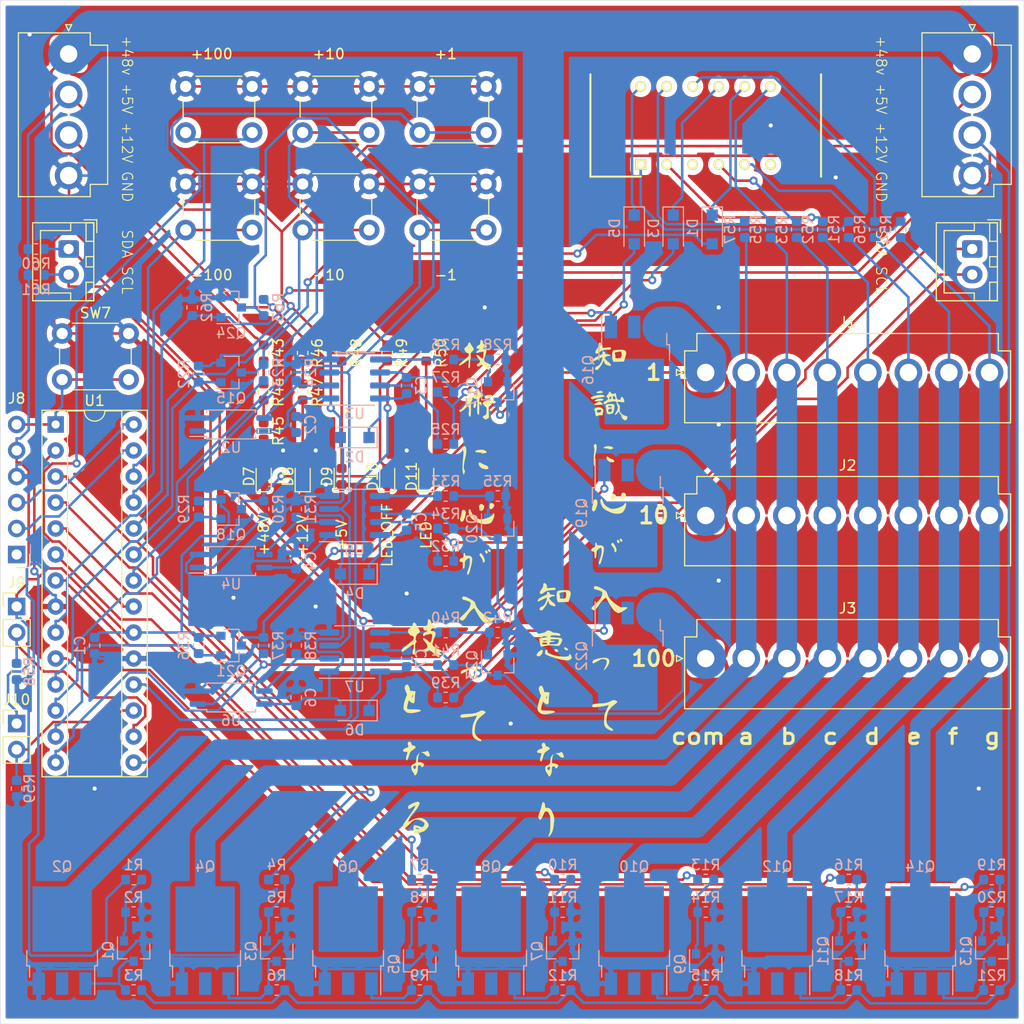
<source format=kicad_pcb>
(kicad_pcb (version 20171130) (host pcbnew "(5.1.6)-1")
  (layers (0 F.Cu signal hide) (31 B.Cu signal hide) (34 B.Paste user) (35 F.Paste user) (36 B.SilkS user) (37 F.SilkS user) (38 B.Mask user) (39 F.Mask user) (44 Edge.Cuts user))
  (net 0 "")
  (net 1 GND)
  (net 2 +5V)
  (net 3 +12V)
  (net 4 /Anode_one)
  (net 5 "Net-(C3-Pad1)")
  (net 6 /Anode_ten)
  (net 7 "Net-(C5-Pad1)")
  (net 8 /Anode_hun)
  (net 9 "Net-(C7-Pad1)")
  (net 10 "Net-(D1-Pad2)")
  (net 11 /Dig_one)
  (net 12 "Net-(D3-Pad2)")
  (net 13 /Dig_ten)
  (net 14 "Net-(D5-Pad2)")
  (net 15 /Dig_hun)
  (net 16 "Net-(D7-Pad2)")
  (net 17 "Net-(D8-Pad2)")
  (net 18 "Net-(D9-Pad2)")
  (net 19 "Net-(D10-Pad2)")
  (net 20 "Net-(D11-Pad2)")
  (net 21 "Net-(DS1-Pad11)")
  (net 22 "Net-(DS1-Pad10)")
  (net 23 "Net-(DS1-Pad7)")
  (net 24 "Net-(DS1-Pad6)")
  (net 25 "Net-(DS1-Pad5)")
  (net 26 "Net-(DS1-Pad4)")
  (net 27 "Net-(DS1-Pad3)")
  (net 28 "Net-(DS1-Pad2)")
  (net 29 "Net-(DS1-Pad1)")
  (net 30 /Cathode_g)
  (net 31 /Cathode_f)
  (net 32 /Cathode_e)
  (net 33 /Cathode_d)
  (net 34 /Cathode_c)
  (net 35 /Cathode_b)
  (net 36 /Cathode_a)
  (net 37 +48V)
  (net 38 /SCL)
  (net 39 /SDA)
  (net 40 /Vpp_MCLR)
  (net 41 /ICSP_DAT)
  (net 42 /ICSP_CLK)
  (net 43 "Net-(J8-Pad1)")
  (net 44 /Address_1)
  (net 45 /Address_2)
  (net 46 "Net-(Q1-Pad3)")
  (net 47 "Net-(Q1-Pad1)")
  (net 48 "Net-(Q2-Pad2)")
  (net 49 "Net-(Q3-Pad3)")
  (net 50 "Net-(Q3-Pad1)")
  (net 51 "Net-(Q4-Pad2)")
  (net 52 "Net-(Q5-Pad3)")
  (net 53 "Net-(Q5-Pad1)")
  (net 54 "Net-(Q6-Pad2)")
  (net 55 "Net-(Q7-Pad3)")
  (net 56 "Net-(Q7-Pad1)")
  (net 57 "Net-(Q8-Pad2)")
  (net 58 "Net-(Q10-Pad1)")
  (net 59 "Net-(Q9-Pad1)")
  (net 60 "Net-(Q10-Pad2)")
  (net 61 "Net-(Q11-Pad3)")
  (net 62 "Net-(Q11-Pad1)")
  (net 63 "Net-(Q12-Pad2)")
  (net 64 "Net-(Q13-Pad3)")
  (net 65 "Net-(Q13-Pad1)")
  (net 66 "Net-(Q14-Pad2)")
  (net 67 /Place_one)
  (net 68 "Net-(Q16-Pad2)")
  (net 69 "Net-(Q16-Pad1)")
  (net 70 "Net-(Q17-Pad1)")
  (net 71 /Place_ten)
  (net 72 "Net-(Q19-Pad2)")
  (net 73 "Net-(Q19-Pad1)")
  (net 74 "Net-(Q20-Pad1)")
  (net 75 /Place_hun)
  (net 76 "Net-(Q22-Pad2)")
  (net 77 "Net-(Q22-Pad1)")
  (net 78 "Net-(Q23-Pad1)")
  (net 79 "Net-(Q24-Pad3)")
  (net 80 /ShutDown)
  (net 81 /Segment_a)
  (net 82 /Segment_b)
  (net 83 /Segment_c)
  (net 84 /Segment_d)
  (net 85 /Segment_e)
  (net 86 /Segment_f)
  (net 87 /Segment_g)
  (net 88 "Net-(R23-Pad1)")
  (net 89 "Net-(R24-Pad1)")
  (net 90 "Net-(R25-Pad2)")
  (net 91 "Net-(R26-Pad2)")
  (net 92 "Net-(R30-Pad1)")
  (net 93 "Net-(R31-Pad1)")
  (net 94 "Net-(R32-Pad2)")
  (net 95 "Net-(R33-Pad2)")
  (net 96 "Net-(R37-Pad1)")
  (net 97 "Net-(R38-Pad1)")
  (net 98 "Net-(R39-Pad2)")
  (net 99 "Net-(R40-Pad2)")
  (net 100 "Net-(R44-Pad2)")
  (net 101 /LED)
  (net 102 /Minus_hun)
  (net 103 /Plus_hun)
  (net 104 /Minus_ten)
  (net 105 /Plus_ten)
  (net 106 /Minus_one)
  (net 107 /Plus_one)
  (net 108 "Net-(R43-Pad2)")
  (net 109 "Net-(R46-Pad2)")
  (module logo:Koukun (layer F.Cu) (at 151.13 107.95)
    (fp_text reference G*** hide)
    (fp_text value LOGO hide)
  )
  (module Connector_PinHeader_2.54mm:PinHeader_1x06_P2.54mm_Horizontal (layer F.Cu) (at 101.6 104.14 180)
    (fp_text reference J8 (at 0 15.24 180) (layer F.SilkS))
    (fp_text value Conn_01x06_Male)
    (pad 6 thru_hole oval (at 0 12.7 180) (size 1.7 1.7) (drill 1) (layers *.Cu *.Mask) (net 40 /Vpp_MCLR))
    (pad 5 thru_hole oval (at 0 10.16 180) (size 1.7 1.7) (drill 1) (layers *.Cu *.Mask) (net 2 +5V))
    (pad 4 thru_hole oval (at 0 7.62 180) (size 1.7 1.7) (drill 1) (layers *.Cu *.Mask) (net 1 GND))
    (pad 3 thru_hole oval (at 0 5.08 180) (size 1.7 1.7) (drill 1) (layers *.Cu *.Mask) (net 41 /ICSP_DAT))
    (pad 2 thru_hole oval (at 0 2.54 180) (size 1.7 1.7) (drill 1) (layers *.Cu *.Mask) (net 42 /ICSP_CLK))
    (pad 1 thru_hole rect (at 0 0 180) (size 1.7 1.7) (drill 1) (layers *.Cu *.Mask) (net 43 "Net-(J8-Pad1)"))
  )
  (module Resistor_SMD:R_0603_1608Metric (layer F.Cu) (at 125.73 92.075 270)
    (fp_text reference R45 (at 0 -1.43 90) (layer F.SilkS))
    (fp_text value 1k)
    (pad 2 smd roundrect (at 0.7875 0 270) (size 0.875 0.95) (layers F.Cu F.Paste F.Mask) (net 16 "Net-(D7-Pad2)"))
    (pad 1 smd roundrect (at -0.7875 0 270) (size 0.875 0.95) (layers F.Cu F.Paste F.Mask) (net 100 "Net-(R44-Pad2)"))
  )
  (module Resistor_SMD:R_0603_1608Metric (layer F.Cu) (at 125.73 88.265 270)
    (fp_text reference R44 (at 0 -1.43 90) (layer F.SilkS))
    (fp_text value 1k)
    (pad 2 smd roundrect (at 0.7875 0 270) (size 0.875 0.95) (layers F.Cu F.Paste F.Mask) (net 100 "Net-(R44-Pad2)"))
    (pad 1 smd roundrect (at -0.7875 0 270) (size 0.875 0.95) (layers F.Cu F.Paste F.Mask) (net 108 "Net-(R43-Pad2)"))
  )
  (module Resistor_SMD:R_0603_1608Metric (layer F.Cu) (at 125.73 84.455 270)
    (fp_text reference R43 (at 0 -1.43 90) (layer F.SilkS))
    (fp_text value 1k)
    (pad 2 smd roundrect (at 0.7875 0 270) (size 0.875 0.95) (layers F.Cu F.Paste F.Mask) (net 108 "Net-(R43-Pad2)"))
    (pad 1 smd roundrect (at -0.7875 0 270) (size 0.875 0.95) (layers F.Cu F.Paste F.Mask) (net 37 +48V))
  )
  (module Package_SO:SOIC-8_3.9x4.9mm_P1.27mm (layer B.Cu) (at 134.62 113.665)
    (fp_text reference U7 (at 0 3.4) (layer B.SilkS) (effects (justify mirror)))
    (fp_text value IR2104)
    (pad 8 smd roundrect (at 2.475 1.905) (size 1.95 0.6) (layers B.Cu B.Paste B.Mask) (net 9 "Net-(C7-Pad1)"))
    (pad 7 smd roundrect (at 2.475 0.635) (size 1.95 0.6) (layers B.Cu B.Paste B.Mask) (net 98 "Net-(R39-Pad2)"))
    (pad 6 smd roundrect (at 2.475 -0.635) (size 1.95 0.6) (layers B.Cu B.Paste B.Mask) (net 8 /Anode_hun))
    (pad 5 smd roundrect (at 2.475 -1.905) (size 1.95 0.6) (layers B.Cu B.Paste B.Mask) (net 99 "Net-(R40-Pad2)"))
    (pad 4 smd roundrect (at -2.475 -1.905) (size 1.95 0.6) (layers B.Cu B.Paste B.Mask) (net 1 GND))
    (pad 3 smd roundrect (at -2.475 -0.635) (size 1.95 0.6) (layers B.Cu B.Paste B.Mask) (net 79 "Net-(Q24-Pad3)"))
    (pad 2 smd roundrect (at -2.475 0.635) (size 1.95 0.6) (layers B.Cu B.Paste B.Mask) (net 97 "Net-(R38-Pad1)"))
    (pad 1 smd roundrect (at -2.475 1.905) (size 1.95 0.6) (layers B.Cu B.Paste B.Mask) (net 3 +12V))
  )
  (module Package_SO:SOIC-4_4.55x2.6mm_P1.27mm (layer B.Cu) (at 122.555 118.11)
    (fp_text reference U6 (at 0 2.25) (layer B.SilkS) (effects (justify mirror)))
    (fp_text value TLP291)
    (pad 4 smd roundrect (at 3.25 0.635) (size 1.6 0.55) (layers B.Cu B.Paste B.Mask) (net 3 +12V))
    (pad 3 smd roundrect (at 3.25 -0.635) (size 1.6 0.55) (layers B.Cu B.Paste B.Mask) (net 97 "Net-(R38-Pad1)"))
    (pad 2 smd roundrect (at -3.25 -0.635) (size 1.6 0.55) (layers B.Cu B.Paste B.Mask) (net 1 GND))
    (pad 1 smd roundrect (at -3.25 0.635) (size 1.6 0.55) (layers B.Cu B.Paste B.Mask) (net 96 "Net-(R37-Pad1)"))
  )
  (module Package_SO:SOIC-8_3.9x4.9mm_P1.27mm (layer B.Cu) (at 134.62 100.33)
    (fp_text reference U5 (at 0 3.4) (layer B.SilkS) (effects (justify mirror)))
    (fp_text value IR2104)
    (pad 8 smd roundrect (at 2.475 1.905) (size 1.95 0.6) (layers B.Cu B.Paste B.Mask) (net 7 "Net-(C5-Pad1)"))
    (pad 7 smd roundrect (at 2.475 0.635) (size 1.95 0.6) (layers B.Cu B.Paste B.Mask) (net 94 "Net-(R32-Pad2)"))
    (pad 6 smd roundrect (at 2.475 -0.635) (size 1.95 0.6) (layers B.Cu B.Paste B.Mask) (net 6 /Anode_ten))
    (pad 5 smd roundrect (at 2.475 -1.905) (size 1.95 0.6) (layers B.Cu B.Paste B.Mask) (net 95 "Net-(R33-Pad2)"))
    (pad 4 smd roundrect (at -2.475 -1.905) (size 1.95 0.6) (layers B.Cu B.Paste B.Mask) (net 1 GND))
    (pad 3 smd roundrect (at -2.475 -0.635) (size 1.95 0.6) (layers B.Cu B.Paste B.Mask) (net 79 "Net-(Q24-Pad3)"))
    (pad 2 smd roundrect (at -2.475 0.635) (size 1.95 0.6) (layers B.Cu B.Paste B.Mask) (net 93 "Net-(R31-Pad1)"))
    (pad 1 smd roundrect (at -2.475 1.905) (size 1.95 0.6) (layers B.Cu B.Paste B.Mask) (net 3 +12V))
  )
  (module Package_SO:SOIC-4_4.55x2.6mm_P1.27mm (layer B.Cu) (at 122.555 104.775)
    (fp_text reference U4 (at 0 2.25) (layer B.SilkS) (effects (justify mirror)))
    (fp_text value TLP291)
    (pad 4 smd roundrect (at 3.25 0.635) (size 1.6 0.55) (layers B.Cu B.Paste B.Mask) (net 3 +12V))
    (pad 3 smd roundrect (at 3.25 -0.635) (size 1.6 0.55) (layers B.Cu B.Paste B.Mask) (net 93 "Net-(R31-Pad1)"))
    (pad 2 smd roundrect (at -3.25 -0.635) (size 1.6 0.55) (layers B.Cu B.Paste B.Mask) (net 1 GND))
    (pad 1 smd roundrect (at -3.25 0.635) (size 1.6 0.55) (layers B.Cu B.Paste B.Mask) (net 92 "Net-(R30-Pad1)"))
  )
  (module Package_SO:SOIC-8_3.9x4.9mm_P1.27mm (layer B.Cu) (at 134.62 86.995)
    (fp_text reference U3 (at 0 3.4) (layer B.SilkS) (effects (justify mirror)))
    (fp_text value IR2104)
    (pad 8 smd roundrect (at 2.475 1.905) (size 1.95 0.6) (layers B.Cu B.Paste B.Mask) (net 5 "Net-(C3-Pad1)"))
    (pad 7 smd roundrect (at 2.475 0.635) (size 1.95 0.6) (layers B.Cu B.Paste B.Mask) (net 90 "Net-(R25-Pad2)"))
    (pad 6 smd roundrect (at 2.475 -0.635) (size 1.95 0.6) (layers B.Cu B.Paste B.Mask) (net 4 /Anode_one))
    (pad 5 smd roundrect (at 2.475 -1.905) (size 1.95 0.6) (layers B.Cu B.Paste B.Mask) (net 91 "Net-(R26-Pad2)"))
    (pad 4 smd roundrect (at -2.475 -1.905) (size 1.95 0.6) (layers B.Cu B.Paste B.Mask) (net 1 GND))
    (pad 3 smd roundrect (at -2.475 -0.635) (size 1.95 0.6) (layers B.Cu B.Paste B.Mask) (net 79 "Net-(Q24-Pad3)"))
    (pad 2 smd roundrect (at -2.475 0.635) (size 1.95 0.6) (layers B.Cu B.Paste B.Mask) (net 89 "Net-(R24-Pad1)"))
    (pad 1 smd roundrect (at -2.475 1.905) (size 1.95 0.6) (layers B.Cu B.Paste B.Mask) (net 3 +12V))
  )
  (module Package_SO:SOIC-4_4.55x2.6mm_P1.27mm (layer B.Cu) (at 122.555 91.44)
    (fp_text reference U2 (at 0 2.25) (layer B.SilkS) (effects (justify mirror)))
    (fp_text value TLP291)
    (pad 4 smd roundrect (at 3.25 0.635) (size 1.6 0.55) (layers B.Cu B.Paste B.Mask) (net 3 +12V))
    (pad 3 smd roundrect (at 3.25 -0.635) (size 1.6 0.55) (layers B.Cu B.Paste B.Mask) (net 89 "Net-(R24-Pad1)"))
    (pad 2 smd roundrect (at -3.25 -0.635) (size 1.6 0.55) (layers B.Cu B.Paste B.Mask) (net 1 GND))
    (pad 1 smd roundrect (at -3.25 0.635) (size 1.6 0.55) (layers B.Cu B.Paste B.Mask) (net 88 "Net-(R23-Pad1)"))
  )
  (module Package_DIP:DIP-28_W7.62mm_Socket (layer F.Cu) (at 105.41 91.44)
    (fp_text reference U1 (at 3.81 -2.33) (layer F.SilkS))
    (fp_text value PIC16F1938)
    (pad 28 thru_hole oval (at 7.62 0) (size 1.6 1.6) (drill 0.8) (layers *.Cu *.Mask) (net 41 /ICSP_DAT))
    (pad 14 thru_hole oval (at 0 33.02) (size 1.6 1.6) (drill 0.8) (layers *.Cu *.Mask) (net 38 /SCL))
    (pad 27 thru_hole oval (at 7.62 2.54) (size 1.6 1.6) (drill 0.8) (layers *.Cu *.Mask) (net 42 /ICSP_CLK))
    (pad 13 thru_hole oval (at 0 30.48) (size 1.6 1.6) (drill 0.8) (layers *.Cu *.Mask) (net 75 /Place_hun))
    (pad 26 thru_hole oval (at 7.62 5.08) (size 1.6 1.6) (drill 0.8) (layers *.Cu *.Mask) (net 102 /Minus_hun))
    (pad 12 thru_hole oval (at 0 27.94) (size 1.6 1.6) (drill 0.8) (layers *.Cu *.Mask) (net 71 /Place_ten))
    (pad 25 thru_hole oval (at 7.62 7.62) (size 1.6 1.6) (drill 0.8) (layers *.Cu *.Mask) (net 103 /Plus_hun))
    (pad 11 thru_hole oval (at 0 25.4) (size 1.6 1.6) (drill 0.8) (layers *.Cu *.Mask) (net 67 /Place_one))
    (pad 24 thru_hole oval (at 7.62 10.16) (size 1.6 1.6) (drill 0.8) (layers *.Cu *.Mask) (net 104 /Minus_ten))
    (pad 10 thru_hole oval (at 0 22.86) (size 1.6 1.6) (drill 0.8) (layers *.Cu *.Mask) (net 87 /Segment_g))
    (pad 23 thru_hole oval (at 7.62 12.7) (size 1.6 1.6) (drill 0.8) (layers *.Cu *.Mask) (net 105 /Plus_ten))
    (pad 9 thru_hole oval (at 0 20.32) (size 1.6 1.6) (drill 0.8) (layers *.Cu *.Mask) (net 80 /ShutDown))
    (pad 22 thru_hole oval (at 7.62 15.24) (size 1.6 1.6) (drill 0.8) (layers *.Cu *.Mask) (net 106 /Minus_one))
    (pad 8 thru_hole oval (at 0 17.78) (size 1.6 1.6) (drill 0.8) (layers *.Cu *.Mask) (net 1 GND))
    (pad 21 thru_hole oval (at 7.62 17.78) (size 1.6 1.6) (drill 0.8) (layers *.Cu *.Mask) (net 107 /Plus_one))
    (pad 7 thru_hole oval (at 0 15.24) (size 1.6 1.6) (drill 0.8) (layers *.Cu *.Mask) (net 86 /Segment_f))
    (pad 20 thru_hole oval (at 7.62 20.32) (size 1.6 1.6) (drill 0.8) (layers *.Cu *.Mask) (net 2 +5V))
    (pad 6 thru_hole oval (at 0 12.7) (size 1.6 1.6) (drill 0.8) (layers *.Cu *.Mask) (net 85 /Segment_e))
    (pad 19 thru_hole oval (at 7.62 22.86) (size 1.6 1.6) (drill 0.8) (layers *.Cu *.Mask) (net 1 GND))
    (pad 5 thru_hole oval (at 0 10.16) (size 1.6 1.6) (drill 0.8) (layers *.Cu *.Mask) (net 84 /Segment_d))
    (pad 18 thru_hole oval (at 7.62 25.4) (size 1.6 1.6) (drill 0.8) (layers *.Cu *.Mask) (net 101 /LED))
    (pad 4 thru_hole oval (at 0 7.62) (size 1.6 1.6) (drill 0.8) (layers *.Cu *.Mask) (net 83 /Segment_c))
    (pad 17 thru_hole oval (at 7.62 27.94) (size 1.6 1.6) (drill 0.8) (layers *.Cu *.Mask) (net 45 /Address_2))
    (pad 3 thru_hole oval (at 0 5.08) (size 1.6 1.6) (drill 0.8) (layers *.Cu *.Mask) (net 82 /Segment_b))
    (pad 16 thru_hole oval (at 7.62 30.48) (size 1.6 1.6) (drill 0.8) (layers *.Cu *.Mask) (net 44 /Address_1))
    (pad 2 thru_hole oval (at 0 2.54) (size 1.6 1.6) (drill 0.8) (layers *.Cu *.Mask) (net 81 /Segment_a))
    (pad 15 thru_hole oval (at 7.62 33.02) (size 1.6 1.6) (drill 0.8) (layers *.Cu *.Mask) (net 39 /SDA))
    (pad 1 thru_hole rect (at 0 0) (size 1.6 1.6) (drill 0.8) (layers *.Cu *.Mask) (net 40 /Vpp_MCLR))
  )
  (module Button_Switch_THT:SW_PUSH_6mm_H5mm (layer F.Cu) (at 106.045 82.55)
    (fp_text reference SW7 (at 3.25 -2) (layer F.SilkS))
    (fp_text value SW_Push)
    (pad 1 thru_hole circle (at 6.5 0 90) (size 2 2) (drill 1.1) (layers *.Cu *.Mask) (net 1 GND))
    (pad 2 thru_hole circle (at 6.5 4.5 90) (size 2 2) (drill 1.1) (layers *.Cu *.Mask) (net 40 /Vpp_MCLR))
    (pad 1 thru_hole circle (at 0 0 90) (size 2 2) (drill 1.1) (layers *.Cu *.Mask) (net 1 GND))
    (pad 2 thru_hole circle (at 0 4.5 90) (size 2 2) (drill 1.1) (layers *.Cu *.Mask) (net 40 /Vpp_MCLR))
  )
  (module Button_Switch_THT:SW_PUSH_6mm_H5mm (layer F.Cu) (at 140.97 58.42)
    (fp_text reference SW6 hide)
    (fp_text value SW_Push)
    (pad 1 thru_hole circle (at 6.5 0 90) (size 2 2) (drill 1.1) (layers *.Cu *.Mask) (net 1 GND))
    (pad 2 thru_hole circle (at 6.5 4.5 90) (size 2 2) (drill 1.1) (layers *.Cu *.Mask) (net 107 /Plus_one))
    (pad 1 thru_hole circle (at 0 0 90) (size 2 2) (drill 1.1) (layers *.Cu *.Mask) (net 1 GND))
    (pad 2 thru_hole circle (at 0 4.5 90) (size 2 2) (drill 1.1) (layers *.Cu *.Mask) (net 107 /Plus_one))
  )
  (module Button_Switch_THT:SW_PUSH_6mm_H5mm (layer F.Cu) (at 140.97 67.945)
    (fp_text reference SW5 hide)
    (fp_text value SW_Push)
    (pad 1 thru_hole circle (at 6.5 0 90) (size 2 2) (drill 1.1) (layers *.Cu *.Mask) (net 1 GND))
    (pad 2 thru_hole circle (at 6.5 4.5 90) (size 2 2) (drill 1.1) (layers *.Cu *.Mask) (net 106 /Minus_one))
    (pad 1 thru_hole circle (at 0 0 90) (size 2 2) (drill 1.1) (layers *.Cu *.Mask) (net 1 GND))
    (pad 2 thru_hole circle (at 0 4.5 90) (size 2 2) (drill 1.1) (layers *.Cu *.Mask) (net 106 /Minus_one))
  )
  (module Button_Switch_THT:SW_PUSH_6mm_H5mm (layer F.Cu) (at 129.54 58.42)
    (fp_text reference SW4 hide)
    (fp_text value SW_Push)
    (pad 1 thru_hole circle (at 6.5 0 90) (size 2 2) (drill 1.1) (layers *.Cu *.Mask) (net 1 GND))
    (pad 2 thru_hole circle (at 6.5 4.5 90) (size 2 2) (drill 1.1) (layers *.Cu *.Mask) (net 105 /Plus_ten))
    (pad 1 thru_hole circle (at 0 0 90) (size 2 2) (drill 1.1) (layers *.Cu *.Mask) (net 1 GND))
    (pad 2 thru_hole circle (at 0 4.5 90) (size 2 2) (drill 1.1) (layers *.Cu *.Mask) (net 105 /Plus_ten))
  )
  (module Button_Switch_THT:SW_PUSH_6mm_H5mm (layer F.Cu) (at 129.54 67.945)
    (fp_text reference SW3 hide)
    (fp_text value SW_Push)
    (pad 1 thru_hole circle (at 6.5 0 90) (size 2 2) (drill 1.1) (layers *.Cu *.Mask) (net 1 GND))
    (pad 2 thru_hole circle (at 6.5 4.5 90) (size 2 2) (drill 1.1) (layers *.Cu *.Mask) (net 104 /Minus_ten))
    (pad 1 thru_hole circle (at 0 0 90) (size 2 2) (drill 1.1) (layers *.Cu *.Mask) (net 1 GND))
    (pad 2 thru_hole circle (at 0 4.5 90) (size 2 2) (drill 1.1) (layers *.Cu *.Mask) (net 104 /Minus_ten))
  )
  (module Button_Switch_THT:SW_PUSH_6mm_H5mm (layer F.Cu) (at 118.11 58.42)
    (fp_text reference SW2 hide)
    (fp_text value SW_Push)
    (pad 1 thru_hole circle (at 6.5 0 90) (size 2 2) (drill 1.1) (layers *.Cu *.Mask) (net 1 GND))
    (pad 2 thru_hole circle (at 6.5 4.5 90) (size 2 2) (drill 1.1) (layers *.Cu *.Mask) (net 103 /Plus_hun))
    (pad 1 thru_hole circle (at 0 0 90) (size 2 2) (drill 1.1) (layers *.Cu *.Mask) (net 1 GND))
    (pad 2 thru_hole circle (at 0 4.5 90) (size 2 2) (drill 1.1) (layers *.Cu *.Mask) (net 103 /Plus_hun))
  )
  (module Button_Switch_THT:SW_PUSH_6mm_H5mm (layer F.Cu) (at 118.11 67.945)
    (fp_text reference SW1 hide)
    (fp_text value SW_Push)
    (pad 1 thru_hole circle (at 6.5 0 90) (size 2 2) (drill 1.1) (layers *.Cu *.Mask) (net 1 GND))
    (pad 2 thru_hole circle (at 6.5 4.5 90) (size 2 2) (drill 1.1) (layers *.Cu *.Mask) (net 102 /Minus_hun))
    (pad 1 thru_hole circle (at 0 0 90) (size 2 2) (drill 1.1) (layers *.Cu *.Mask) (net 1 GND))
    (pad 2 thru_hole circle (at 0 4.5 90) (size 2 2) (drill 1.1) (layers *.Cu *.Mask) (net 102 /Minus_hun))
  )
  (module Resistor_SMD:R_0603_1608Metric (layer B.Cu) (at 103.505 76.835)
    (fp_text reference R61 (at 0 1.43) (layer B.SilkS) (effects (justify mirror)))
    (fp_text value 1k)
    (pad 2 smd roundrect (at 0.7875 0) (size 0.875 0.95) (layers B.Cu B.Paste B.Mask) (net 38 /SCL))
    (pad 1 smd roundrect (at -0.7875 0) (size 0.875 0.95) (layers B.Cu B.Paste B.Mask) (net 2 +5V))
  )
  (module Resistor_SMD:R_0603_1608Metric (layer B.Cu) (at 103.505 74.295)
    (fp_text reference R60 (at 0 1.43) (layer B.SilkS) (effects (justify mirror)))
    (fp_text value 1k)
    (pad 2 smd roundrect (at 0.7875 0) (size 0.875 0.95) (layers B.Cu B.Paste B.Mask) (net 39 /SDA))
    (pad 1 smd roundrect (at -0.7875 0) (size 0.875 0.95) (layers B.Cu B.Paste B.Mask) (net 2 +5V))
  )
  (module Resistor_SMD:R_0603_1608Metric (layer B.Cu) (at 101.6 127 270)
    (fp_text reference R59 (at 0 -1.27 90) (layer B.SilkS) (effects (justify mirror)))
    (fp_text value 15k)
    (pad 2 smd roundrect (at 0.7875 0 270) (size 0.875 0.95) (layers B.Cu B.Paste B.Mask) (net 1 GND))
    (pad 1 smd roundrect (at -0.7875 0 270) (size 0.875 0.95) (layers B.Cu B.Paste B.Mask) (net 45 /Address_2))
  )
  (module Resistor_SMD:R_0603_1608Metric (layer B.Cu) (at 101.6 115.57 270)
    (fp_text reference R58 (at 0 -1.27 90) (layer B.SilkS) (effects (justify mirror)))
    (fp_text value 15k)
    (pad 2 smd roundrect (at 0.7875 0 270) (size 0.875 0.95) (layers B.Cu B.Paste B.Mask) (net 1 GND))
    (pad 1 smd roundrect (at -0.7875 0 270) (size 0.875 0.95) (layers B.Cu B.Paste B.Mask) (net 44 /Address_1))
  )
  (module Resistor_SMD:R_0603_1608Metric (layer B.Cu) (at 172.72 72.39 270)
    (fp_text reference R57 (at 0 1.43 90) (layer B.SilkS) (effects (justify mirror)))
    (fp_text value 300)
    (pad 2 smd roundrect (at 0.7875 0 270) (size 0.875 0.95) (layers B.Cu B.Paste B.Mask) (net 36 /Cathode_a))
    (pad 1 smd roundrect (at -0.7875 0 270) (size 0.875 0.95) (layers B.Cu B.Paste B.Mask) (net 21 "Net-(DS1-Pad11)"))
  )
  (module Resistor_SMD:R_0603_1608Metric (layer B.Cu) (at 185.42 72.39 270)
    (fp_text reference R56 (at 0 1.43 90) (layer B.SilkS) (effects (justify mirror)))
    (fp_text value 300)
    (pad 2 smd roundrect (at 0.7875 0 270) (size 0.875 0.95) (layers B.Cu B.Paste B.Mask) (net 31 /Cathode_f))
    (pad 1 smd roundrect (at -0.7875 0 270) (size 0.875 0.95) (layers B.Cu B.Paste B.Mask) (net 22 "Net-(DS1-Pad10)"))
  )
  (module Resistor_SMD:R_0603_1608Metric (layer B.Cu) (at 175.26 72.39 270)
    (fp_text reference R55 (at 0 1.43 90) (layer B.SilkS) (effects (justify mirror)))
    (fp_text value 300)
    (pad 2 smd roundrect (at 0.7875 0 270) (size 0.875 0.95) (layers B.Cu B.Paste B.Mask) (net 35 /Cathode_b))
    (pad 1 smd roundrect (at -0.7875 0 270) (size 0.875 0.95) (layers B.Cu B.Paste B.Mask) (net 23 "Net-(DS1-Pad7)"))
  )
  (module Resistor_SMD:R_0603_1608Metric (layer B.Cu) (at 187.96 72.39 270)
    (fp_text reference R54 (at 0 1.43 90) (layer B.SilkS) (effects (justify mirror)))
    (fp_text value 300)
    (pad 2 smd roundrect (at 0.7875 0 270) (size 0.875 0.95) (layers B.Cu B.Paste B.Mask) (net 30 /Cathode_g))
    (pad 1 smd roundrect (at -0.7875 0 270) (size 0.875 0.95) (layers B.Cu B.Paste B.Mask) (net 25 "Net-(DS1-Pad5)"))
  )
  (module Resistor_SMD:R_0603_1608Metric (layer B.Cu) (at 177.8 72.39 270)
    (fp_text reference R53 (at 0 1.43 90) (layer B.SilkS) (effects (justify mirror)))
    (fp_text value 300)
    (pad 2 smd roundrect (at 0.7875 0 270) (size 0.875 0.95) (layers B.Cu B.Paste B.Mask) (net 34 /Cathode_c))
    (pad 1 smd roundrect (at -0.7875 0 270) (size 0.875 0.95) (layers B.Cu B.Paste B.Mask) (net 26 "Net-(DS1-Pad4)"))
  )
  (module Resistor_SMD:R_0603_1608Metric (layer B.Cu) (at 180.34 72.39 270)
    (fp_text reference R52 (at 0 1.43 90) (layer B.SilkS) (effects (justify mirror)))
    (fp_text value 300)
    (pad 2 smd roundrect (at 0.7875 0 270) (size 0.875 0.95) (layers B.Cu B.Paste B.Mask) (net 33 /Cathode_d))
    (pad 1 smd roundrect (at -0.7875 0 270) (size 0.875 0.95) (layers B.Cu B.Paste B.Mask) (net 28 "Net-(DS1-Pad2)"))
  )
  (module Resistor_SMD:R_0603_1608Metric (layer B.Cu) (at 182.88 72.39 270)
    (fp_text reference R51 (at 0 1.43 90) (layer B.SilkS) (effects (justify mirror)))
    (fp_text value 300)
    (pad 2 smd roundrect (at 0.7875 0 270) (size 0.875 0.95) (layers B.Cu B.Paste B.Mask) (net 32 /Cathode_e))
    (pad 1 smd roundrect (at -0.7875 0 270) (size 0.875 0.95) (layers B.Cu B.Paste B.Mask) (net 29 "Net-(DS1-Pad1)"))
  )
  (module Resistor_SMD:R_0603_1608Metric (layer B.Cu) (at 125.73 80.01 90)
    (fp_text reference R63 (at 0 1.43 90) (layer B.SilkS) (effects (justify mirror)))
    (fp_text value 15k)
    (pad 2 smd roundrect (at 0.7875 0 90) (size 0.875 0.95) (layers B.Cu B.Paste B.Mask) (net 3 +12V))
    (pad 1 smd roundrect (at -0.7875 0 90) (size 0.875 0.95) (layers B.Cu B.Paste B.Mask) (net 79 "Net-(Q24-Pad3)"))
  )
  (module Resistor_SMD:R_0603_1608Metric (layer B.Cu) (at 118.745 80.01 90)
    (fp_text reference R62 (at 0 1.43 90) (layer B.SilkS) (effects (justify mirror)))
    (fp_text value 15k)
    (pad 2 smd roundrect (at 0.7875 0 90) (size 0.875 0.95) (layers B.Cu B.Paste B.Mask) (net 1 GND))
    (pad 1 smd roundrect (at -0.7875 0 90) (size 0.875 0.95) (layers B.Cu B.Paste B.Mask) (net 80 /ShutDown))
  )
  (module Resistor_SMD:R_0603_1608Metric (layer F.Cu) (at 141.605 84.455 270)
    (fp_text reference R50 (at 0 -1.43 90) (layer F.SilkS))
    (fp_text value 300)
    (pad 2 smd roundrect (at 0.7875 0 270) (size 0.875 0.95) (layers F.Cu F.Paste F.Mask) (net 20 "Net-(D11-Pad2)"))
    (pad 1 smd roundrect (at -0.7875 0 270) (size 0.875 0.95) (layers F.Cu F.Paste F.Mask) (net 101 /LED))
  )
  (module Resistor_SMD:R_0603_1608Metric (layer F.Cu) (at 137.795 84.455 270)
    (fp_text reference R49 (at 0 -1.43 90) (layer F.SilkS))
    (fp_text value 300)
    (pad 2 smd roundrect (at 0.7875 0 270) (size 0.875 0.95) (layers F.Cu F.Paste F.Mask) (net 19 "Net-(D10-Pad2)"))
    (pad 1 smd roundrect (at -0.7875 0 270) (size 0.875 0.95) (layers F.Cu F.Paste F.Mask) (net 80 /ShutDown))
  )
  (module Resistor_SMD:R_0603_1608Metric (layer F.Cu) (at 133.35 84.455 270)
    (fp_text reference R48 (at 0 -1.43 90) (layer F.SilkS))
    (fp_text value 300)
    (pad 2 smd roundrect (at 0.7875 0 270) (size 0.875 0.95) (layers F.Cu F.Paste F.Mask) (net 18 "Net-(D9-Pad2)"))
    (pad 1 smd roundrect (at -0.7875 0 270) (size 0.875 0.95) (layers F.Cu F.Paste F.Mask) (net 2 +5V))
  )
  (module Resistor_SMD:R_0603_1608Metric (layer F.Cu) (at 129.54 88.265 270)
    (fp_text reference R47 (at 0 -1.43 90) (layer F.SilkS))
    (fp_text value 300)
    (pad 2 smd roundrect (at 0.7875 0 270) (size 0.875 0.95) (layers F.Cu F.Paste F.Mask) (net 17 "Net-(D8-Pad2)"))
    (pad 1 smd roundrect (at -0.7875 0 270) (size 0.875 0.95) (layers F.Cu F.Paste F.Mask) (net 109 "Net-(R46-Pad2)"))
  )
  (module Resistor_SMD:R_0603_1608Metric (layer F.Cu) (at 129.54 84.455 270)
    (fp_text reference R46 (at 0 -1.43 90) (layer F.SilkS))
    (fp_text value 300)
    (pad 2 smd roundrect (at 0.7875 0 270) (size 0.875 0.95) (layers F.Cu F.Paste F.Mask) (net 109 "Net-(R46-Pad2)"))
    (pad 1 smd roundrect (at -0.7875 0 270) (size 0.875 0.95) (layers F.Cu F.Paste F.Mask) (net 3 +12V))
  )
  (module Resistor_SMD:R_0603_1608Metric (layer B.Cu) (at 148.59 111.76 180)
    (fp_text reference R42 (at 0 1.43) (layer B.SilkS) (effects (justify mirror)))
    (fp_text value 15k)
    (pad 2 smd roundrect (at 0.7875 0 180) (size 0.875 0.95) (layers B.Cu B.Paste B.Mask) (net 78 "Net-(Q23-Pad1)"))
    (pad 1 smd roundrect (at -0.7875 0 180) (size 0.875 0.95) (layers B.Cu B.Paste B.Mask) (net 1 GND))
  )
  (module Resistor_SMD:R_0603_1608Metric (layer B.Cu) (at 143.51 114.935 180)
    (fp_text reference R41 (at 0 1.43) (layer B.SilkS) (effects (justify mirror)))
    (fp_text value 15k)
    (pad 2 smd roundrect (at 0.7875 0 180) (size 0.875 0.95) (layers B.Cu B.Paste B.Mask) (net 77 "Net-(Q22-Pad1)"))
    (pad 1 smd roundrect (at -0.7875 0 180) (size 0.875 0.95) (layers B.Cu B.Paste B.Mask) (net 8 /Anode_hun))
  )
  (module Resistor_SMD:R_0603_1608Metric (layer B.Cu) (at 143.51 111.76 180)
    (fp_text reference R40 (at 0 1.43) (layer B.SilkS) (effects (justify mirror)))
    (fp_text value 100)
    (pad 2 smd roundrect (at 0.7875 0 180) (size 0.875 0.95) (layers B.Cu B.Paste B.Mask) (net 99 "Net-(R40-Pad2)"))
    (pad 1 smd roundrect (at -0.7875 0 180) (size 0.875 0.95) (layers B.Cu B.Paste B.Mask) (net 78 "Net-(Q23-Pad1)"))
  )
  (module Resistor_SMD:R_0603_1608Metric (layer B.Cu) (at 143.51 118.11 180)
    (fp_text reference R39 (at 0 1.43) (layer B.SilkS) (effects (justify mirror)))
    (fp_text value 100)
    (pad 2 smd roundrect (at 0.7875 0 180) (size 0.875 0.95) (layers B.Cu B.Paste B.Mask) (net 98 "Net-(R39-Pad2)"))
    (pad 1 smd roundrect (at -0.7875 0 180) (size 0.875 0.95) (layers B.Cu B.Paste B.Mask) (net 77 "Net-(Q22-Pad1)"))
  )
  (module Resistor_SMD:R_0603_1608Metric (layer B.Cu) (at 128.905 113.03 90)
    (fp_text reference R38 (at 0 1.43 90) (layer B.SilkS) (effects (justify mirror)))
    (fp_text value 15k)
    (pad 2 smd roundrect (at 0.7875 0 90) (size 0.875 0.95) (layers B.Cu B.Paste B.Mask) (net 1 GND))
    (pad 1 smd roundrect (at -0.7875 0 90) (size 0.875 0.95) (layers B.Cu B.Paste B.Mask) (net 97 "Net-(R38-Pad1)"))
  )
  (module Resistor_SMD:R_0603_1608Metric (layer B.Cu) (at 125.73 113.03 90)
    (fp_text reference R37 (at 0 1.43 90) (layer B.SilkS) (effects (justify mirror)))
    (fp_text value 300)
    (pad 2 smd roundrect (at 0.7875 0 90) (size 0.875 0.95) (layers B.Cu B.Paste B.Mask) (net 14 "Net-(D5-Pad2)"))
    (pad 1 smd roundrect (at -0.7875 0 90) (size 0.875 0.95) (layers B.Cu B.Paste B.Mask) (net 96 "Net-(R37-Pad1)"))
  )
  (module Resistor_SMD:R_0603_1608Metric (layer B.Cu) (at 119.38 113.03 270)
    (fp_text reference R36 (at 0 1.43 90) (layer B.SilkS) (effects (justify mirror)))
    (fp_text value 15k)
    (pad 2 smd roundrect (at 0.7875 0 270) (size 0.875 0.95) (layers B.Cu B.Paste B.Mask) (net 75 /Place_hun))
    (pad 1 smd roundrect (at -0.7875 0 270) (size 0.875 0.95) (layers B.Cu B.Paste B.Mask) (net 2 +5V))
  )
  (module Resistor_SMD:R_0603_1608Metric (layer B.Cu) (at 148.59 98.425 180)
    (fp_text reference R35 (at 0 1.43) (layer B.SilkS) (effects (justify mirror)))
    (fp_text value 15k)
    (pad 2 smd roundrect (at 0.7875 0 180) (size 0.875 0.95) (layers B.Cu B.Paste B.Mask) (net 74 "Net-(Q20-Pad1)"))
    (pad 1 smd roundrect (at -0.7875 0 180) (size 0.875 0.95) (layers B.Cu B.Paste B.Mask) (net 1 GND))
  )
  (module Resistor_SMD:R_0603_1608Metric (layer B.Cu) (at 143.51 101.6 180)
    (fp_text reference R34 (at 0 1.43) (layer B.SilkS) (effects (justify mirror)))
    (fp_text value 15k)
    (pad 2 smd roundrect (at 0.7875 0 180) (size 0.875 0.95) (layers B.Cu B.Paste B.Mask) (net 73 "Net-(Q19-Pad1)"))
    (pad 1 smd roundrect (at -0.7875 0 180) (size 0.875 0.95) (layers B.Cu B.Paste B.Mask) (net 6 /Anode_ten))
  )
  (module Resistor_SMD:R_0603_1608Metric (layer B.Cu) (at 143.51 98.425 180)
    (fp_text reference R33 (at 0 1.43) (layer B.SilkS) (effects (justify mirror)))
    (fp_text value 100)
    (pad 2 smd roundrect (at 0.7875 0 180) (size 0.875 0.95) (layers B.Cu B.Paste B.Mask) (net 95 "Net-(R33-Pad2)"))
    (pad 1 smd roundrect (at -0.7875 0 180) (size 0.875 0.95) (layers B.Cu B.Paste B.Mask) (net 74 "Net-(Q20-Pad1)"))
  )
  (module Resistor_SMD:R_0603_1608Metric (layer B.Cu) (at 143.51 104.775 180)
    (fp_text reference R32 (at 0 1.43) (layer B.SilkS) (effects (justify mirror)))
    (fp_text value 100)
    (pad 2 smd roundrect (at 0.7875 0 180) (size 0.875 0.95) (layers B.Cu B.Paste B.Mask) (net 94 "Net-(R32-Pad2)"))
    (pad 1 smd roundrect (at -0.7875 0 180) (size 0.875 0.95) (layers B.Cu B.Paste B.Mask) (net 73 "Net-(Q19-Pad1)"))
  )
  (module Resistor_SMD:R_0603_1608Metric (layer B.Cu) (at 128.905 99.695 90)
    (fp_text reference R31 (at 0 1.43 90) (layer B.SilkS) (effects (justify mirror)))
    (fp_text value 15k)
    (pad 2 smd roundrect (at 0.7875 0 90) (size 0.875 0.95) (layers B.Cu B.Paste B.Mask) (net 1 GND))
    (pad 1 smd roundrect (at -0.7875 0 90) (size 0.875 0.95) (layers B.Cu B.Paste B.Mask) (net 93 "Net-(R31-Pad1)"))
  )
  (module Resistor_SMD:R_0603_1608Metric (layer B.Cu) (at 125.73 99.695 90)
    (fp_text reference R30 (at 0 1.43 90) (layer B.SilkS) (effects (justify mirror)))
    (fp_text value 300)
    (pad 2 smd roundrect (at 0.7875 0 90) (size 0.875 0.95) (layers B.Cu B.Paste B.Mask) (net 12 "Net-(D3-Pad2)"))
    (pad 1 smd roundrect (at -0.7875 0 90) (size 0.875 0.95) (layers B.Cu B.Paste B.Mask) (net 92 "Net-(R30-Pad1)"))
  )
  (module Resistor_SMD:R_0603_1608Metric (layer B.Cu) (at 119.38 99.695 270)
    (fp_text reference R29 (at 0 1.43 90) (layer B.SilkS) (effects (justify mirror)))
    (fp_text value 15k)
    (pad 2 smd roundrect (at 0.7875 0 270) (size 0.875 0.95) (layers B.Cu B.Paste B.Mask) (net 71 /Place_ten))
    (pad 1 smd roundrect (at -0.7875 0 270) (size 0.875 0.95) (layers B.Cu B.Paste B.Mask) (net 2 +5V))
  )
  (module Resistor_SMD:R_0603_1608Metric (layer B.Cu) (at 148.59 85.09 180)
    (fp_text reference R28 (at 0 1.43) (layer B.SilkS) (effects (justify mirror)))
    (fp_text value 15k)
    (pad 2 smd roundrect (at 0.7875 0 180) (size 0.875 0.95) (layers B.Cu B.Paste B.Mask) (net 70 "Net-(Q17-Pad1)"))
    (pad 1 smd roundrect (at -0.7875 0 180) (size 0.875 0.95) (layers B.Cu B.Paste B.Mask) (net 1 GND))
  )
  (module Resistor_SMD:R_0603_1608Metric (layer B.Cu) (at 143.51 88.265 180)
    (fp_text reference R27 (at 0 1.43) (layer B.SilkS) (effects (justify mirror)))
    (fp_text value 15k)
    (pad 2 smd roundrect (at 0.7875 0 180) (size 0.875 0.95) (layers B.Cu B.Paste B.Mask) (net 69 "Net-(Q16-Pad1)"))
    (pad 1 smd roundrect (at -0.7875 0 180) (size 0.875 0.95) (layers B.Cu B.Paste B.Mask) (net 4 /Anode_one))
  )
  (module Resistor_SMD:R_0603_1608Metric (layer B.Cu) (at 143.51 85.09 180)
    (fp_text reference R26 (at 0 1.43) (layer B.SilkS) (effects (justify mirror)))
    (fp_text value 100)
    (pad 2 smd roundrect (at 0.7875 0 180) (size 0.875 0.95) (layers B.Cu B.Paste B.Mask) (net 91 "Net-(R26-Pad2)"))
    (pad 1 smd roundrect (at -0.7875 0 180) (size 0.875 0.95) (layers B.Cu B.Paste B.Mask) (net 70 "Net-(Q17-Pad1)"))
  )
  (module Resistor_SMD:R_0603_1608Metric (layer B.Cu) (at 143.51 93.345 180)
    (fp_text reference R25 (at 0 1.43) (layer B.SilkS) (effects (justify mirror)))
    (fp_text value 100)
    (pad 2 smd roundrect (at 0.7875 0 180) (size 0.875 0.95) (layers B.Cu B.Paste B.Mask) (net 90 "Net-(R25-Pad2)"))
    (pad 1 smd roundrect (at -0.7875 0 180) (size 0.875 0.95) (layers B.Cu B.Paste B.Mask) (net 69 "Net-(Q16-Pad1)"))
  )
  (module Resistor_SMD:R_0603_1608Metric (layer B.Cu) (at 128.905 86.36 90)
    (fp_text reference R24 (at 0 1.43 90) (layer B.SilkS) (effects (justify mirror)))
    (fp_text value 15k)
    (pad 2 smd roundrect (at 0.7875 0 90) (size 0.875 0.95) (layers B.Cu B.Paste B.Mask) (net 1 GND))
    (pad 1 smd roundrect (at -0.7875 0 90) (size 0.875 0.95) (layers B.Cu B.Paste B.Mask) (net 89 "Net-(R24-Pad1)"))
  )
  (module Resistor_SMD:R_0603_1608Metric (layer B.Cu) (at 125.73 86.36 90)
    (fp_text reference R23 (at 0 1.43 90) (layer B.SilkS) (effects (justify mirror)))
    (fp_text value 300)
    (pad 2 smd roundrect (at 0.7875 0 90) (size 0.875 0.95) (layers B.Cu B.Paste B.Mask) (net 10 "Net-(D1-Pad2)"))
    (pad 1 smd roundrect (at -0.7875 0 90) (size 0.875 0.95) (layers B.Cu B.Paste B.Mask) (net 88 "Net-(R23-Pad1)"))
  )
  (module Resistor_SMD:R_0603_1608Metric (layer B.Cu) (at 119.38 86.5125 270)
    (fp_text reference R22 (at 0 1.43 90) (layer B.SilkS) (effects (justify mirror)))
    (fp_text value 15k)
    (pad 2 smd roundrect (at 0.7875 0 270) (size 0.875 0.95) (layers B.Cu B.Paste B.Mask) (net 67 /Place_one))
    (pad 1 smd roundrect (at -0.7875 0 270) (size 0.875 0.95) (layers B.Cu B.Paste B.Mask) (net 2 +5V))
  )
  (module Resistor_SMD:R_0603_1608Metric (layer B.Cu) (at 196.85 146.685 180)
    (fp_text reference R21 (at 0 1.43) (layer B.SilkS) (effects (justify mirror)))
    (fp_text value 15k)
    (pad 2 smd roundrect (at 0.7875 0 180) (size 0.875 0.95) (layers B.Cu B.Paste B.Mask) (net 64 "Net-(Q13-Pad3)"))
    (pad 1 smd roundrect (at -0.7875 0 180) (size 0.875 0.95) (layers B.Cu B.Paste B.Mask) (net 3 +12V))
  )
  (module Resistor_SMD:R_0603_1608Metric (layer B.Cu) (at 196.85 139.065 180)
    (fp_text reference R20 (at 0 1.43) (layer B.SilkS) (effects (justify mirror)))
    (fp_text value 15k)
    (pad 2 smd roundrect (at 0.7875 0 180) (size 0.875 0.95) (layers B.Cu B.Paste B.Mask) (net 65 "Net-(Q13-Pad1)"))
    (pad 1 smd roundrect (at -0.7875 0 180) (size 0.875 0.95) (layers B.Cu B.Paste B.Mask) (net 1 GND))
  )
  (module Resistor_SMD:R_0603_1608Metric (layer B.Cu) (at 196.85 135.89 180)
    (fp_text reference R19 (at 0 1.43) (layer B.SilkS) (effects (justify mirror)))
    (fp_text value 100)
    (pad 2 smd roundrect (at 0.7875 0 180) (size 0.875 0.95) (layers B.Cu B.Paste B.Mask) (net 87 /Segment_g))
    (pad 1 smd roundrect (at -0.7875 0 180) (size 0.875 0.95) (layers B.Cu B.Paste B.Mask) (net 65 "Net-(Q13-Pad1)"))
  )
  (module Resistor_SMD:R_0603_1608Metric (layer B.Cu) (at 182.88 146.685 180)
    (fp_text reference R18 (at 0 1.43) (layer B.SilkS) (effects (justify mirror)))
    (fp_text value 15k)
    (pad 2 smd roundrect (at 0.7875 0 180) (size 0.875 0.95) (layers B.Cu B.Paste B.Mask) (net 61 "Net-(Q11-Pad3)"))
    (pad 1 smd roundrect (at -0.7875 0 180) (size 0.875 0.95) (layers B.Cu B.Paste B.Mask) (net 3 +12V))
  )
  (module Resistor_SMD:R_0603_1608Metric (layer B.Cu) (at 182.88 139.065 180)
    (fp_text reference R17 (at 0 1.43) (layer B.SilkS) (effects (justify mirror)))
    (fp_text value 15k)
    (pad 2 smd roundrect (at 0.7875 0 180) (size 0.875 0.95) (layers B.Cu B.Paste B.Mask) (net 62 "Net-(Q11-Pad1)"))
    (pad 1 smd roundrect (at -0.7875 0 180) (size 0.875 0.95) (layers B.Cu B.Paste B.Mask) (net 1 GND))
  )
  (module Resistor_SMD:R_0603_1608Metric (layer B.Cu) (at 182.88 135.89 180)
    (fp_text reference R16 (at 0 1.43) (layer B.SilkS) (effects (justify mirror)))
    (fp_text value 100)
    (pad 2 smd roundrect (at 0.7875 0 180) (size 0.875 0.95) (layers B.Cu B.Paste B.Mask) (net 86 /Segment_f))
    (pad 1 smd roundrect (at -0.7875 0 180) (size 0.875 0.95) (layers B.Cu B.Paste B.Mask) (net 62 "Net-(Q11-Pad1)"))
  )
  (module Resistor_SMD:R_0603_1608Metric (layer B.Cu) (at 168.91 146.685 180)
    (fp_text reference R15 (at 0 1.43) (layer B.SilkS) (effects (justify mirror)))
    (fp_text value 15k)
    (pad 2 smd roundrect (at 0.7875 0 180) (size 0.875 0.95) (layers B.Cu B.Paste B.Mask) (net 58 "Net-(Q10-Pad1)"))
    (pad 1 smd roundrect (at -0.7875 0 180) (size 0.875 0.95) (layers B.Cu B.Paste B.Mask) (net 3 +12V))
  )
  (module Resistor_SMD:R_0603_1608Metric (layer B.Cu) (at 168.91 139.065 180)
    (fp_text reference R14 (at 0 1.43) (layer B.SilkS) (effects (justify mirror)))
    (fp_text value 15k)
    (pad 2 smd roundrect (at 0.7875 0 180) (size 0.875 0.95) (layers B.Cu B.Paste B.Mask) (net 59 "Net-(Q9-Pad1)"))
    (pad 1 smd roundrect (at -0.7875 0 180) (size 0.875 0.95) (layers B.Cu B.Paste B.Mask) (net 1 GND))
  )
  (module Resistor_SMD:R_0603_1608Metric (layer B.Cu) (at 168.91 135.89 180)
    (fp_text reference R13 (at 0 1.43) (layer B.SilkS) (effects (justify mirror)))
    (fp_text value 100)
    (pad 2 smd roundrect (at 0.7875 0 180) (size 0.875 0.95) (layers B.Cu B.Paste B.Mask) (net 85 /Segment_e))
    (pad 1 smd roundrect (at -0.7875 0 180) (size 0.875 0.95) (layers B.Cu B.Paste B.Mask) (net 59 "Net-(Q9-Pad1)"))
  )
  (module Resistor_SMD:R_0603_1608Metric (layer B.Cu) (at 154.94 146.685 180)
    (fp_text reference R12 (at 0 1.43) (layer B.SilkS) (effects (justify mirror)))
    (fp_text value 15k)
    (pad 2 smd roundrect (at 0.7875 0 180) (size 0.875 0.95) (layers B.Cu B.Paste B.Mask) (net 55 "Net-(Q7-Pad3)"))
    (pad 1 smd roundrect (at -0.7875 0 180) (size 0.875 0.95) (layers B.Cu B.Paste B.Mask) (net 3 +12V))
  )
  (module Resistor_SMD:R_0603_1608Metric (layer B.Cu) (at 154.94 139.065 180)
    (fp_text reference R11 (at 0 1.43) (layer B.SilkS) (effects (justify mirror)))
    (fp_text value 15k)
    (pad 2 smd roundrect (at 0.7875 0 180) (size 0.875 0.95) (layers B.Cu B.Paste B.Mask) (net 56 "Net-(Q7-Pad1)"))
    (pad 1 smd roundrect (at -0.7875 0 180) (size 0.875 0.95) (layers B.Cu B.Paste B.Mask) (net 1 GND))
  )
  (module Resistor_SMD:R_0603_1608Metric (layer B.Cu) (at 154.94 135.89 180)
    (fp_text reference R10 (at 0 1.43) (layer B.SilkS) (effects (justify mirror)))
    (fp_text value 100)
    (pad 2 smd roundrect (at 0.7875 0 180) (size 0.875 0.95) (layers B.Cu B.Paste B.Mask) (net 84 /Segment_d))
    (pad 1 smd roundrect (at -0.7875 0 180) (size 0.875 0.95) (layers B.Cu B.Paste B.Mask) (net 56 "Net-(Q7-Pad1)"))
  )
  (module Resistor_SMD:R_0603_1608Metric (layer B.Cu) (at 140.97 146.685 180)
    (fp_text reference R9 (at 0 1.43) (layer B.SilkS) (effects (justify mirror)))
    (fp_text value 15k)
    (pad 2 smd roundrect (at 0.7875 0 180) (size 0.875 0.95) (layers B.Cu B.Paste B.Mask) (net 52 "Net-(Q5-Pad3)"))
    (pad 1 smd roundrect (at -0.7875 0 180) (size 0.875 0.95) (layers B.Cu B.Paste B.Mask) (net 3 +12V))
  )
  (module Resistor_SMD:R_0603_1608Metric (layer B.Cu) (at 140.97 139.065 180)
    (fp_text reference R8 (at 0 1.43) (layer B.SilkS) (effects (justify mirror)))
    (fp_text value 15k)
    (pad 2 smd roundrect (at 0.7875 0 180) (size 0.875 0.95) (layers B.Cu B.Paste B.Mask) (net 53 "Net-(Q5-Pad1)"))
    (pad 1 smd roundrect (at -0.7875 0 180) (size 0.875 0.95) (layers B.Cu B.Paste B.Mask) (net 1 GND))
  )
  (module Resistor_SMD:R_0603_1608Metric (layer B.Cu) (at 140.97 135.89 180)
    (fp_text reference R7 (at 0 1.43) (layer B.SilkS) (effects (justify mirror)))
    (fp_text value 100)
    (pad 2 smd roundrect (at 0.7875 0 180) (size 0.875 0.95) (layers B.Cu B.Paste B.Mask) (net 83 /Segment_c))
    (pad 1 smd roundrect (at -0.7875 0 180) (size 0.875 0.95) (layers B.Cu B.Paste B.Mask) (net 53 "Net-(Q5-Pad1)"))
  )
  (module Resistor_SMD:R_0603_1608Metric (layer B.Cu) (at 127 146.685 180)
    (fp_text reference R6 (at 0 1.43) (layer B.SilkS) (effects (justify mirror)))
    (fp_text value 15k)
    (pad 2 smd roundrect (at 0.7875 0 180) (size 0.875 0.95) (layers B.Cu B.Paste B.Mask) (net 49 "Net-(Q3-Pad3)"))
    (pad 1 smd roundrect (at -0.7875 0 180) (size 0.875 0.95) (layers B.Cu B.Paste B.Mask) (net 3 +12V))
  )
  (module Resistor_SMD:R_0603_1608Metric (layer B.Cu) (at 127 139.065 180)
    (fp_text reference R5 (at 0 1.43) (layer B.SilkS) (effects (justify mirror)))
    (fp_text value 15k)
    (pad 2 smd roundrect (at 0.7875 0 180) (size 0.875 0.95) (layers B.Cu B.Paste B.Mask) (net 50 "Net-(Q3-Pad1)"))
    (pad 1 smd roundrect (at -0.7875 0 180) (size 0.875 0.95) (layers B.Cu B.Paste B.Mask) (net 1 GND))
  )
  (module Resistor_SMD:R_0603_1608Metric (layer B.Cu) (at 127 135.89 180)
    (fp_text reference R4 (at 0 1.43) (layer B.SilkS) (effects (justify mirror)))
    (fp_text value 100)
    (pad 2 smd roundrect (at 0.7875 0 180) (size 0.875 0.95) (layers B.Cu B.Paste B.Mask) (net 82 /Segment_b))
    (pad 1 smd roundrect (at -0.7875 0 180) (size 0.875 0.95) (layers B.Cu B.Paste B.Mask) (net 50 "Net-(Q3-Pad1)"))
  )
  (module Resistor_SMD:R_0603_1608Metric (layer B.Cu) (at 113.03 146.685 180)
    (fp_text reference R3 (at 0 1.43) (layer B.SilkS) (effects (justify mirror)))
    (fp_text value 15k)
    (pad 2 smd roundrect (at 0.7875 0 180) (size 0.875 0.95) (layers B.Cu B.Paste B.Mask) (net 46 "Net-(Q1-Pad3)"))
    (pad 1 smd roundrect (at -0.7875 0 180) (size 0.875 0.95) (layers B.Cu B.Paste B.Mask) (net 3 +12V))
  )
  (module Resistor_SMD:R_0603_1608Metric (layer B.Cu) (at 113.03 139.065 180)
    (fp_text reference R2 (at 0 1.43) (layer B.SilkS) (effects (justify mirror)))
    (fp_text value 15k)
    (pad 2 smd roundrect (at 0.7875 0 180) (size 0.875 0.95) (layers B.Cu B.Paste B.Mask) (net 47 "Net-(Q1-Pad1)"))
    (pad 1 smd roundrect (at -0.7875 0 180) (size 0.875 0.95) (layers B.Cu B.Paste B.Mask) (net 1 GND))
  )
  (module Resistor_SMD:R_0603_1608Metric (layer B.Cu) (at 113.03 135.89 180)
    (fp_text reference R1 (at 0 1.43) (layer B.SilkS) (effects (justify mirror)))
    (fp_text value 100)
    (pad 2 smd roundrect (at 0.7875 0 180) (size 0.875 0.95) (layers B.Cu B.Paste B.Mask) (net 81 /Segment_a))
    (pad 1 smd roundrect (at -0.7875 0 180) (size 0.875 0.95) (layers B.Cu B.Paste B.Mask) (net 47 "Net-(Q1-Pad1)"))
  )
  (module Package_TO_SOT_SMD:SOT-23 (layer B.Cu) (at 122.555 80.01)
    (fp_text reference Q24 (at 0 2.5) (layer B.SilkS) (effects (justify mirror)))
    (fp_text value 2N7002K)
    (pad 3 smd rect (at 1 0) (size 0.9 0.8) (layers B.Cu B.Paste B.Mask) (net 79 "Net-(Q24-Pad3)"))
    (pad 2 smd rect (at -1 -0.95) (size 0.9 0.8) (layers B.Cu B.Paste B.Mask) (net 1 GND))
    (pad 1 smd rect (at -1 0.95) (size 0.9 0.8) (layers B.Cu B.Paste B.Mask) (net 80 /ShutDown))
  )
  (module Package_TO_SOT_SMD:SOT-23 (layer B.Cu) (at 148.59 114.935 270)
    (fp_text reference Q23 (at 0 2.5 90) (layer B.SilkS) (effects (justify mirror)))
    (fp_text value 2N7002K)
    (pad 3 smd rect (at 1 0 270) (size 0.9 0.8) (layers B.Cu B.Paste B.Mask) (net 8 /Anode_hun))
    (pad 2 smd rect (at -1 -0.95 270) (size 0.9 0.8) (layers B.Cu B.Paste B.Mask) (net 1 GND))
    (pad 1 smd rect (at -1 0.95 270) (size 0.9 0.8) (layers B.Cu B.Paste B.Mask) (net 78 "Net-(Q23-Pad1)"))
  )
  (module Package_TO_SOT_SMD:TO-252-3_TabPin4 (layer B.Cu) (at 161.29 114.055 270)
    (fp_text reference Q22 (at 0 4.5 90) (layer B.SilkS) (effects (justify mirror)))
    (fp_text value NP52N06SLG)
    (pad 4 smd rect (at 2.1 0 270) (size 6.4 5.8) (layers B.Cu B.Mask) (net 37 +48V))
    (pad 3 smd rect (at -4.2 -2.28 270) (size 2.2 1.2) (layers B.Cu B.Paste B.Mask) (net 8 /Anode_hun))
    (pad 2 smd rect (at -4.2 0 270) (size 2.2 1.2) (layers B.Cu B.Paste B.Mask) (net 76 "Net-(Q22-Pad2)"))
    (pad 1 smd rect (at -4.2 2.28 270) (size 2.2 1.2) (layers B.Cu B.Paste B.Mask) (net 77 "Net-(Q22-Pad1)"))
  )
  (module Package_TO_SOT_SMD:SOT-23 (layer B.Cu) (at 122.555 113.03)
    (fp_text reference Q21 (at 0 2.5) (layer B.SilkS) (effects (justify mirror)))
    (fp_text value BSS84)
    (pad 3 smd rect (at 1 0) (size 0.9 0.8) (layers B.Cu B.Paste B.Mask) (net 14 "Net-(D5-Pad2)"))
    (pad 2 smd rect (at -1 -0.95) (size 0.9 0.8) (layers B.Cu B.Paste B.Mask) (net 2 +5V))
    (pad 1 smd rect (at -1 0.95) (size 0.9 0.8) (layers B.Cu B.Paste B.Mask) (net 75 /Place_hun))
  )
  (module Package_TO_SOT_SMD:SOT-23 (layer B.Cu) (at 148.59 101.6 270)
    (fp_text reference Q20 (at 0 2.5 90) (layer B.SilkS) (effects (justify mirror)))
    (fp_text value 2N7002K)
    (pad 3 smd rect (at 1 0 270) (size 0.9 0.8) (layers B.Cu B.Paste B.Mask) (net 6 /Anode_ten))
    (pad 2 smd rect (at -1 -0.95 270) (size 0.9 0.8) (layers B.Cu B.Paste B.Mask) (net 1 GND))
    (pad 1 smd rect (at -1 0.95 270) (size 0.9 0.8) (layers B.Cu B.Paste B.Mask) (net 74 "Net-(Q20-Pad1)"))
  )
  (module Package_TO_SOT_SMD:TO-252-3_TabPin4 (layer B.Cu) (at 161.29 100.085 270)
    (fp_text reference Q19 (at 0 4.5 90) (layer B.SilkS) (effects (justify mirror)))
    (fp_text value NP52N06SLG)
    (pad 4 smd rect (at 2.1 0 270) (size 6.4 5.8) (layers B.Cu B.Mask) (net 37 +48V))
    (pad 3 smd rect (at -4.2 -2.28 270) (size 2.2 1.2) (layers B.Cu B.Paste B.Mask) (net 6 /Anode_ten))
    (pad 2 smd rect (at -4.2 0 270) (size 2.2 1.2) (layers B.Cu B.Paste B.Mask) (net 72 "Net-(Q19-Pad2)"))
    (pad 1 smd rect (at -4.2 2.28 270) (size 2.2 1.2) (layers B.Cu B.Paste B.Mask) (net 73 "Net-(Q19-Pad1)"))
  )
  (module Package_TO_SOT_SMD:SOT-23 (layer B.Cu) (at 122.555 99.695)
    (fp_text reference Q18 (at 0 2.5) (layer B.SilkS) (effects (justify mirror)))
    (fp_text value BSS84)
    (pad 3 smd rect (at 1 0) (size 0.9 0.8) (layers B.Cu B.Paste B.Mask) (net 12 "Net-(D3-Pad2)"))
    (pad 2 smd rect (at -1 -0.95) (size 0.9 0.8) (layers B.Cu B.Paste B.Mask) (net 2 +5V))
    (pad 1 smd rect (at -1 0.95) (size 0.9 0.8) (layers B.Cu B.Paste B.Mask) (net 71 /Place_ten))
  )
  (module Package_TO_SOT_SMD:SOT-23 (layer B.Cu) (at 148.59 88.265 270)
    (fp_text reference Q17 (at 0 2.5 90) (layer B.SilkS) (effects (justify mirror)))
    (fp_text value 2N7002K)
    (pad 3 smd rect (at 1 0 270) (size 0.9 0.8) (layers B.Cu B.Paste B.Mask) (net 4 /Anode_one))
    (pad 2 smd rect (at -1 -0.95 270) (size 0.9 0.8) (layers B.Cu B.Paste B.Mask) (net 1 GND))
    (pad 1 smd rect (at -1 0.95 270) (size 0.9 0.8) (layers B.Cu B.Paste B.Mask) (net 70 "Net-(Q17-Pad1)"))
  )
  (module Package_TO_SOT_SMD:TO-252-3_TabPin4 (layer B.Cu) (at 161.925 86.115 270)
    (fp_text reference Q16 (at 0 4.5 90) (layer B.SilkS) (effects (justify mirror)))
    (fp_text value NP52N06SLG)
    (pad 4 smd rect (at 2.1 0 270) (size 6.4 5.8) (layers B.Cu B.Mask) (net 37 +48V))
    (pad 3 smd rect (at -4.2 -2.28 270) (size 2.2 1.2) (layers B.Cu B.Paste B.Mask) (net 4 /Anode_one))
    (pad 2 smd rect (at -4.2 0 270) (size 2.2 1.2) (layers B.Cu B.Paste B.Mask) (net 68 "Net-(Q16-Pad2)"))
    (pad 1 smd rect (at -4.2 2.28 270) (size 2.2 1.2) (layers B.Cu B.Paste B.Mask) (net 69 "Net-(Q16-Pad1)"))
  )
  (module Package_TO_SOT_SMD:SOT-23 (layer B.Cu) (at 122.555 86.36)
    (fp_text reference Q15 (at 0 2.5) (layer B.SilkS) (effects (justify mirror)))
    (fp_text value BSS84)
    (pad 3 smd rect (at 1 0) (size 0.9 0.8) (layers B.Cu B.Paste B.Mask) (net 10 "Net-(D1-Pad2)"))
    (pad 2 smd rect (at -1 -0.95) (size 0.9 0.8) (layers B.Cu B.Paste B.Mask) (net 2 +5V))
    (pad 1 smd rect (at -1 0.95) (size 0.9 0.8) (layers B.Cu B.Paste B.Mask) (net 67 /Place_one))
  )
  (module Package_TO_SOT_SMD:TO-252-3_TabPin4 (layer B.Cu) (at 189.865 141.85 90)
    (fp_text reference Q14 (at 7.23 0 180) (layer B.SilkS) (effects (justify mirror)))
    (fp_text value NP52N06SLG)
    (pad 4 smd rect (at 2.1 0 90) (size 6.4 5.8) (layers B.Cu B.Mask) (net 30 /Cathode_g))
    (pad 3 smd rect (at -4.2 -2.28 90) (size 2.2 1.2) (layers B.Cu B.Paste B.Mask) (net 1 GND))
    (pad 2 smd rect (at -4.2 0 90) (size 2.2 1.2) (layers B.Cu B.Paste B.Mask) (net 66 "Net-(Q14-Pad2)"))
    (pad 1 smd rect (at -4.2 2.28 90) (size 2.2 1.2) (layers B.Cu B.Paste B.Mask) (net 64 "Net-(Q13-Pad3)"))
  )
  (module Package_TO_SOT_SMD:SOT-23 (layer B.Cu) (at 196.85 142.875 270)
    (fp_text reference Q13 (at 0 2.5 90) (layer B.SilkS) (effects (justify mirror)))
    (fp_text value 2N7002K)
    (pad 3 smd rect (at 1 0 270) (size 0.9 0.8) (layers B.Cu B.Paste B.Mask) (net 64 "Net-(Q13-Pad3)"))
    (pad 2 smd rect (at -1 -0.95 270) (size 0.9 0.8) (layers B.Cu B.Paste B.Mask) (net 1 GND))
    (pad 1 smd rect (at -1 0.95 270) (size 0.9 0.8) (layers B.Cu B.Paste B.Mask) (net 65 "Net-(Q13-Pad1)"))
  )
  (module Package_TO_SOT_SMD:TO-252-3_TabPin4 (layer B.Cu) (at 175.895 141.85 90)
    (fp_text reference Q12 (at 7.23 0 180) (layer B.SilkS) (effects (justify mirror)))
    (fp_text value NP52N06SLG)
    (pad 4 smd rect (at 2.1 0 90) (size 6.4 5.8) (layers B.Cu B.Mask) (net 31 /Cathode_f))
    (pad 3 smd rect (at -4.2 -2.28 90) (size 2.2 1.2) (layers B.Cu B.Paste B.Mask) (net 1 GND))
    (pad 2 smd rect (at -4.2 0 90) (size 2.2 1.2) (layers B.Cu B.Paste B.Mask) (net 63 "Net-(Q12-Pad2)"))
    (pad 1 smd rect (at -4.2 2.28 90) (size 2.2 1.2) (layers B.Cu B.Paste B.Mask) (net 61 "Net-(Q11-Pad3)"))
  )
  (module Package_TO_SOT_SMD:SOT-23 (layer B.Cu) (at 182.88 142.875 270)
    (fp_text reference Q11 (at 0 2.5 90) (layer B.SilkS) (effects (justify mirror)))
    (fp_text value 2N7002K)
    (pad 3 smd rect (at 1 0 270) (size 0.9 0.8) (layers B.Cu B.Paste B.Mask) (net 61 "Net-(Q11-Pad3)"))
    (pad 2 smd rect (at -1 -0.95 270) (size 0.9 0.8) (layers B.Cu B.Paste B.Mask) (net 1 GND))
    (pad 1 smd rect (at -1 0.95 270) (size 0.9 0.8) (layers B.Cu B.Paste B.Mask) (net 62 "Net-(Q11-Pad1)"))
  )
  (module Package_TO_SOT_SMD:TO-252-3_TabPin4 (layer B.Cu) (at 161.925 141.85 90)
    (fp_text reference Q10 (at 7.23 0 180) (layer B.SilkS) (effects (justify mirror)))
    (fp_text value NP52N06SLG)
    (pad 4 smd rect (at 2.1 0 90) (size 6.4 5.8) (layers B.Cu B.Mask) (net 32 /Cathode_e))
    (pad 3 smd rect (at -4.2 -2.28 90) (size 2.2 1.2) (layers B.Cu B.Paste B.Mask) (net 1 GND))
    (pad 2 smd rect (at -4.2 0 90) (size 2.2 1.2) (layers B.Cu B.Paste B.Mask) (net 60 "Net-(Q10-Pad2)"))
    (pad 1 smd rect (at -4.2 2.28 90) (size 2.2 1.2) (layers B.Cu B.Paste B.Mask) (net 58 "Net-(Q10-Pad1)"))
  )
  (module Package_TO_SOT_SMD:SOT-23 (layer B.Cu) (at 168.91 144.145 270)
    (fp_text reference Q9 (at 0 2.5 90) (layer B.SilkS) (effects (justify mirror)))
    (fp_text value 2N7002K)
    (pad 3 smd rect (at 1 0 270) (size 0.9 0.8) (layers B.Cu B.Paste B.Mask) (net 58 "Net-(Q10-Pad1)"))
    (pad 2 smd rect (at -1 -0.95 270) (size 0.9 0.8) (layers B.Cu B.Paste B.Mask) (net 1 GND))
    (pad 1 smd rect (at -1 0.95 270) (size 0.9 0.8) (layers B.Cu B.Paste B.Mask) (net 59 "Net-(Q9-Pad1)"))
  )
  (module Package_TO_SOT_SMD:TO-252-3_TabPin4 (layer B.Cu) (at 147.955 141.85 90)
    (fp_text reference Q8 (at 7.23 0 180) (layer B.SilkS) (effects (justify mirror)))
    (fp_text value NP52N06SLG)
    (pad 4 smd rect (at 2.1 0 90) (size 6.4 5.8) (layers B.Cu B.Mask) (net 33 /Cathode_d))
    (pad 3 smd rect (at -4.2 -2.28 90) (size 2.2 1.2) (layers B.Cu B.Paste B.Mask) (net 1 GND))
    (pad 2 smd rect (at -4.2 0 90) (size 2.2 1.2) (layers B.Cu B.Paste B.Mask) (net 57 "Net-(Q8-Pad2)"))
    (pad 1 smd rect (at -4.2 2.28 90) (size 2.2 1.2) (layers B.Cu B.Paste B.Mask) (net 55 "Net-(Q7-Pad3)"))
  )
  (module Package_TO_SOT_SMD:SOT-23 (layer B.Cu) (at 154.94 142.875 270)
    (fp_text reference Q7 (at 0 2.5 90) (layer B.SilkS) (effects (justify mirror)))
    (fp_text value 2N7002K)
    (pad 3 smd rect (at 1 0 270) (size 0.9 0.8) (layers B.Cu B.Paste B.Mask) (net 55 "Net-(Q7-Pad3)"))
    (pad 2 smd rect (at -1 -0.95 270) (size 0.9 0.8) (layers B.Cu B.Paste B.Mask) (net 1 GND))
    (pad 1 smd rect (at -1 0.95 270) (size 0.9 0.8) (layers B.Cu B.Paste B.Mask) (net 56 "Net-(Q7-Pad1)"))
  )
  (module Package_TO_SOT_SMD:TO-252-3_TabPin4 (layer B.Cu) (at 133.985 141.85 90)
    (fp_text reference Q6 (at 7.23 0 180) (layer B.SilkS) (effects (justify mirror)))
    (fp_text value NP52N06SLG)
    (pad 4 smd rect (at 2.1 0 90) (size 6.4 5.8) (layers B.Cu B.Mask) (net 34 /Cathode_c))
    (pad 3 smd rect (at -4.2 -2.28 90) (size 2.2 1.2) (layers B.Cu B.Paste B.Mask) (net 1 GND))
    (pad 2 smd rect (at -4.2 0 90) (size 2.2 1.2) (layers B.Cu B.Paste B.Mask) (net 54 "Net-(Q6-Pad2)"))
    (pad 1 smd rect (at -4.2 2.28 90) (size 2.2 1.2) (layers B.Cu B.Paste B.Mask) (net 52 "Net-(Q5-Pad3)"))
  )
  (module Package_TO_SOT_SMD:SOT-23 (layer B.Cu) (at 140.97 144.145 270)
    (fp_text reference Q5 (at 0 2.5 90) (layer B.SilkS) (effects (justify mirror)))
    (fp_text value 2N7002K)
    (pad 3 smd rect (at 1 0 270) (size 0.9 0.8) (layers B.Cu B.Paste B.Mask) (net 52 "Net-(Q5-Pad3)"))
    (pad 2 smd rect (at -1 -0.95 270) (size 0.9 0.8) (layers B.Cu B.Paste B.Mask) (net 1 GND))
    (pad 1 smd rect (at -1 0.95 270) (size 0.9 0.8) (layers B.Cu B.Paste B.Mask) (net 53 "Net-(Q5-Pad1)"))
  )
  (module Package_TO_SOT_SMD:TO-252-3_TabPin4 (layer B.Cu) (at 120.015 141.85 90)
    (fp_text reference Q4 (at 7.23 0 180) (layer B.SilkS) (effects (justify mirror)))
    (fp_text value NP52N06SLG)
    (pad 4 smd rect (at 2.1 0 90) (size 6.4 5.8) (layers B.Cu B.Mask) (net 35 /Cathode_b))
    (pad 3 smd rect (at -4.2 -2.28 90) (size 2.2 1.2) (layers B.Cu B.Paste B.Mask) (net 1 GND))
    (pad 2 smd rect (at -4.2 0 90) (size 2.2 1.2) (layers B.Cu B.Paste B.Mask) (net 51 "Net-(Q4-Pad2)"))
    (pad 1 smd rect (at -4.2 2.28 90) (size 2.2 1.2) (layers B.Cu B.Paste B.Mask) (net 49 "Net-(Q3-Pad3)"))
  )
  (module Package_TO_SOT_SMD:SOT-23 (layer B.Cu) (at 127 142.875 270)
    (fp_text reference Q3 (at 0 2.5 90) (layer B.SilkS) (effects (justify mirror)))
    (fp_text value 2N7002K)
    (pad 3 smd rect (at 1 0 270) (size 0.9 0.8) (layers B.Cu B.Paste B.Mask) (net 49 "Net-(Q3-Pad3)"))
    (pad 2 smd rect (at -1 -0.95 270) (size 0.9 0.8) (layers B.Cu B.Paste B.Mask) (net 1 GND))
    (pad 1 smd rect (at -1 0.95 270) (size 0.9 0.8) (layers B.Cu B.Paste B.Mask) (net 50 "Net-(Q3-Pad1)"))
  )
  (module Package_TO_SOT_SMD:TO-252-3_TabPin4 (layer B.Cu) (at 106.045 141.85 90)
    (fp_text reference Q2 (at 7.23 0 180) (layer B.SilkS) (effects (justify mirror)))
    (fp_text value NP52N06SLG)
    (pad 4 smd rect (at 2.1 0 90) (size 6.4 5.8) (layers B.Cu B.Mask) (net 36 /Cathode_a))
    (pad 3 smd rect (at -4.2 -2.28 90) (size 2.2 1.2) (layers B.Cu B.Paste B.Mask) (net 1 GND))
    (pad 2 smd rect (at -4.2 0 90) (size 2.2 1.2) (layers B.Cu B.Paste B.Mask) (net 48 "Net-(Q2-Pad2)"))
    (pad 1 smd rect (at -4.2 2.28 90) (size 2.2 1.2) (layers B.Cu B.Paste B.Mask) (net 46 "Net-(Q1-Pad3)"))
  )
  (module Package_TO_SOT_SMD:SOT-23 (layer B.Cu) (at 113.03 142.875 270)
    (fp_text reference Q1 (at 0 2.5 90) (layer B.SilkS) (effects (justify mirror)))
    (fp_text value 2N7002K)
    (pad 3 smd rect (at 1 0 270) (size 0.9 0.8) (layers B.Cu B.Paste B.Mask) (net 46 "Net-(Q1-Pad3)"))
    (pad 2 smd rect (at -1 -0.95 270) (size 0.9 0.8) (layers B.Cu B.Paste B.Mask) (net 1 GND))
    (pad 1 smd rect (at -1 0.95 270) (size 0.9 0.8) (layers B.Cu B.Paste B.Mask) (net 47 "Net-(Q1-Pad1)"))
  )
  (module Connector_PinHeader_2.54mm:PinHeader_1x02_P2.54mm_Vertical (layer F.Cu) (at 101.6 120.65)
    (fp_text reference J10 (at 0 -2.33) (layer F.SilkS))
    (fp_text value Conn_01x02_Male)
    (pad 2 thru_hole oval (at 0 2.54) (size 1.7 1.7) (drill 1) (layers *.Cu *.Mask) (net 45 /Address_2))
    (pad 1 thru_hole rect (at 0 0) (size 1.7 1.7) (drill 1) (layers *.Cu *.Mask) (net 2 +5V))
  )
  (module Connector_PinHeader_2.54mm:PinHeader_1x02_P2.54mm_Vertical (layer F.Cu) (at 101.6 109.22)
    (fp_text reference J9 (at 0 -2.33) (layer F.SilkS))
    (fp_text value Conn_01x02_Male)
    (pad 2 thru_hole oval (at 0 2.54) (size 1.7 1.7) (drill 1) (layers *.Cu *.Mask) (net 44 /Address_1))
    (pad 1 thru_hole rect (at 0 0) (size 1.7 1.7) (drill 1) (layers *.Cu *.Mask) (net 2 +5V))
  )
  (module Connector_JST:JST_XH_B2B-XH-A_1x02_P2.50mm_Vertical (layer F.Cu) (at 194.945 74.295 270)
    (fp_text reference J7 hide)
    (fp_text value Conn_01x02_Male)
    (pad 2 thru_hole oval (at 2.5 0 270) (size 1.7 2) (drill 1) (layers *.Cu *.Mask) (net 38 /SCL))
    (pad 1 thru_hole roundrect (at 0 0 270) (size 1.7 2) (drill 1) (layers *.Cu *.Mask) (roundrect_rratio 0.147059) (net 39 /SDA))
  )
  (module Connector_JST:JST_XH_B2B-XH-A_1x02_P2.50mm_Vertical (layer F.Cu) (at 106.68 74.295 270)
    (fp_text reference J6 hide)
    (fp_text value Conn_01x02_Male)
    (pad 2 thru_hole oval (at 2.5 0 270) (size 1.7 2) (drill 1) (layers *.Cu *.Mask) (net 38 /SCL))
    (pad 1 thru_hole roundrect (at 0 0 270) (size 1.7 2) (drill 1) (layers *.Cu *.Mask) (roundrect_rratio 0.147059) (net 39 /SDA))
  )
  (module Connector_JST:JST_VH_B4P-VH_1x04_P3.96mm_Vertical (layer F.Cu) (at 194.945 55.245 270)
    (fp_text reference J5 hide)
    (fp_text value Conn_01x04_Male)
    (pad 4 thru_hole circle (at 11.88 0 270) (size 2.7 2.7) (drill 1.7) (layers *.Cu *.Mask) (net 1 GND))
    (pad 3 thru_hole circle (at 7.92 0 270) (size 2.7 2.7) (drill 1.7) (layers *.Cu *.Mask) (net 3 +12V))
    (pad 2 thru_hole circle (at 3.96 0 270) (size 2.7 2.7) (drill 1.7) (layers *.Cu *.Mask) (net 2 +5V))
    (pad 1 thru_hole roundrect (at 0 0 270) (size 2.7 2.7) (drill 1.7) (layers *.Cu *.Mask) (roundrect_rratio 0.09259299999999999) (net 37 +48V))
  )
  (module Connector_JST:JST_VH_B4P-VH_1x04_P3.96mm_Vertical (layer F.Cu) (at 106.68 55.245 270)
    (fp_text reference J4 hide)
    (fp_text value Conn_01x04_Male)
    (pad 4 thru_hole circle (at 11.88 0 270) (size 2.7 2.7) (drill 1.7) (layers *.Cu *.Mask) (net 1 GND))
    (pad 3 thru_hole circle (at 7.92 0 270) (size 2.7 2.7) (drill 1.7) (layers *.Cu *.Mask) (net 3 +12V))
    (pad 2 thru_hole circle (at 3.96 0 270) (size 2.7 2.7) (drill 1.7) (layers *.Cu *.Mask) (net 2 +5V))
    (pad 1 thru_hole roundrect (at 0 0 270) (size 2.7 2.7) (drill 1.7) (layers *.Cu *.Mask) (roundrect_rratio 0.09259299999999999) (net 37 +48V))
  )
  (module Connector_JST:JST_VH_B8P-VH_1x08_P3.96mm_Vertical (layer F.Cu) (at 168.91 114.3)
    (fp_text reference J3 (at 13.86 -4.9) (layer F.SilkS))
    (fp_text value Conn_01x08_Male)
    (pad 8 thru_hole circle (at 27.72 0) (size 2.7 2.7) (drill 1.7) (layers *.Cu *.Mask) (net 30 /Cathode_g))
    (pad 7 thru_hole circle (at 23.76 0) (size 2.7 2.7) (drill 1.7) (layers *.Cu *.Mask) (net 31 /Cathode_f))
    (pad 6 thru_hole circle (at 19.8 0) (size 2.7 2.7) (drill 1.7) (layers *.Cu *.Mask) (net 32 /Cathode_e))
    (pad 5 thru_hole circle (at 15.84 0) (size 2.7 2.7) (drill 1.7) (layers *.Cu *.Mask) (net 33 /Cathode_d))
    (pad 4 thru_hole circle (at 11.88 0) (size 2.7 2.7) (drill 1.7) (layers *.Cu *.Mask) (net 34 /Cathode_c))
    (pad 3 thru_hole circle (at 7.92 0) (size 2.7 2.7) (drill 1.7) (layers *.Cu *.Mask) (net 35 /Cathode_b))
    (pad 2 thru_hole circle (at 3.96 0) (size 2.7 2.7) (drill 1.7) (layers *.Cu *.Mask) (net 36 /Cathode_a))
    (pad 1 thru_hole roundrect (at 0 0) (size 2.7 2.7) (drill 1.7) (layers *.Cu *.Mask) (roundrect_rratio 0.09259299999999999) (net 8 /Anode_hun))
  )
  (module Connector_JST:JST_VH_B8P-VH_1x08_P3.96mm_Vertical (layer F.Cu) (at 168.91 100.33)
    (fp_text reference J2 (at 13.86 -4.9) (layer F.SilkS))
    (fp_text value Conn_01x08_Male)
    (pad 8 thru_hole circle (at 27.72 0) (size 2.7 2.7) (drill 1.7) (layers *.Cu *.Mask) (net 30 /Cathode_g))
    (pad 7 thru_hole circle (at 23.76 0) (size 2.7 2.7) (drill 1.7) (layers *.Cu *.Mask) (net 31 /Cathode_f))
    (pad 6 thru_hole circle (at 19.8 0) (size 2.7 2.7) (drill 1.7) (layers *.Cu *.Mask) (net 32 /Cathode_e))
    (pad 5 thru_hole circle (at 15.84 0) (size 2.7 2.7) (drill 1.7) (layers *.Cu *.Mask) (net 33 /Cathode_d))
    (pad 4 thru_hole circle (at 11.88 0) (size 2.7 2.7) (drill 1.7) (layers *.Cu *.Mask) (net 34 /Cathode_c))
    (pad 3 thru_hole circle (at 7.92 0) (size 2.7 2.7) (drill 1.7) (layers *.Cu *.Mask) (net 35 /Cathode_b))
    (pad 2 thru_hole circle (at 3.96 0) (size 2.7 2.7) (drill 1.7) (layers *.Cu *.Mask) (net 36 /Cathode_a))
    (pad 1 thru_hole roundrect (at 0 0) (size 2.7 2.7) (drill 1.7) (layers *.Cu *.Mask) (roundrect_rratio 0.09259299999999999) (net 6 /Anode_ten))
  )
  (module Connector_JST:JST_VH_B8P-VH_1x08_P3.96mm_Vertical (layer F.Cu) (at 168.91 86.36)
    (fp_text reference J1 (at 13.86 -4.9) (layer F.SilkS))
    (fp_text value Conn_01x08_Male)
    (pad 8 thru_hole circle (at 27.72 0) (size 2.7 2.7) (drill 1.7) (layers *.Cu *.Mask) (net 30 /Cathode_g))
    (pad 7 thru_hole circle (at 23.76 0) (size 2.7 2.7) (drill 1.7) (layers *.Cu *.Mask) (net 31 /Cathode_f))
    (pad 6 thru_hole circle (at 19.8 0) (size 2.7 2.7) (drill 1.7) (layers *.Cu *.Mask) (net 32 /Cathode_e))
    (pad 5 thru_hole circle (at 15.84 0) (size 2.7 2.7) (drill 1.7) (layers *.Cu *.Mask) (net 33 /Cathode_d))
    (pad 4 thru_hole circle (at 11.88 0) (size 2.7 2.7) (drill 1.7) (layers *.Cu *.Mask) (net 34 /Cathode_c))
    (pad 3 thru_hole circle (at 7.92 0) (size 2.7 2.7) (drill 1.7) (layers *.Cu *.Mask) (net 35 /Cathode_b))
    (pad 2 thru_hole circle (at 3.96 0) (size 2.7 2.7) (drill 1.7) (layers *.Cu *.Mask) (net 36 /Cathode_a))
    (pad 1 thru_hole roundrect (at 0 0) (size 2.7 2.7) (drill 1.7) (layers *.Cu *.Mask) (roundrect_rratio 0.09259299999999999) (net 4 /Anode_one))
  )
  (module 2831BS-RIGHT-ANGLE:DIPS762W45P254L2253H610Q12N (layer F.Cu) (at 162.56 66.04 90)
    (fp_text reference DS1 hide)
    (fp_text value 2831BS-RIGHT-ANGLE hide)
    (pad 12 thru_hole circle (at 7.62 0 180) (size 1.05 1.05) (drill 0.65) (layers *.Cu *.Mask F.SilkS) (net 15 /Dig_hun))
    (pad 11 thru_hole circle (at 7.62 2.54 180) (size 1.05 1.05) (drill 0.65) (layers *.Cu *.Mask F.SilkS) (net 21 "Net-(DS1-Pad11)"))
    (pad 10 thru_hole circle (at 7.62 5.08 180) (size 1.05 1.05) (drill 0.65) (layers *.Cu *.Mask F.SilkS) (net 22 "Net-(DS1-Pad10)"))
    (pad 9 thru_hole circle (at 7.62 7.62 180) (size 1.05 1.05) (drill 0.65) (layers *.Cu *.Mask F.SilkS) (net 13 /Dig_ten))
    (pad 8 thru_hole circle (at 7.62 10.16 180) (size 1.05 1.05) (drill 0.65) (layers *.Cu *.Mask F.SilkS) (net 11 /Dig_one))
    (pad 7 thru_hole circle (at 7.62 12.7 180) (size 1.05 1.05) (drill 0.65) (layers *.Cu *.Mask F.SilkS) (net 23 "Net-(DS1-Pad7)"))
    (pad 6 thru_hole circle (at 0 12.7 180) (size 1.05 1.05) (drill 0.65) (layers *.Cu *.Mask F.SilkS) (net 24 "Net-(DS1-Pad6)"))
    (pad 5 thru_hole circle (at 0 10.16 180) (size 1.05 1.05) (drill 0.65) (layers *.Cu *.Mask F.SilkS) (net 25 "Net-(DS1-Pad5)"))
    (pad 4 thru_hole circle (at 0 7.62 180) (size 1.05 1.05) (drill 0.65) (layers *.Cu *.Mask F.SilkS) (net 26 "Net-(DS1-Pad4)"))
    (pad 3 thru_hole circle (at 0 5.08 180) (size 1.05 1.05) (drill 0.65) (layers *.Cu *.Mask F.SilkS) (net 27 "Net-(DS1-Pad3)"))
    (pad 2 thru_hole circle (at 0 2.54 180) (size 1.05 1.05) (drill 0.65) (layers *.Cu *.Mask F.SilkS) (net 28 "Net-(DS1-Pad2)"))
    (pad 1 thru_hole rect (at 0 0 180) (size 1.05 1.05) (drill 0.65) (layers *.Cu *.Mask F.SilkS) (net 29 "Net-(DS1-Pad1)"))
  )
  (module LED_SMD:LED_0603_1608Metric (layer F.Cu) (at 141.605 96.52 90)
    (fp_text reference D11 (at 0 -1.43 90) (layer F.SilkS))
    (fp_text value LED)
    (pad 2 smd roundrect (at 0.7875 0 90) (size 0.875 0.95) (layers F.Cu F.Paste F.Mask) (net 20 "Net-(D11-Pad2)"))
    (pad 1 smd roundrect (at -0.7875 0 90) (size 0.875 0.95) (layers F.Cu F.Paste F.Mask) (net 1 GND))
  )
  (module LED_SMD:LED_0603_1608Metric (layer F.Cu) (at 137.795 96.52 90)
    (fp_text reference D10 (at 0 -1.43 90) (layer F.SilkS))
    (fp_text value LED)
    (pad 2 smd roundrect (at 0.7875 0 90) (size 0.875 0.95) (layers F.Cu F.Paste F.Mask) (net 19 "Net-(D10-Pad2)"))
    (pad 1 smd roundrect (at -0.7875 0 90) (size 0.875 0.95) (layers F.Cu F.Paste F.Mask) (net 1 GND))
  )
  (module LED_SMD:LED_0603_1608Metric (layer F.Cu) (at 133.35 96.52 90)
    (fp_text reference D9 (at 0 -1.43 90) (layer F.SilkS))
    (fp_text value LED)
    (pad 2 smd roundrect (at 0.7875 0 90) (size 0.875 0.95) (layers F.Cu F.Paste F.Mask) (net 18 "Net-(D9-Pad2)"))
    (pad 1 smd roundrect (at -0.7875 0 90) (size 0.875 0.95) (layers F.Cu F.Paste F.Mask) (net 1 GND))
  )
  (module LED_SMD:LED_0603_1608Metric (layer F.Cu) (at 129.54 96.52 90)
    (fp_text reference D8 (at 0 -1.43 90) (layer F.SilkS))
    (fp_text value LED)
    (pad 2 smd roundrect (at 0.7875 0 90) (size 0.875 0.95) (layers F.Cu F.Paste F.Mask) (net 17 "Net-(D8-Pad2)"))
    (pad 1 smd roundrect (at -0.7875 0 90) (size 0.875 0.95) (layers F.Cu F.Paste F.Mask) (net 1 GND))
  )
  (module LED_SMD:LED_0603_1608Metric (layer F.Cu) (at 125.73 96.52 90)
    (fp_text reference D7 (at 0 -1.43 90) (layer F.SilkS))
    (fp_text value LED)
    (pad 2 smd roundrect (at 0.7875 0 90) (size 0.875 0.95) (layers F.Cu F.Paste F.Mask) (net 16 "Net-(D7-Pad2)"))
    (pad 1 smd roundrect (at -0.7875 0 90) (size 0.875 0.95) (layers F.Cu F.Paste F.Mask) (net 1 GND))
  )
  (module Diode_SMD:D_SOD-123F (layer B.Cu) (at 134.62 119.38 180)
    (fp_text reference D6 (at 0 -1.905) (layer B.SilkS) (effects (justify mirror)))
    (fp_text value GS1010FL)
    (pad 2 smd rect (at 1.4 0 180) (size 1.1 1.1) (layers B.Cu B.Paste B.Mask) (net 3 +12V))
    (pad 1 smd rect (at -1.4 0 180) (size 1.1 1.1) (layers B.Cu B.Paste B.Mask) (net 9 "Net-(C7-Pad1)"))
  )
  (module Diode_SMD:D_SOD-123F (layer B.Cu) (at 161.925 72.39 270)
    (fp_text reference D5 (at -0.127 1.905 90) (layer B.SilkS) (effects (justify mirror)))
    (fp_text value GS1010FL)
    (pad 2 smd rect (at 1.4 0 270) (size 1.1 1.1) (layers B.Cu B.Paste B.Mask) (net 14 "Net-(D5-Pad2)"))
    (pad 1 smd rect (at -1.4 0 270) (size 1.1 1.1) (layers B.Cu B.Paste B.Mask) (net 15 /Dig_hun))
  )
  (module Diode_SMD:D_SOD-123F (layer B.Cu) (at 134.62 106.045 180)
    (fp_text reference D4 (at 0 -1.905) (layer B.SilkS) (effects (justify mirror)))
    (fp_text value GS1010FL)
    (pad 2 smd rect (at 1.4 0 180) (size 1.1 1.1) (layers B.Cu B.Paste B.Mask) (net 3 +12V))
    (pad 1 smd rect (at -1.4 0 180) (size 1.1 1.1) (layers B.Cu B.Paste B.Mask) (net 7 "Net-(C5-Pad1)"))
  )
  (module Diode_SMD:D_SOD-123F (layer B.Cu) (at 165.735 72.39 270)
    (fp_text reference D3 (at -0.127 1.905 90) (layer B.SilkS) (effects (justify mirror)))
    (fp_text value GS1010FL)
    (pad 2 smd rect (at 1.4 0 270) (size 1.1 1.1) (layers B.Cu B.Paste B.Mask) (net 12 "Net-(D3-Pad2)"))
    (pad 1 smd rect (at -1.4 0 270) (size 1.1 1.1) (layers B.Cu B.Paste B.Mask) (net 13 /Dig_ten))
  )
  (module Diode_SMD:D_SOD-123F (layer B.Cu) (at 134.62 92.71 180)
    (fp_text reference D2 (at 0 -1.905) (layer B.SilkS) (effects (justify mirror)))
    (fp_text value GS1010FL)
    (pad 2 smd rect (at 1.4 0 180) (size 1.1 1.1) (layers B.Cu B.Paste B.Mask) (net 3 +12V))
    (pad 1 smd rect (at -1.4 0 180) (size 1.1 1.1) (layers B.Cu B.Paste B.Mask) (net 5 "Net-(C3-Pad1)"))
  )
  (module Diode_SMD:D_SOD-123F (layer B.Cu) (at 169.545 72.39 270)
    (fp_text reference D1 (at -0.127 1.905 90) (layer B.SilkS) (effects (justify mirror)))
    (fp_text value GS1010FL)
    (pad 2 smd rect (at 1.4 0 270) (size 1.1 1.1) (layers B.Cu B.Paste B.Mask) (net 10 "Net-(D1-Pad2)"))
    (pad 1 smd rect (at -1.4 0 270) (size 1.1 1.1) (layers B.Cu B.Paste B.Mask) (net 11 /Dig_one))
  )
  (module Capacitor_SMD:C_0603_1608Metric (layer B.Cu) (at 139.7 114.3 90)
    (fp_text reference C7 (at 0 1.43 90) (layer B.SilkS) (effects (justify mirror)))
    (fp_text value 10u)
    (pad 2 smd roundrect (at 0.7875 0 90) (size 0.875 0.95) (layers B.Cu B.Paste B.Mask) (net 8 /Anode_hun))
    (pad 1 smd roundrect (at -0.7875 0 90) (size 0.875 0.95) (layers B.Cu B.Paste B.Mask) (net 9 "Net-(C7-Pad1)"))
  )
  (module Capacitor_SMD:C_0603_1608Metric (layer B.Cu) (at 128.905 118.11 90)
    (fp_text reference C6 (at 0 1.43 90) (layer B.SilkS) (effects (justify mirror)))
    (fp_text value 0.1u)
    (pad 2 smd roundrect (at 0.7875 0 90) (size 0.875 0.95) (layers B.Cu B.Paste B.Mask) (net 1 GND))
    (pad 1 smd roundrect (at -0.7875 0 90) (size 0.875 0.95) (layers B.Cu B.Paste B.Mask) (net 3 +12V))
  )
  (module Capacitor_SMD:C_0603_1608Metric (layer B.Cu) (at 139.7 100.965 90)
    (fp_text reference C5 (at 0 1.43 90) (layer B.SilkS) (effects (justify mirror)))
    (fp_text value 10u)
    (pad 2 smd roundrect (at 0.7875 0 90) (size 0.875 0.95) (layers B.Cu B.Paste B.Mask) (net 6 /Anode_ten))
    (pad 1 smd roundrect (at -0.7875 0 90) (size 0.875 0.95) (layers B.Cu B.Paste B.Mask) (net 7 "Net-(C5-Pad1)"))
  )
  (module Capacitor_SMD:C_0603_1608Metric (layer B.Cu) (at 128.905 104.775 90)
    (fp_text reference C4 (at 0 1.43 90) (layer B.SilkS) (effects (justify mirror)))
    (fp_text value 0.1u)
    (pad 2 smd roundrect (at 0.7875 0 90) (size 0.875 0.95) (layers B.Cu B.Paste B.Mask) (net 1 GND))
    (pad 1 smd roundrect (at -0.7875 0 90) (size 0.875 0.95) (layers B.Cu B.Paste B.Mask) (net 3 +12V))
  )
  (module Capacitor_SMD:C_0603_1608Metric (layer B.Cu) (at 139.7 87.63 90)
    (fp_text reference C3 (at 0 1.43 90) (layer B.SilkS) (effects (justify mirror)))
    (fp_text value 10u)
    (pad 2 smd roundrect (at 0.7875 0 90) (size 0.875 0.95) (layers B.Cu B.Paste B.Mask) (net 4 /Anode_one))
    (pad 1 smd roundrect (at -0.7875 0 90) (size 0.875 0.95) (layers B.Cu B.Paste B.Mask) (net 5 "Net-(C3-Pad1)"))
  )
  (module Capacitor_SMD:C_0603_1608Metric (layer B.Cu) (at 128.905 91.44 90)
    (fp_text reference C2 (at 0 1.43 90) (layer B.SilkS) (effects (justify mirror)))
    (fp_text value 0.1u)
    (pad 2 smd roundrect (at 0.7875 0 90) (size 0.875 0.95) (layers B.Cu B.Paste B.Mask) (net 1 GND))
    (pad 1 smd roundrect (at -0.7875 0 90) (size 0.875 0.95) (layers B.Cu B.Paste B.Mask) (net 3 +12V))
  )
  (module Capacitor_SMD:C_0603_1608Metric (layer B.Cu) (at 109.22 113.03 270)
    (fp_text reference C1 (at 0 1.43 90) (layer B.SilkS) (effects (justify mirror)))
    (fp_text value 0.1u)
    (pad 2 smd roundrect (at 0.7875 0 270) (size 0.875 0.95) (layers B.Cu B.Paste B.Mask) (net 1 GND))
    (pad 1 smd roundrect (at -0.7875 0 270) (size 0.875 0.95) (layers B.Cu B.Paste B.Mask) (net 2 +5V))
  )
  (gr_text LED (at 141.605 102.235 90) (layer F.SilkS) (effects (font (size 1 1))))
  (gr_text LED_OFF (at 137.795 102.235 90) (layer F.SilkS) (effects (font (size 1 1))))
  (gr_text +5V (at 133.35 102.235 90) (layer F.SilkS) (effects (font (size 1 1))))
  (gr_text +12V (at 129.54 102.235 90) (layer F.SilkS) (effects (font (size 1 1))))
  (gr_text +48V (at 125.73 102.235 90) (layer F.SilkS) (effects (font (size 1 1))))
  (gr_text -100 (at 120.65 76.835) (layer F.SilkS) (effects (font (size 1 1))))
  (gr_text -10 (at 132.08 76.835) (layer F.SilkS) (effects (font (size 1 1))))
  (gr_text -1 (at 143.51 76.835) (layer F.SilkS) (effects (font (size 1 1))))
  (gr_text +1 (at 143.51 55.245) (layer F.SilkS) (effects (font (size 1 1))))
  (gr_text +10 (at 132.08 55.245) (layer F.SilkS) (effects (font (size 1 1))))
  (gr_text +100 (at 120.65 55.245) (layer F.SilkS) (effects (font (size 1 1))))
  (gr_text "com a  b  c  d  e  f  g" (at 181.61 121.92) (layer F.SilkS) (effects (font (size 1.5 1.7) (thickness 0.3))))
  (gr_text 100 (at 163.83 114.3) (layer F.SilkS) (effects (font (size 1.5 1.5) (thickness 0.3))))
  (gr_text 10 (at 163.83 100.33) (layer F.SilkS) (effects (font (size 1.6 1.5) (thickness 0.3))))
  (gr_text 1 (at 163.83 86.36) (layer F.SilkS) (effects (font (size 1.5 1.5) (thickness 0.3))))
  (gr_text "SDA SCL" (at 186.055 75.565 270) (layer F.SilkS) (effects (font (size 1 1) (thickness 0.1))))
  (gr_text "SDA SCL" (at 112.395 75.565 270) (layer F.SilkS) (effects (font (size 1 1) (thickness 0.1))))
  (gr_text "+48v +5V +12V GND" (at 186.055 61.595 270) (layer F.SilkS) (effects (font (size 1 1) (thickness 0.1))))
  (gr_text "+48v +5V +12V GND" (at 112.395 61.595 270) (layer F.SilkS) (effects (font (size 1 1) (thickness 0.1))))
  (gr_line (start 200 50) (end 100 50) (layer Edge.Cuts) (width 0.05))
  (gr_line (start 200 150) (end 200 50) (layer Edge.Cuts) (width 0.05))
  (gr_line (start 100 150) (end 200 150) (layer Edge.Cuts) (width 0.05))
  (gr_line (start 100 50) (end 100 150) (layer Edge.Cuts) (width 0.05))
  (segment (start 183.4674 141.875) (end 183.6675 141.6749) (width 0.25) (layer B.Cu) (net 1))
  (segment (start 183.6675 141.6749) (end 183.6675 139.065) (width 0.25) (layer B.Cu) (net 1))
  (segment (start 183.4674 141.875) (end 183.1047 141.875) (width 0.25) (layer B.Cu) (net 1))
  (segment (start 183.83 141.875) (end 183.4674 141.875) (width 0.25) (layer B.Cu) (net 1))
  (segment (start 173.615 144.681) (end 174.8714 143.4246) (width 0.25) (layer B.Cu) (net 1))
  (segment (start 174.8714 143.4246) (end 181.7364 143.4246) (width 0.25) (layer B.Cu) (net 1))
  (segment (start 181.7364 143.4246) (end 183.1047 142.0563) (width 0.25) (layer B.Cu) (net 1))
  (segment (start 183.1047 142.0563) (end 183.1047 141.875) (width 0.25) (layer B.Cu) (net 1))
  (segment (start 173.615 144.681) (end 172.1213 144.681) (width 0.25) (layer B.Cu) (net 1))
  (segment (start 172.1213 144.681) (end 170.5853 143.145) (width 0.25) (layer B.Cu) (net 1))
  (segment (start 173.615 144.7373) (end 173.615 144.681) (width 0.25) (layer B.Cu) (net 1))
  (segment (start 169.4974 143.145) (end 169.6975 142.9449) (width 0.25) (layer B.Cu) (net 1))
  (segment (start 169.6975 142.9449) (end 169.6975 139.065) (width 0.25) (layer B.Cu) (net 1))
  (segment (start 169.4974 143.145) (end 169.1347 143.145) (width 0.25) (layer B.Cu) (net 1))
  (segment (start 169.86 143.145) (end 169.4974 143.145) (width 0.25) (layer B.Cu) (net 1))
  (segment (start 159.645 144.5534) (end 167.9076 144.5534) (width 0.25) (layer B.Cu) (net 1))
  (segment (start 167.9076 144.5534) (end 169.1347 143.3263) (width 0.25) (layer B.Cu) (net 1))
  (segment (start 169.1347 143.3263) (end 169.1347 143.145) (width 0.25) (layer B.Cu) (net 1))
  (segment (start 159.645 144.5534) (end 159.2937 144.5534) (width 0.25) (layer B.Cu) (net 1))
  (segment (start 159.2937 144.5534) (end 156.6153 141.875) (width 0.25) (layer B.Cu) (net 1))
  (segment (start 159.645 144.7373) (end 159.645 144.5534) (width 0.25) (layer B.Cu) (net 1))
  (segment (start 147.47 67.945) (end 149.3775 69.8525) (width 0.25) (layer B.Cu) (net 1))
  (segment (start 149.3775 69.8525) (end 149.3775 85.09) (width 0.25) (layer B.Cu) (net 1))
  (segment (start 132.145 69.7652) (end 131.3602 69.7652) (width 0.25) (layer B.Cu) (net 1))
  (segment (start 131.3602 69.7652) (end 129.54 67.945) (width 0.25) (layer B.Cu) (net 1))
  (segment (start 136.04 67.945) (end 134.2198 69.7652) (width 0.25) (layer B.Cu) (net 1))
  (segment (start 134.2198 69.7652) (end 132.145 69.7652) (width 0.25) (layer B.Cu) (net 1))
  (segment (start 132.145 85.09) (end 132.145 69.7652) (width 0.25) (layer B.Cu) (net 1))
  (segment (start 147.47 67.945) (end 150.2254 65.1896) (width 0.25) (layer F.Cu) (net 1))
  (segment (start 150.2254 65.1896) (end 193.0096 65.1896) (width 0.25) (layer F.Cu) (net 1))
  (segment (start 193.0096 65.1896) (end 194.945 67.125) (width 0.25) (layer F.Cu) (net 1))
  (segment (start 140.97 67.945) (end 147.47 67.945) (width 0.25) (layer F.Cu) (net 1))
  (segment (start 125.73 97.3075) (end 122.1749 93.7524) (width 0.25) (layer F.Cu) (net 1))
  (segment (start 122.1749 93.7524) (end 122.1749 89.5773) (width 0.25) (layer F.Cu) (net 1))
  (segment (start 119.305 90.805) (end 120.9472 90.805) (width 0.25) (layer B.Cu) (net 1))
  (segment (start 120.9472 90.805) (end 122.1749 89.5773) (width 0.25) (layer B.Cu) (net 1))
  (segment (start 106.7145 72.0641) (end 122.1749 87.5245) (width 0.25) (layer F.Cu) (net 1))
  (segment (start 122.1749 87.5245) (end 122.1749 89.5773) (width 0.25) (layer F.Cu) (net 1))
  (segment (start 122.7797 106.3251) (end 118.6916 106.3251) (width 0.25) (layer B.Cu) (net 1))
  (segment (start 118.6916 106.3251) (end 118.1739 105.8074) (width 0.25) (layer B.Cu) (net 1))
  (segment (start 118.1739 105.8074) (end 118.1739 105.04) (width 0.25) (layer B.Cu) (net 1))
  (segment (start 118.1739 105.04) (end 119.0739 104.14) (width 0.25) (layer B.Cu) (net 1))
  (segment (start 119.0739 104.14) (end 119.305 104.14) (width 0.25) (layer B.Cu) (net 1))
  (segment (start 124.6791 104.775) (end 123.129 106.3251) (width 0.25) (layer B.Cu) (net 1))
  (segment (start 123.129 106.3251) (end 122.7797 106.3251) (width 0.25) (layer B.Cu) (net 1))
  (segment (start 122.7797 106.3251) (end 122.7797 108.3603) (width 0.25) (layer B.Cu) (net 1))
  (segment (start 122.7797 113.7554) (end 122.959 113.9347) (width 0.25) (layer B.Cu) (net 1))
  (segment (start 122.959 113.9347) (end 124.032 113.9347) (width 0.25) (layer B.Cu) (net 1))
  (segment (start 124.032 113.9347) (end 124.9367 113.03) (width 0.25) (layer B.Cu) (net 1))
  (segment (start 124.9367 113.03) (end 126.5488 113.03) (width 0.25) (layer B.Cu) (net 1))
  (segment (start 119.305 117.475) (end 119.4187 117.475) (width 0.25) (layer B.Cu) (net 1))
  (segment (start 119.4187 117.475) (end 122.959 113.9347) (width 0.25) (layer B.Cu) (net 1))
  (segment (start 128.905 98.9075) (end 124.6791 103.1334) (width 0.25) (layer B.Cu) (net 1))
  (segment (start 124.6791 103.1334) (end 124.6791 104.775) (width 0.25) (layer B.Cu) (net 1))
  (segment (start 124.6791 104.775) (end 128.1175 104.775) (width 0.25) (layer B.Cu) (net 1))
  (segment (start 128.1175 104.775) (end 128.905 103.9875) (width 0.25) (layer B.Cu) (net 1))
  (segment (start 128.905 112.2425) (end 129.3875 111.76) (width 0.25) (layer B.Cu) (net 1))
  (segment (start 129.3875 111.76) (end 132.145 111.76) (width 0.25) (layer B.Cu) (net 1))
  (segment (start 126.5488 113.03) (end 128.1175 113.03) (width 0.25) (layer B.Cu) (net 1))
  (segment (start 128.1175 113.03) (end 128.905 112.2425) (width 0.25) (layer B.Cu) (net 1))
  (segment (start 132.145 85.09) (end 129.3875 85.09) (width 0.25) (layer B.Cu) (net 1))
  (segment (start 129.3875 85.09) (end 128.905 85.5725) (width 0.25) (layer B.Cu) (net 1))
  (segment (start 129.54 58.42) (end 124.61 58.42) (width 0.25) (layer F.Cu) (net 1))
  (segment (start 136.04 58.42) (end 129.54 58.42) (width 0.25) (layer F.Cu) (net 1))
  (segment (start 116.3157 67.125) (end 117.29 67.125) (width 0.25) (layer B.Cu) (net 1))
  (segment (start 117.29 67.125) (end 118.11 67.945) (width 0.25) (layer B.Cu) (net 1))
  (segment (start 106.68 67.125) (end 116.3157 67.125) (width 0.25) (layer B.Cu) (net 1))
  (segment (start 116.3157 67.125) (end 116.3157 60.2143) (width 0.25) (layer B.Cu) (net 1))
  (segment (start 116.3157 60.2143) (end 118.11 58.42) (width 0.25) (layer B.Cu) (net 1))
  (segment (start 121.555 78.3347) (end 121.555 71) (width 0.25) (layer B.Cu) (net 1))
  (segment (start 121.555 71) (end 124.61 67.945) (width 0.25) (layer B.Cu) (net 1))
  (segment (start 121.555 79.06) (end 121.555 78.3347) (width 0.25) (layer B.Cu) (net 1))
  (segment (start 106.7145 72.0641) (end 105.2639 73.5147) (width 0.25) (layer F.Cu) (net 1))
  (segment (start 105.2639 73.5147) (end 105.2639 81.7689) (width 0.25) (layer F.Cu) (net 1))
  (segment (start 105.2639 81.7689) (end 106.045 82.55) (width 0.25) (layer F.Cu) (net 1))
  (segment (start 106.68 67.125) (end 106.7145 67.1595) (width 0.25) (layer F.Cu) (net 1))
  (segment (start 106.7145 67.1595) (end 106.7145 72.0641) (width 0.25) (layer F.Cu) (net 1))
  (segment (start 105.41 109.22) (end 106.5353 109.22) (width 0.25) (layer F.Cu) (net 1))
  (segment (start 113.03 114.3) (end 111.6153 114.3) (width 0.25) (layer F.Cu) (net 1))
  (segment (start 111.6153 114.3) (end 106.5353 109.22) (width 0.25) (layer F.Cu) (net 1))
  (segment (start 105.41 109.22) (end 105.41 108.0947) (width 0.25) (layer B.Cu) (net 1))
  (segment (start 102.5945 116.3916) (end 102.7754 116.5725) (width 0.25) (layer B.Cu) (net 1))
  (segment (start 102.7754 116.5725) (end 102.7754 126.6121) (width 0.25) (layer B.Cu) (net 1))
  (segment (start 102.7754 126.6121) (end 101.6 127.7875) (width 0.25) (layer B.Cu) (net 1))
  (segment (start 105.41 108.0947) (end 105.1286 108.0947) (width 0.25) (layer B.Cu) (net 1))
  (segment (start 105.1286 108.0947) (end 104.2847 107.2508) (width 0.25) (layer B.Cu) (net 1))
  (segment (start 104.2847 107.2508) (end 104.2847 105.6885) (width 0.25) (layer B.Cu) (net 1))
  (segment (start 104.2847 105.6885) (end 103.6358 105.0396) (width 0.25) (layer B.Cu) (net 1))
  (segment (start 103.6358 105.0396) (end 103.0374 105.0396) (width 0.25) (layer B.Cu) (net 1))
  (segment (start 103.0374 105.0396) (end 102.6018 105.4752) (width 0.25) (layer B.Cu) (net 1))
  (segment (start 102.6018 105.4752) (end 102.6018 108.0617) (width 0.25) (layer B.Cu) (net 1))
  (segment (start 102.6018 108.0617) (end 103.2709 108.7308) (width 0.25) (layer B.Cu) (net 1))
  (segment (start 103.2709 108.7308) (end 103.2709 115.7152) (width 0.25) (layer B.Cu) (net 1))
  (segment (start 103.2709 115.7152) (end 102.5945 116.3916) (width 0.25) (layer B.Cu) (net 1))
  (segment (start 102.5945 116.3916) (end 101.6341 116.3916) (width 0.25) (layer B.Cu) (net 1))
  (segment (start 101.6341 116.3916) (end 101.6 116.3575) (width 0.25) (layer B.Cu) (net 1))
  (segment (start 101.6 127.7875) (end 101.6 142.6188) (width 0.25) (layer B.Cu) (net 1))
  (segment (start 101.6 142.6188) (end 103.6058 144.6246) (width 0.25) (layer B.Cu) (net 1))
  (segment (start 103.6058 144.6246) (end 103.765 144.6246) (width 0.25) (layer B.Cu) (net 1))
  (segment (start 131.8027 98.425) (end 129.3875 98.425) (width 0.25) (layer B.Cu) (net 1))
  (segment (start 129.3875 98.425) (end 128.905 98.9075) (width 0.25) (layer B.Cu) (net 1))
  (segment (start 131.8027 97.3075) (end 131.8027 93.5502) (width 0.25) (layer B.Cu) (net 1))
  (segment (start 131.8027 93.5502) (end 128.905 90.6525) (width 0.25) (layer B.Cu) (net 1))
  (segment (start 131.8027 98.425) (end 131.8027 97.3075) (width 0.25) (layer B.Cu) (net 1))
  (segment (start 131.8027 97.3075) (end 133.35 97.3075) (width 0.25) (layer F.Cu) (net 1))
  (segment (start 129.54 97.3075) (end 131.8027 97.3075) (width 0.25) (layer F.Cu) (net 1))
  (segment (start 132.145 98.425) (end 131.8027 98.425) (width 0.25) (layer B.Cu) (net 1))
  (segment (start 140.97 58.42) (end 136.04 58.42) (width 0.25) (layer F.Cu) (net 1))
  (segment (start 147.47 58.42) (end 140.97 58.42) (width 0.25) (layer F.Cu) (net 1))
  (segment (start 129.54 67.945) (end 124.61 67.945) (width 0.25) (layer F.Cu) (net 1))
  (segment (start 129.54 97.3075) (end 125.73 97.3075) (width 0.25) (layer F.Cu) (net 1))
  (segment (start 114.1553 114.3) (end 117.3303 117.475) (width 0.25) (layer B.Cu) (net 1))
  (segment (start 117.3303 117.475) (end 119.305 117.475) (width 0.25) (layer B.Cu) (net 1))
  (segment (start 128.905 117.3225) (end 128.0937 118.1338) (width 0.25) (layer B.Cu) (net 1))
  (segment (start 128.0937 118.1338) (end 124.9926 118.1338) (width 0.25) (layer B.Cu) (net 1))
  (segment (start 124.9926 118.1338) (end 124.6686 117.8098) (width 0.25) (layer B.Cu) (net 1))
  (segment (start 124.6686 117.8098) (end 124.6686 117.1207) (width 0.25) (layer B.Cu) (net 1))
  (segment (start 124.6686 117.1207) (end 126.5488 115.2405) (width 0.25) (layer B.Cu) (net 1))
  (segment (start 126.5488 115.2405) (end 126.5488 113.03) (width 0.25) (layer B.Cu) (net 1))
  (segment (start 149.3775 111.76) (end 150.3361 110.8014) (width 0.25) (layer B.Cu) (net 1))
  (segment (start 150.3361 110.8014) (end 150.3361 102.1714) (width 0.25) (layer B.Cu) (net 1))
  (segment (start 150.3361 102.1714) (end 149.54 101.3753) (width 0.25) (layer B.Cu) (net 1))
  (segment (start 133.35 97.3075) (end 137.795 97.3075) (width 0.25) (layer F.Cu) (net 1))
  (segment (start 101.6 96.52) (end 101.6 95.3447) (width 0.25) (layer B.Cu) (net 1))
  (segment (start 106.045 82.55) (end 103.5404 85.0546) (width 0.25) (layer B.Cu) (net 1))
  (segment (start 103.5404 85.0546) (end 103.5404 93.7716) (width 0.25) (layer B.Cu) (net 1))
  (segment (start 103.5404 93.7716) (end 101.9673 95.3447) (width 0.25) (layer B.Cu) (net 1))
  (segment (start 101.9673 95.3447) (end 101.6 95.3447) (width 0.25) (layer B.Cu) (net 1))
  (segment (start 103.765 144.6246) (end 110.6864 144.6246) (width 0.25) (layer B.Cu) (net 1))
  (segment (start 110.6864 144.6246) (end 113.2547 142.0563) (width 0.25) (layer B.Cu) (net 1))
  (segment (start 113.2547 142.0563) (end 113.2547 141.875) (width 0.25) (layer B.Cu) (net 1))
  (segment (start 103.765 144.6247) (end 103.765 144.6246) (width 0.25) (layer B.Cu) (net 1))
  (segment (start 113.98 141.875) (end 113.2547 141.875) (width 0.25) (layer B.Cu) (net 1))
  (segment (start 103.765 146.05) (end 103.765 144.6247) (width 0.25) (layer B.Cu) (net 1))
  (segment (start 149.54 87.265) (end 149.54 86.4897) (width 0.25) (layer B.Cu) (net 1))
  (segment (start 149.54 86.4897) (end 149.3775 86.3272) (width 0.25) (layer B.Cu) (net 1))
  (segment (start 149.3775 86.3272) (end 149.3775 85.09) (width 0.25) (layer B.Cu) (net 1))
  (segment (start 149.3775 98.425) (end 149.54 98.2625) (width 0.25) (layer B.Cu) (net 1))
  (segment (start 149.54 98.2625) (end 149.54 87.265) (width 0.25) (layer B.Cu) (net 1))
  (segment (start 149.54 100.6) (end 149.54 99.8247) (width 0.25) (layer B.Cu) (net 1))
  (segment (start 149.3775 98.425) (end 149.3775 99.6622) (width 0.25) (layer B.Cu) (net 1))
  (segment (start 149.3775 99.6622) (end 149.54 99.8247) (width 0.25) (layer B.Cu) (net 1))
  (segment (start 149.54 100.6) (end 149.54 101.3753) (width 0.25) (layer B.Cu) (net 1))
  (segment (start 127.95 141.875) (end 128.6753 141.875) (width 0.25) (layer B.Cu) (net 1))
  (segment (start 131.705 144.6247) (end 131.425 144.6247) (width 0.25) (layer B.Cu) (net 1))
  (segment (start 131.425 144.6247) (end 128.6753 141.875) (width 0.25) (layer B.Cu) (net 1))
  (segment (start 141.1947 143.145) (end 141.1947 143.3263) (width 0.25) (layer B.Cu) (net 1))
  (segment (start 141.1947 143.3263) (end 139.8963 144.6247) (width 0.25) (layer B.Cu) (net 1))
  (segment (start 139.8963 144.6247) (end 131.705 144.6247) (width 0.25) (layer B.Cu) (net 1))
  (segment (start 113.98 141.875) (end 114.7053 141.875) (width 0.25) (layer B.Cu) (net 1))
  (segment (start 117.735 143.2753) (end 126.0057 143.2753) (width 0.25) (layer B.Cu) (net 1))
  (segment (start 126.0057 143.2753) (end 127.2247 142.0563) (width 0.25) (layer B.Cu) (net 1))
  (segment (start 127.2247 142.0563) (end 127.2247 141.875) (width 0.25) (layer B.Cu) (net 1))
  (segment (start 114.7053 141.875) (end 116.1056 143.2753) (width 0.25) (layer B.Cu) (net 1))
  (segment (start 116.1056 143.2753) (end 117.735 143.2753) (width 0.25) (layer B.Cu) (net 1))
  (segment (start 117.735 143.2753) (end 117.735 144.6247) (width 0.25) (layer B.Cu) (net 1))
  (segment (start 127.95 141.875) (end 127.2247 141.875) (width 0.25) (layer B.Cu) (net 1))
  (segment (start 117.735 146.05) (end 117.735 144.6247) (width 0.25) (layer B.Cu) (net 1))
  (segment (start 121.555 79.06) (end 118.9075 79.06) (width 0.25) (layer B.Cu) (net 1))
  (segment (start 118.9075 79.06) (end 118.745 79.2225) (width 0.25) (layer B.Cu) (net 1))
  (segment (start 124.61 67.945) (end 118.11 67.945) (width 0.25) (layer F.Cu) (net 1))
  (segment (start 137.795 97.3075) (end 141.605 97.3075) (width 0.25) (layer F.Cu) (net 1))
  (segment (start 113.03 114.3) (end 114.1553 114.3) (width 0.25) (layer B.Cu) (net 1))
  (segment (start 109.22 113.8175) (end 109.7025 114.3) (width 0.25) (layer B.Cu) (net 1))
  (segment (start 109.7025 114.3) (end 113.03 114.3) (width 0.25) (layer B.Cu) (net 1))
  (segment (start 149.54 113.1597) (end 149.54 111.9225) (width 0.25) (layer B.Cu) (net 1))
  (segment (start 149.54 111.9225) (end 149.3775 111.76) (width 0.25) (layer B.Cu) (net 1))
  (segment (start 136.04 67.945) (end 140.97 67.945) (width 0.25) (layer F.Cu) (net 1))
  (segment (start 155.89 141.875) (end 156.6153 141.875) (width 0.25) (layer B.Cu) (net 1))
  (segment (start 155.5274 141.875) (end 155.7275 141.6749) (width 0.25) (layer B.Cu) (net 1))
  (segment (start 155.7275 141.6749) (end 155.7275 139.065) (width 0.25) (layer B.Cu) (net 1))
  (segment (start 155.5274 141.875) (end 155.1647 141.875) (width 0.25) (layer B.Cu) (net 1))
  (segment (start 155.89 141.875) (end 155.5274 141.875) (width 0.25) (layer B.Cu) (net 1))
  (segment (start 113.98 141.875) (end 113.98 141.0997) (width 0.25) (layer B.Cu) (net 1))
  (segment (start 113.98 141.0997) (end 113.8175 140.9372) (width 0.25) (layer B.Cu) (net 1))
  (segment (start 113.8175 140.9372) (end 113.8175 139.065) (width 0.25) (layer B.Cu) (net 1))
  (segment (start 145.675 144.6247) (end 152.5963 144.6247) (width 0.25) (layer B.Cu) (net 1))
  (segment (start 152.5963 144.6247) (end 155.1647 142.0563) (width 0.25) (layer B.Cu) (net 1))
  (segment (start 155.1647 142.0563) (end 155.1647 141.875) (width 0.25) (layer B.Cu) (net 1))
  (segment (start 145.675 144.7373) (end 145.675 144.6247) (width 0.25) (layer B.Cu) (net 1))
  (segment (start 145.675 146.05) (end 145.675 144.7373) (width 0.25) (layer B.Cu) (net 1))
  (segment (start 141.92 143.145) (end 142.6453 143.145) (width 0.25) (layer B.Cu) (net 1))
  (segment (start 145.675 144.6247) (end 144.125 144.6247) (width 0.25) (layer B.Cu) (net 1))
  (segment (start 144.125 144.6247) (end 142.6453 143.145) (width 0.25) (layer B.Cu) (net 1))
  (segment (start 141.92 143.145) (end 141.1947 143.145) (width 0.25) (layer B.Cu) (net 1))
  (segment (start 141.92 143.145) (end 141.92 139.2275) (width 0.25) (layer B.Cu) (net 1))
  (segment (start 141.92 139.2275) (end 141.7575 139.065) (width 0.25) (layer B.Cu) (net 1))
  (segment (start 131.705 146.05) (end 131.705 144.6247) (width 0.25) (layer B.Cu) (net 1))
  (segment (start 127.95 141.875) (end 127.95 141.0997) (width 0.25) (layer B.Cu) (net 1))
  (segment (start 127.95 141.0997) (end 127.7875 140.9372) (width 0.25) (layer B.Cu) (net 1))
  (segment (start 127.7875 140.9372) (end 127.7875 139.065) (width 0.25) (layer B.Cu) (net 1))
  (segment (start 106.045 82.55) (end 112.545 82.55) (width 0.25) (layer F.Cu) (net 1))
  (segment (start 197.6375 139.065) (end 197.6375 140.9372) (width 0.25) (layer B.Cu) (net 1))
  (segment (start 197.6375 140.9372) (end 197.8 141.0997) (width 0.25) (layer B.Cu) (net 1))
  (segment (start 183.83 141.875) (end 184.5553 141.875) (width 0.25) (layer B.Cu) (net 1))
  (segment (start 187.585 144.6809) (end 187.3612 144.6809) (width 0.25) (layer B.Cu) (net 1))
  (segment (start 187.3612 144.6809) (end 184.5553 141.875) (width 0.25) (layer B.Cu) (net 1))
  (segment (start 187.585 144.6809) (end 187.6413 144.6246) (width 0.25) (layer B.Cu) (net 1))
  (segment (start 187.6413 144.6246) (end 194.5064 144.6246) (width 0.25) (layer B.Cu) (net 1))
  (segment (start 194.5064 144.6246) (end 197.0747 142.0563) (width 0.25) (layer B.Cu) (net 1))
  (segment (start 197.0747 142.0563) (end 197.0747 141.875) (width 0.25) (layer B.Cu) (net 1))
  (segment (start 187.585 144.7373) (end 187.585 144.6809) (width 0.25) (layer B.Cu) (net 1))
  (segment (start 169.86 143.145) (end 170.5853 143.145) (width 0.25) (layer B.Cu) (net 1))
  (segment (start 197.8 141.875) (end 197.0747 141.875) (width 0.25) (layer B.Cu) (net 1))
  (segment (start 187.585 146.05) (end 187.585 144.7373) (width 0.25) (layer B.Cu) (net 1))
  (segment (start 173.615 146.05) (end 173.615 144.7373) (width 0.25) (layer B.Cu) (net 1))
  (segment (start 159.645 146.05) (end 159.645 144.7373) (width 0.25) (layer B.Cu) (net 1))
  (segment (start 118.11 58.42) (end 124.61 58.42) (width 0.25) (layer F.Cu) (net 1))
  (segment (start 149.54 113.935) (end 149.54 113.1597) (width 0.25) (layer B.Cu) (net 1))
  (segment (start 197.8 141.875) (end 197.8 141.0997) (width 0.25) (layer B.Cu) (net 1))
  (via (at 122.1749 89.5773) (size 0.8) (layers F.Cu B.Cu) (net 1))
  (via (at 131.8027 97.3075) (size 0.8) (layers F.Cu B.Cu) (net 1))
  (via (at 170.18 80.01) (size 0.8) (drill 0.4) (layers F.Cu B.Cu) (net 1))
  (via (at 170.18 91.44) (size 0.8) (drill 0.4) (layers F.Cu B.Cu) (net 1))
  (via (at 170.18 106.68) (size 0.8) (drill 0.4) (layers F.Cu B.Cu) (net 1))
  (via (at 109.22 127) (size 0.8) (drill 0.4) (layers F.Cu B.Cu) (net 1))
  (via (at 195.58 127) (size 0.8) (drill 0.4) (layers F.Cu B.Cu) (net 1))
  (via (at 139.7 107.95) (size 0.8) (drill 0.4) (layers F.Cu B.Cu) (net 1))
  (via (at 149.86 120.65) (size 0.8) (drill 0.4) (layers F.Cu B.Cu) (net 1))
  (via (at 175.26 62.23) (size 0.8) (drill 0.4) (layers F.Cu B.Cu) (net 1))
  (via (at 181.61 67.31) (size 0.8) (drill 0.4) (layers F.Cu B.Cu) (net 1))
  (via (at 102.87 53.34) (size 0.8) (drill 0.4) (layers F.Cu B.Cu) (net 1))
  (via (at 147.32 80.01) (size 0.8) (drill 0.4) (layers F.Cu B.Cu) (net 1))
  (segment (start 122.7797 108.3603) (end 122.7797 113.7554) (width 0.25) (layer B.Cu) (net 1))
  (via (at 122.7797 108.3603) (size 0.8) (drill 0.4) (layers F.Cu B.Cu) (net 1))
  (via (at 130.81 109.22) (size 0.8) (drill 0.4) (layers F.Cu B.Cu) (net 1))
  (via (at 127.635 93.98) (size 0.8) (drill 0.4) (layers F.Cu B.Cu) (net 1))
  (via (at 130.81 93.98) (size 0.8) (drill 0.4) (layers F.Cu B.Cu) (net 1))
  (via (at 139.7 93.98) (size 0.8) (drill 0.4) (layers F.Cu B.Cu) (net 1))
  (segment (start 127.4946 72.616) (end 127.4946 78.9933) (width 0.25) (layer F.Cu) (net 2))
  (segment (start 127.4946 78.9933) (end 128.3643 79.863) (width 0.25) (layer F.Cu) (net 2))
  (segment (start 133.35 83.6675) (end 132.1688 83.6675) (width 0.25) (layer F.Cu) (net 2))
  (segment (start 132.1688 83.6675) (end 128.3643 79.863) (width 0.25) (layer F.Cu) (net 2))
  (segment (start 121.555 84.6847) (end 123.7591 84.6847) (width 0.25) (layer B.Cu) (net 2))
  (segment (start 123.7591 84.6847) (end 128.3643 80.0795) (width 0.25) (layer B.Cu) (net 2))
  (segment (start 128.3643 80.0795) (end 128.3643 79.863) (width 0.25) (layer B.Cu) (net 2))
  (segment (start 121.555 85.41) (end 121.555 84.6847) (width 0.25) (layer B.Cu) (net 2))
  (segment (start 194.945 59.205) (end 189.9046 64.2454) (width 0.25) (layer F.Cu) (net 2))
  (segment (start 189.9046 64.2454) (end 135.8652 64.2454) (width 0.25) (layer F.Cu) (net 2))
  (segment (start 135.8652 64.2454) (end 127.4946 72.616) (width 0.25) (layer F.Cu) (net 2))
  (segment (start 106.68 59.205) (end 117.9245 70.4495) (width 0.25) (layer F.Cu) (net 2))
  (segment (start 117.9245 70.4495) (end 125.3281 70.4495) (width 0.25) (layer F.Cu) (net 2))
  (segment (start 125.3281 70.4495) (end 127.4946 72.616) (width 0.25) (layer F.Cu) (net 2))
  (segment (start 119.38 98.9075) (end 119.5425 98.745) (width 0.25) (layer B.Cu) (net 2))
  (segment (start 119.5425 98.745) (end 121.555 98.745) (width 0.25) (layer B.Cu) (net 2))
  (segment (start 102.6019 106.5536) (end 102.6019 107.0428) (width 0.25) (layer F.Cu) (net 2))
  (segment (start 102.6019 107.0428) (end 101.6 108.0447) (width 0.25) (layer F.Cu) (net 2))
  (segment (start 101.6 95.1553) (end 101.9673 95.1553) (width 0.25) (layer F.Cu) (net 2))
  (segment (start 101.9673 95.1553) (end 102.7754 95.9634) (width 0.25) (layer F.Cu) (net 2))
  (segment (start 102.7754 95.9634) (end 102.7754 105.3062) (width 0.25) (layer F.Cu) (net 2))
  (segment (start 102.7754 105.3062) (end 102.6019 105.4797) (width 0.25) (layer F.Cu) (net 2))
  (segment (start 102.6019 105.4797) (end 102.6019 106.5536) (width 0.25) (layer F.Cu) (net 2))
  (segment (start 102.6019 106.5536) (end 103.5826 106.5536) (width 0.25) (layer F.Cu) (net 2))
  (segment (start 103.5826 106.5536) (end 104.6354 105.5008) (width 0.25) (layer F.Cu) (net 2))
  (segment (start 104.6354 105.5008) (end 105.993 105.5008) (width 0.25) (layer F.Cu) (net 2))
  (segment (start 105.993 105.5008) (end 112.2522 111.76) (width 0.25) (layer F.Cu) (net 2))
  (segment (start 112.2522 111.76) (end 113.03 111.76) (width 0.25) (layer F.Cu) (net 2))
  (segment (start 121.555 85.41) (end 120.7797 85.41) (width 0.25) (layer B.Cu) (net 2))
  (segment (start 121.555 99.4703) (end 121.7363 99.4703) (width 0.25) (layer B.Cu) (net 2))
  (segment (start 121.7363 99.4703) (end 122.3304 100.0644) (width 0.25) (layer B.Cu) (net 2))
  (segment (start 122.3304 100.0644) (end 122.3304 101.1865) (width 0.25) (layer B.Cu) (net 2))
  (segment (start 122.3304 101.1865) (end 121.1818 102.3351) (width 0.25) (layer B.Cu) (net 2))
  (segment (start 121.1818 102.3351) (end 119.6337 102.3351) (width 0.25) (layer B.Cu) (net 2))
  (segment (start 119.6337 102.3351) (end 117.7235 104.2453) (width 0.25) (layer B.Cu) (net 2))
  (segment (start 117.7235 104.2453) (end 117.7235 111.76) (width 0.25) (layer B.Cu) (net 2))
  (segment (start 117.7235 111.76) (end 118.8975 111.76) (width 0.25) (layer B.Cu) (net 2))
  (segment (start 118.8975 111.76) (end 119.38 112.2425) (width 0.25) (layer B.Cu) (net 2))
  (segment (start 113.03 111.76) (end 117.7235 111.76) (width 0.25) (layer B.Cu) (net 2))
  (segment (start 121.555 98.745) (end 121.555 99.4703) (width 0.25) (layer B.Cu) (net 2))
  (segment (start 112.4674 111.76) (end 113.03 111.76) (width 0.25) (layer B.Cu) (net 2))
  (segment (start 101.6 109.22) (end 101.6 108.0447) (width 0.25) (layer F.Cu) (net 2))
  (segment (start 101.6 93.98) (end 101.6 95.1553) (width 0.25) (layer F.Cu) (net 2))
  (segment (start 111.9047 111.76) (end 109.7025 111.76) (width 0.25) (layer B.Cu) (net 2))
  (segment (start 109.7025 111.76) (end 109.22 112.2425) (width 0.25) (layer B.Cu) (net 2))
  (segment (start 120.7797 112.08) (end 119.5425 112.08) (width 0.25) (layer B.Cu) (net 2))
  (segment (start 119.5425 112.08) (end 119.38 112.2425) (width 0.25) (layer B.Cu) (net 2))
  (segment (start 102.7175 74.295) (end 102.7175 76.835) (width 0.25) (layer B.Cu) (net 2))
  (segment (start 106.68 59.205) (end 102.7175 63.1675) (width 0.25) (layer B.Cu) (net 2))
  (segment (start 102.7175 63.1675) (end 102.7175 74.295) (width 0.25) (layer B.Cu) (net 2))
  (segment (start 101.6 120.65) (end 101.6 119.4747) (width 0.25) (layer B.Cu) (net 2))
  (segment (start 101.6 109.22) (end 101.6 110.3953) (width 0.25) (layer B.Cu) (net 2))
  (segment (start 101.6 110.3953) (end 101.9674 110.3953) (width 0.25) (layer B.Cu) (net 2))
  (segment (start 101.9674 110.3953) (end 102.7753 111.2032) (width 0.25) (layer B.Cu) (net 2))
  (segment (start 102.7753 111.2032) (end 102.7753 114.8623) (width 0.25) (layer B.Cu) (net 2))
  (segment (start 102.7753 114.8623) (end 102.0676 115.57) (width 0.25) (layer B.Cu) (net 2))
  (segment (start 102.0676 115.57) (end 101.1133 115.57) (width 0.25) (layer B.Cu) (net 2))
  (segment (start 101.1133 115.57) (end 100.7621 115.9212) (width 0.25) (layer B.Cu) (net 2))
  (segment (start 100.7621 115.9212) (end 100.7621 118.6368) (width 0.25) (layer B.Cu) (net 2))
  (segment (start 100.7621 118.6368) (end 101.6 119.4747) (width 0.25) (layer B.Cu) (net 2))
  (segment (start 119.38 85.725) (end 120.4647 85.725) (width 0.25) (layer B.Cu) (net 2))
  (segment (start 120.4647 85.725) (end 120.7797 85.41) (width 0.25) (layer B.Cu) (net 2))
  (segment (start 112.4674 111.76) (end 111.9047 111.76) (width 0.25) (layer B.Cu) (net 2))
  (segment (start 121.555 112.08) (end 120.7797 112.08) (width 0.25) (layer B.Cu) (net 2))
  (segment (start 101.6 93.98) (end 101.6 92.8047) (width 0.25) (layer B.Cu) (net 2))
  (segment (start 102.7175 76.835) (end 102.7753 76.8928) (width 0.25) (layer B.Cu) (net 2))
  (segment (start 102.7753 76.8928) (end 102.7753 91.9968) (width 0.25) (layer B.Cu) (net 2))
  (segment (start 102.7753 91.9968) (end 101.9674 92.8047) (width 0.25) (layer B.Cu) (net 2))
  (segment (start 101.9674 92.8047) (end 101.6 92.8047) (width 0.25) (layer B.Cu) (net 2))
  (via (at 128.3643 79.863) (size 0.8) (layers F.Cu B.Cu) (net 2))
  (segment (start 197.6375 146.685) (end 196.3416 147.9809) (width 0.25) (layer B.Cu) (net 3))
  (segment (start 196.3416 147.9809) (end 184.9634 147.9809) (width 0.25) (layer B.Cu) (net 3))
  (segment (start 184.9634 147.9809) (end 183.6675 146.685) (width 0.25) (layer B.Cu) (net 3))
  (segment (start 194.945 63.165) (end 198.5321 66.7521) (width 0.25) (layer B.Cu) (net 3))
  (segment (start 198.5321 66.7521) (end 198.5321 145.7904) (width 0.25) (layer B.Cu) (net 3))
  (segment (start 198.5321 145.7904) (end 197.6375 146.685) (width 0.25) (layer B.Cu) (net 3))
  (segment (start 183.6675 146.685) (end 182.4268 147.9257) (width 0.25) (layer B.Cu) (net 3))
  (segment (start 182.4268 147.9257) (end 170.9382 147.9257) (width 0.25) (layer B.Cu) (net 3))
  (segment (start 170.9382 147.9257) (end 169.6975 146.685) (width 0.25) (layer B.Cu) (net 3))
  (segment (start 126.6041 79.9876) (end 129.54 82.9235) (width 0.25) (layer F.Cu) (net 3))
  (segment (start 129.54 82.9235) (end 129.54 83.6675) (width 0.25) (layer F.Cu) (net 3))
  (segment (start 106.68 63.165) (end 123.5026 79.9876) (width 0.25) (layer F.Cu) (net 3))
  (segment (start 123.5026 79.9876) (end 126.6041 79.9876) (width 0.25) (layer F.Cu) (net 3))
  (segment (start 125.73 79.2225) (end 126.4951 79.9876) (width 0.25) (layer B.Cu) (net 3))
  (segment (start 126.4951 79.9876) (end 126.6041 79.9876) (width 0.25) (layer B.Cu) (net 3))
  (segment (start 129.54 83.6675) (end 131.4972 83.6675) (width 0.25) (layer F.Cu) (net 3))
  (segment (start 131.4972 83.6675) (end 132.2847 84.455) (width 0.25) (layer F.Cu) (net 3))
  (segment (start 132.2847 84.455) (end 138.2613 84.455) (width 0.25) (layer F.Cu) (net 3))
  (segment (start 138.2613 84.455) (end 146.1253 76.591) (width 0.25) (layer F.Cu) (net 3))
  (segment (start 146.1253 76.591) (end 183.7469 76.591) (width 0.25) (layer F.Cu) (net 3))
  (segment (start 183.7469 76.591) (end 190.3627 69.9752) (width 0.25) (layer F.Cu) (net 3))
  (segment (start 190.3627 69.9752) (end 194.5035 69.9752) (width 0.25) (layer F.Cu) (net 3))
  (segment (start 194.5035 69.9752) (end 196.6584 67.8203) (width 0.25) (layer F.Cu) (net 3))
  (segment (start 196.6584 67.8203) (end 196.6584 64.8784) (width 0.25) (layer F.Cu) (net 3))
  (segment (start 196.6584 64.8784) (end 194.945 63.165) (width 0.25) (layer F.Cu) (net 3))
  (segment (start 132.2847 89.8353) (end 132.2847 84.455) (width 0.25) (layer F.Cu) (net 3))
  (segment (start 128.905 105.4749) (end 128.9051 105.4749) (width 0.25) (layer B.Cu) (net 3))
  (segment (start 128.9051 105.4749) (end 132.145 102.235) (width 0.25) (layer B.Cu) (net 3))
  (segment (start 125.805 105.41) (end 128.8401 105.41) (width 0.25) (layer B.Cu) (net 3))
  (segment (start 128.8401 105.41) (end 128.905 105.4749) (width 0.25) (layer B.Cu) (net 3))
  (segment (start 128.905 105.4749) (end 128.905 105.5625) (width 0.25) (layer B.Cu) (net 3))
  (segment (start 132.5272 102.235) (end 132.145 102.235) (width 0.25) (layer B.Cu) (net 3))
  (segment (start 132.2847 89.8353) (end 133.22 90.7706) (width 0.25) (layer B.Cu) (net 3))
  (segment (start 133.22 90.7706) (end 133.22 91.8347) (width 0.25) (layer B.Cu) (net 3))
  (segment (start 132.145 88.9) (end 132.2847 89.0397) (width 0.25) (layer B.Cu) (net 3))
  (segment (start 132.2847 89.0397) (end 132.2847 89.8353) (width 0.25) (layer B.Cu) (net 3))
  (segment (start 128.0834 91.4059) (end 127.4143 92.075) (width 0.25) (layer B.Cu) (net 3))
  (segment (start 127.4143 92.075) (end 125.805 92.075) (width 0.25) (layer B.Cu) (net 3))
  (segment (start 133.22 93.5853) (end 133.4691 93.8344) (width 0.25) (layer B.Cu) (net 3))
  (segment (start 133.4691 93.8344) (end 133.4691 98.7758) (width 0.25) (layer B.Cu) (net 3))
  (segment (start 133.4691 98.7758) (end 133.1849 99.06) (width 0.25) (layer B.Cu) (net 3))
  (segment (start 133.1849 99.06) (end 131.0852 99.06) (width 0.25) (layer B.Cu) (net 3))
  (segment (start 131.0852 99.06) (end 130.7995 99.3457) (width 0.25) (layer B.Cu) (net 3))
  (segment (start 130.7995 99.3457) (end 130.7995 100.0393) (width 0.25) (layer B.Cu) (net 3))
  (segment (start 130.7995 100.0393) (end 131.0902 100.33) (width 0.25) (layer B.Cu) (net 3))
  (segment (start 131.0902 100.33) (end 133.2296 100.33) (width 0.25) (layer B.Cu) (net 3))
  (segment (start 133.2296 100.33) (end 133.4541 100.5545) (width 0.25) (layer B.Cu) (net 3))
  (segment (start 133.4541 100.5545) (end 133.4541 101.3081) (width 0.25) (layer B.Cu) (net 3))
  (segment (start 133.4541 101.3081) (end 132.5272 102.235) (width 0.25) (layer B.Cu) (net 3))
  (segment (start 133.22 105.1697) (end 133.3895 105.0002) (width 0.25) (layer B.Cu) (net 3))
  (segment (start 133.3895 105.0002) (end 133.3895 103.0973) (width 0.25) (layer B.Cu) (net 3))
  (segment (start 133.3895 103.0973) (end 132.5272 102.235) (width 0.25) (layer B.Cu) (net 3))
  (segment (start 133.22 106.045) (end 133.22 105.1697) (width 0.25) (layer B.Cu) (net 3))
  (segment (start 133.22 106.1323) (end 133.22 106.045) (width 0.25) (layer B.Cu) (net 3))
  (segment (start 133.22 92.71) (end 133.22 91.8347) (width 0.25) (layer B.Cu) (net 3))
  (segment (start 133.22 92.71) (end 133.22 93.5853) (width 0.25) (layer B.Cu) (net 3))
  (segment (start 128.0834 91.4059) (end 128.905 92.2275) (width 0.25) (layer B.Cu) (net 3))
  (segment (start 132.145 88.9) (end 129.4092 88.9) (width 0.25) (layer B.Cu) (net 3))
  (segment (start 129.4092 88.9) (end 128.0834 90.2258) (width 0.25) (layer B.Cu) (net 3))
  (segment (start 128.0834 90.2258) (end 128.0834 91.4059) (width 0.25) (layer B.Cu) (net 3))
  (segment (start 133.22 106.1323) (end 133.22 106.9203) (width 0.25) (layer B.Cu) (net 3))
  (segment (start 132.145 115.57) (end 132.5607 115.57) (width 0.25) (layer B.Cu) (net 3))
  (segment (start 132.5607 115.57) (end 133.4658 114.6649) (width 0.25) (layer B.Cu) (net 3))
  (segment (start 133.4658 114.6649) (end 133.4658 113.9262) (width 0.25) (layer B.Cu) (net 3))
  (segment (start 133.4658 113.9262) (end 133.2046 113.665) (width 0.25) (layer B.Cu) (net 3))
  (segment (start 133.2046 113.665) (end 131.0369 113.665) (width 0.25) (layer B.Cu) (net 3))
  (segment (start 131.0369 113.665) (end 130.844 113.4721) (width 0.25) (layer B.Cu) (net 3))
  (segment (start 130.844 113.4721) (end 130.844 112.6293) (width 0.25) (layer B.Cu) (net 3))
  (segment (start 130.844 112.6293) (end 131.0782 112.3951) (width 0.25) (layer B.Cu) (net 3))
  (segment (start 131.0782 112.3951) (end 133.1706 112.3951) (width 0.25) (layer B.Cu) (net 3))
  (segment (start 133.1706 112.3951) (end 133.4707 112.095) (width 0.25) (layer B.Cu) (net 3))
  (segment (start 133.4707 112.095) (end 133.4707 107.171) (width 0.25) (layer B.Cu) (net 3))
  (segment (start 133.4707 107.171) (end 133.22 106.9203) (width 0.25) (layer B.Cu) (net 3))
  (segment (start 132.145 118.1961) (end 132.145 115.57) (width 0.25) (layer B.Cu) (net 3))
  (segment (start 155.7275 146.685) (end 154.4868 147.9257) (width 0.25) (layer B.Cu) (net 3))
  (segment (start 154.4868 147.9257) (end 142.9982 147.9257) (width 0.25) (layer B.Cu) (net 3))
  (segment (start 142.9982 147.9257) (end 141.7575 146.685) (width 0.25) (layer B.Cu) (net 3))
  (segment (start 141.7575 146.685) (end 140.5168 147.9257) (width 0.25) (layer B.Cu) (net 3))
  (segment (start 140.5168 147.9257) (end 129.0282 147.9257) (width 0.25) (layer B.Cu) (net 3))
  (segment (start 129.0282 147.9257) (end 127.7875 146.685) (width 0.25) (layer B.Cu) (net 3))
  (segment (start 132.145 118.1961) (end 129.6064 118.1961) (width 0.25) (layer B.Cu) (net 3))
  (segment (start 129.6064 118.1961) (end 128.905 118.8975) (width 0.25) (layer B.Cu) (net 3))
  (segment (start 133.22 118.5047) (end 132.9114 118.1961) (width 0.25) (layer B.Cu) (net 3))
  (segment (start 132.9114 118.1961) (end 132.145 118.1961) (width 0.25) (layer B.Cu) (net 3))
  (segment (start 125.805 118.745) (end 128.7525 118.745) (width 0.25) (layer B.Cu) (net 3))
  (segment (start 128.7525 118.745) (end 128.905 118.8975) (width 0.25) (layer B.Cu) (net 3))
  (segment (start 133.22 119.38) (end 133.22 118.5047) (width 0.25) (layer B.Cu) (net 3))
  (segment (start 113.8175 146.685) (end 115.0602 147.9277) (width 0.25) (layer B.Cu) (net 3))
  (segment (start 115.0602 147.9277) (end 126.5448 147.9277) (width 0.25) (layer B.Cu) (net 3))
  (segment (start 126.5448 147.9277) (end 127.7875 146.685) (width 0.25) (layer B.Cu) (net 3))
  (segment (start 155.7275 146.685) (end 156.9708 147.9283) (width 0.25) (layer B.Cu) (net 3))
  (segment (start 156.9708 147.9283) (end 168.4542 147.9283) (width 0.25) (layer B.Cu) (net 3))
  (segment (start 168.4542 147.9283) (end 169.6975 146.685) (width 0.25) (layer B.Cu) (net 3))
  (via (at 132.2847 89.8353) (size 0.8) (layers F.Cu B.Cu) (net 3))
  (via (at 126.6041 79.9876) (size 0.8) (layers F.Cu B.Cu) (net 3))
  (segment (start 147.8647 89.265) (end 146.1385 87.5388) (width 0.25) (layer B.Cu) (net 4))
  (segment (start 146.1385 87.5388) (end 145.1409 87.5388) (width 0.25) (layer B.Cu) (net 4))
  (segment (start 145.1409 87.5388) (end 144.7142 87.9655) (width 0.25) (layer B.Cu) (net 4))
  (segment (start 144.7142 87.9655) (end 144.7142 87.9656) (width 0.25) (layer B.Cu) (net 4))
  (segment (start 144.7142 87.9656) (end 144.4494 87.9656) (width 0.25) (layer B.Cu) (net 4))
  (segment (start 144.4494 87.9656) (end 144.2975 88.1175) (width 0.25) (layer B.Cu) (net 4))
  (segment (start 168.91 86.36) (end 152.9597 86.36) (width 0.25) (layer F.Cu) (net 4))
  (segment (start 152.9597 86.36) (end 148.814 90.5057) (width 0.25) (layer F.Cu) (net 4))
  (segment (start 148.59 90.0403) (end 148.814 90.2643) (width 0.25) (layer B.Cu) (net 4))
  (segment (start 148.814 90.2643) (end 148.814 90.5057) (width 0.25) (layer B.Cu) (net 4))
  (segment (start 148.59 89.265) (end 148.59 90.0403) (width 0.25) (layer B.Cu) (net 4))
  (segment (start 144.2975 88.1175) (end 144.2975 88.265) (width 0.25) (layer B.Cu) (net 4))
  (segment (start 144.2975 88.1175) (end 143.0225 86.8425) (width 0.25) (layer B.Cu) (net 4))
  (segment (start 143.0225 86.8425) (end 139.7 86.8425) (width 0.25) (layer B.Cu) (net 4))
  (segment (start 139.7 86.8425) (end 139.2175 86.36) (width 0.25) (layer B.Cu) (net 4))
  (segment (start 139.2175 86.36) (end 137.095 86.36) (width 0.25) (layer B.Cu) (net 4))
  (segment (start 148.59 89.265) (end 147.8647 89.265) (width 0.25) (layer B.Cu) (net 4))
  (segment (start 164.725 81.915) (end 164.205 81.915) (width 0.25) (layer B.Cu) (net 4))
  (segment (start 168.91 86.36) (end 168.91 85.01) (width 4) (layer B.Cu) (net 4))
  (segment (start 168.91 85.01) (end 165.815 81.915) (width 4) (layer B.Cu) (net 4))
  (segment (start 165.815 81.915) (end 164.725 81.915) (width 4) (layer B.Cu) (net 4))
  (via (at 148.814 90.5057) (size 0.8) (layers F.Cu B.Cu) (net 4))
  (segment (start 137.095 88.9) (end 139.2175 88.9) (width 0.25) (layer B.Cu) (net 5))
  (segment (start 139.2175 88.9) (end 139.7 88.4175) (width 0.25) (layer B.Cu) (net 5))
  (segment (start 136.02 91.8347) (end 137.095 90.7597) (width 0.25) (layer B.Cu) (net 5))
  (segment (start 137.095 90.7597) (end 137.095 88.9) (width 0.25) (layer B.Cu) (net 5))
  (segment (start 136.02 92.71) (end 136.02 91.8347) (width 0.25) (layer B.Cu) (net 5))
  (segment (start 139.7 100.1775) (end 137.5775 100.1775) (width 0.25) (layer B.Cu) (net 6))
  (segment (start 137.5775 100.1775) (end 137.095 99.695) (width 0.25) (layer B.Cu) (net 6))
  (segment (start 144.2975 101.6) (end 142.875 100.1775) (width 0.25) (layer B.Cu) (net 6))
  (segment (start 142.875 100.1775) (end 139.7 100.1775) (width 0.25) (layer B.Cu) (net 6))
  (segment (start 149.6108 109.8261) (end 148.59 108.8053) (width 0.25) (layer B.Cu) (net 6))
  (segment (start 148.59 108.8053) (end 148.59 102.6) (width 0.25) (layer B.Cu) (net 6))
  (segment (start 168.91 100.33) (end 159.1069 100.33) (width 0.25) (layer F.Cu) (net 6))
  (segment (start 159.1069 100.33) (end 149.6108 109.8261) (width 0.25) (layer F.Cu) (net 6))
  (segment (start 148.59 102.6) (end 147.8647 102.6) (width 0.25) (layer B.Cu) (net 6))
  (segment (start 147.8647 102.6) (end 146.8647 101.6) (width 0.25) (layer B.Cu) (net 6))
  (segment (start 146.8647 101.6) (end 144.2975 101.6) (width 0.25) (layer B.Cu) (net 6))
  (segment (start 164.09 95.885) (end 163.57 95.885) (width 0.25) (layer B.Cu) (net 6))
  (segment (start 168.91 100.33) (end 168.91 98.98) (width 4) (layer B.Cu) (net 6))
  (segment (start 168.91 98.98) (end 165.815 95.885) (width 4) (layer B.Cu) (net 6))
  (segment (start 165.815 95.885) (end 164.09 95.885) (width 4) (layer B.Cu) (net 6))
  (via (at 149.6108 109.8261) (size 0.8) (layers F.Cu B.Cu) (net 6))
  (segment (start 137.095 102.235) (end 139.2175 102.235) (width 0.25) (layer B.Cu) (net 7))
  (segment (start 139.2175 102.235) (end 139.7 101.7525) (width 0.25) (layer B.Cu) (net 7))
  (segment (start 136.02 105.1697) (end 137.095 104.0947) (width 0.25) (layer B.Cu) (net 7))
  (segment (start 137.095 104.0947) (end 137.095 102.235) (width 0.25) (layer B.Cu) (net 7))
  (segment (start 136.02 106.045) (end 136.02 105.1697) (width 0.25) (layer B.Cu) (net 7))
  (segment (start 148.59 115.935) (end 149.3153 115.935) (width 0.25) (layer B.Cu) (net 8))
  (segment (start 166.6875 112.0775) (end 166.6875 117.3962) (width 0.25) (layer B.Cu) (net 8))
  (segment (start 166.6875 117.3962) (end 164.4033 119.6804) (width 0.25) (layer B.Cu) (net 8))
  (segment (start 164.4033 119.6804) (end 153.0607 119.6804) (width 0.25) (layer B.Cu) (net 8))
  (segment (start 153.0607 119.6804) (end 149.3153 115.935) (width 0.25) (layer B.Cu) (net 8))
  (segment (start 166.6875 112.0775) (end 164.465 109.855) (width 4) (layer B.Cu) (net 8))
  (segment (start 164.465 109.855) (end 164.09 109.855) (width 4) (layer B.Cu) (net 8))
  (segment (start 168.91 114.3) (end 166.6875 112.0775) (width 4) (layer B.Cu) (net 8))
  (segment (start 147.8647 115.935) (end 147.8647 115.919) (width 0.25) (layer B.Cu) (net 8))
  (segment (start 147.8647 115.919) (end 146.8807 114.935) (width 0.25) (layer B.Cu) (net 8))
  (segment (start 146.8807 114.935) (end 144.2975 114.935) (width 0.25) (layer B.Cu) (net 8))
  (segment (start 144.2975 114.935) (end 142.875 113.5125) (width 0.25) (layer B.Cu) (net 8))
  (segment (start 142.875 113.5125) (end 139.7 113.5125) (width 0.25) (layer B.Cu) (net 8))
  (segment (start 139.7 113.5125) (end 137.5775 113.5125) (width 0.25) (layer B.Cu) (net 8))
  (segment (start 137.5775 113.5125) (end 137.095 113.03) (width 0.25) (layer B.Cu) (net 8))
  (segment (start 148.59 115.935) (end 147.8647 115.935) (width 0.25) (layer B.Cu) (net 8))
  (segment (start 164.09 109.855) (end 163.57 109.855) (width 0.25) (layer B.Cu) (net 8))
  (segment (start 136.02 119.38) (end 136.02 118.5047) (width 0.25) (layer B.Cu) (net 9))
  (segment (start 136.02 118.5047) (end 137.095 117.4297) (width 0.25) (layer B.Cu) (net 9))
  (segment (start 137.095 117.4297) (end 137.095 115.57) (width 0.25) (layer B.Cu) (net 9))
  (segment (start 137.095 115.57) (end 139.2175 115.57) (width 0.25) (layer B.Cu) (net 9))
  (segment (start 139.2175 115.57) (end 139.7 115.0875) (width 0.25) (layer B.Cu) (net 9))
  (segment (start 169.545 73.79) (end 168.6697 73.79) (width 0.25) (layer B.Cu) (net 10))
  (segment (start 130.0271 77.5486) (end 130.0271 79.9186) (width 0.25) (layer B.Cu) (net 10))
  (segment (start 130.0271 79.9186) (end 125.73 84.2157) (width 0.25) (layer B.Cu) (net 10))
  (segment (start 125.73 84.2157) (end 125.73 85.5725) (width 0.25) (layer B.Cu) (net 10))
  (segment (start 156.3718 74.744) (end 132.8317 74.744) (width 0.25) (layer F.Cu) (net 10))
  (segment (start 132.8317 74.744) (end 130.0271 77.5486) (width 0.25) (layer F.Cu) (net 10))
  (segment (start 168.6697 73.79) (end 167.7943 72.9146) (width 0.25) (layer B.Cu) (net 10))
  (segment (start 167.7943 72.9146) (end 158.2012 72.9146) (width 0.25) (layer B.Cu) (net 10))
  (segment (start 158.2012 72.9146) (end 156.3718 74.744) (width 0.25) (layer B.Cu) (net 10))
  (segment (start 123.555 86.36) (end 124.3303 86.36) (width 0.25) (layer B.Cu) (net 10))
  (segment (start 125.73 85.5725) (end 124.9425 86.36) (width 0.25) (layer B.Cu) (net 10))
  (segment (start 124.9425 86.36) (end 124.3303 86.36) (width 0.25) (layer B.Cu) (net 10))
  (via (at 130.0271 77.5486) (size 0.8) (layers F.Cu B.Cu) (net 10))
  (via (at 156.3718 74.744) (size 0.8) (layers F.Cu B.Cu) (net 10))
  (segment (start 172.72 58.42) (end 171.3269 59.8131) (width 0.25) (layer B.Cu) (net 11))
  (segment (start 171.3269 59.8131) (end 171.3269 68.3328) (width 0.25) (layer B.Cu) (net 11))
  (segment (start 171.3269 68.3328) (end 169.545 70.1147) (width 0.25) (layer B.Cu) (net 11))
  (segment (start 169.545 70.99) (end 169.545 70.1147) (width 0.25) (layer B.Cu) (net 11))
  (segment (start 163.6814 77.3437) (end 162.0463 77.3437) (width 0.25) (layer F.Cu) (net 12))
  (segment (start 162.0463 77.3437) (end 158.1038 81.2862) (width 0.25) (layer F.Cu) (net 12))
  (segment (start 158.1038 81.2862) (end 156.3386 81.2862) (width 0.25) (layer F.Cu) (net 12))
  (segment (start 156.3386 81.2862) (end 146.3906 91.2342) (width 0.25) (layer F.Cu) (net 12))
  (segment (start 146.3906 91.2342) (end 146.3906 92.2224) (width 0.25) (layer F.Cu) (net 12))
  (segment (start 146.3906 92.2224) (end 142.1168 96.4962) (width 0.25) (layer F.Cu) (net 12))
  (segment (start 142.1168 96.4962) (end 127.4675 96.4962) (width 0.25) (layer F.Cu) (net 12))
  (segment (start 125.73 98.9075) (end 123.6172 98.9075) (width 0.25) (layer B.Cu) (net 12))
  (segment (start 123.6172 98.9075) (end 123.555 98.9697) (width 0.25) (layer B.Cu) (net 12))
  (segment (start 123.555 99.695) (end 123.555 98.9697) (width 0.25) (layer B.Cu) (net 12))
  (segment (start 125.73 98.9075) (end 125.73 98.2337) (width 0.25) (layer B.Cu) (net 12))
  (segment (start 125.73 98.2337) (end 127.4675 96.4962) (width 0.25) (layer B.Cu) (net 12))
  (segment (start 165.735 74.6653) (end 163.6814 76.7189) (width 0.25) (layer B.Cu) (net 12))
  (segment (start 163.6814 76.7189) (end 163.6814 77.3437) (width 0.25) (layer B.Cu) (net 12))
  (segment (start 165.735 73.79) (end 165.735 74.6653) (width 0.25) (layer B.Cu) (net 12))
  (via (at 127.4675 96.4962) (size 0.8) (layers F.Cu B.Cu) (net 12))
  (via (at 163.6814 77.3437) (size 0.8) (layers F.Cu B.Cu) (net 12))
  (segment (start 165.735 70.99) (end 165.735 70.1147) (width 0.25) (layer B.Cu) (net 13))
  (segment (start 165.735 70.1147) (end 166.6103 69.2394) (width 0.25) (layer B.Cu) (net 13))
  (segment (start 166.6103 69.2394) (end 166.6103 61.9897) (width 0.25) (layer B.Cu) (net 13))
  (segment (start 166.6103 61.9897) (end 170.18 58.42) (width 0.25) (layer B.Cu) (net 13))
  (segment (start 161.925 73.79) (end 161.925 74.6653) (width 0.25) (layer B.Cu) (net 14))
  (segment (start 132.6519 103.7864) (end 125.73 110.7083) (width 0.25) (layer B.Cu) (net 14))
  (segment (start 125.73 110.7083) (end 125.73 112.2425) (width 0.25) (layer B.Cu) (net 14))
  (segment (start 160.9161 79.7184) (end 158.898 81.7365) (width 0.25) (layer F.Cu) (net 14))
  (segment (start 158.898 81.7365) (end 156.554 81.7365) (width 0.25) (layer F.Cu) (net 14))
  (segment (start 156.554 81.7365) (end 147.066 91.2245) (width 0.25) (layer F.Cu) (net 14))
  (segment (start 147.066 91.2245) (end 147.066 93.1104) (width 0.25) (layer F.Cu) (net 14))
  (segment (start 147.066 93.1104) (end 136.39 103.7864) (width 0.25) (layer F.Cu) (net 14))
  (segment (start 136.39 103.7864) (end 132.6519 103.7864) (width 0.25) (layer F.Cu) (net 14))
  (segment (start 161.925 74.6653) (end 160.9161 75.6742) (width 0.25) (layer B.Cu) (net 14))
  (segment (start 160.9161 75.6742) (end 160.9161 79.7184) (width 0.25) (layer B.Cu) (net 14))
  (segment (start 125.73 112.2425) (end 123.6172 112.2425) (width 0.25) (layer B.Cu) (net 14))
  (segment (start 123.6172 112.2425) (end 123.555 112.3047) (width 0.25) (layer B.Cu) (net 14))
  (segment (start 123.555 113.03) (end 123.555 112.3047) (width 0.25) (layer B.Cu) (net 14))
  (via (at 132.6519 103.7864) (size 0.8) (layers F.Cu B.Cu) (net 14))
  (via (at 160.9161 79.7184) (size 0.8) (layers F.Cu B.Cu) (net 14))
  (segment (start 161.925 70.99) (end 161.925 70.1147) (width 0.25) (layer B.Cu) (net 15))
  (segment (start 161.925 70.1147) (end 161.7096 69.8993) (width 0.25) (layer B.Cu) (net 15))
  (segment (start 161.7096 69.8993) (end 161.7096 59.2704) (width 0.25) (layer B.Cu) (net 15))
  (segment (start 161.7096 59.2704) (end 162.56 58.42) (width 0.25) (layer B.Cu) (net 15))
  (segment (start 125.73 95.7325) (end 124.9187 94.9212) (width 0.25) (layer F.Cu) (net 16))
  (segment (start 125.73 92.8625) (end 125.5775 92.8625) (width 0.25) (layer F.Cu) (net 16))
  (segment (start 124.9187 93.6738) (end 125.73 92.8625) (width 0.25) (layer F.Cu) (net 16))
  (segment (start 124.9187 94.9212) (end 124.9187 93.6738) (width 0.25) (layer F.Cu) (net 16))
  (segment (start 129.54 89.0525) (end 129.54 95.7325) (width 0.25) (layer F.Cu) (net 17))
  (segment (start 133.35 85.2425) (end 133.35 95.7325) (width 0.25) (layer F.Cu) (net 18))
  (segment (start 137.795 95.7325) (end 137.0959 95.0334) (width 0.25) (layer F.Cu) (net 19))
  (segment (start 137.0959 95.0334) (end 137.0959 85.9416) (width 0.25) (layer F.Cu) (net 19))
  (segment (start 137.0959 85.9416) (end 137.795 85.2425) (width 0.25) (layer F.Cu) (net 19))
  (segment (start 141.605 95.7325) (end 141.605 85.2425) (width 0.25) (layer F.Cu) (net 20))
  (segment (start 172.72 71.6025) (end 172.4525 71.87) (width 0.25) (layer B.Cu) (net 21))
  (segment (start 172.4525 71.87) (end 165.0529 71.87) (width 0.25) (layer B.Cu) (net 21))
  (segment (start 165.0529 71.87) (end 164.2431 71.0602) (width 0.25) (layer B.Cu) (net 21))
  (segment (start 164.2431 71.0602) (end 164.2431 59.2769) (width 0.25) (layer B.Cu) (net 21))
  (segment (start 164.2431 59.2769) (end 165.1 58.42) (width 0.25) (layer B.Cu) (net 21))
  (segment (start 167.64 58.42) (end 168.5179 57.5421) (width 0.25) (layer B.Cu) (net 22))
  (segment (start 168.5179 57.5421) (end 175.6199 57.5421) (width 0.25) (layer B.Cu) (net 22))
  (segment (start 175.6199 57.5421) (end 185.42 67.3422) (width 0.25) (layer B.Cu) (net 22))
  (segment (start 185.42 67.3422) (end 185.42 71.6025) (width 0.25) (layer B.Cu) (net 22))
  (segment (start 175.26 58.42) (end 171.8383 61.8417) (width 0.25) (layer B.Cu) (net 23))
  (segment (start 171.8383 61.8417) (end 171.8383 68.1808) (width 0.25) (layer B.Cu) (net 23))
  (segment (start 171.8383 68.1808) (end 175.26 71.6025) (width 0.25) (layer B.Cu) (net 23))
  (segment (start 172.72 66.04) (end 173.4567 66.04) (width 0.25) (layer B.Cu) (net 25))
  (segment (start 173.4567 66.04) (end 176.0333 68.6166) (width 0.25) (layer B.Cu) (net 25))
  (segment (start 176.0333 68.6166) (end 181.1463 68.6166) (width 0.25) (layer B.Cu) (net 25))
  (segment (start 181.1463 68.6166) (end 184.9197 72.39) (width 0.25) (layer B.Cu) (net 25))
  (segment (start 184.9197 72.39) (end 187.1725 72.39) (width 0.25) (layer B.Cu) (net 25))
  (segment (start 187.1725 72.39) (end 187.96 71.6025) (width 0.25) (layer B.Cu) (net 25))
  (segment (start 173.5817 67.6245) (end 177.5597 71.6025) (width 0.25) (layer B.Cu) (net 26))
  (segment (start 177.5597 71.6025) (end 177.8 71.6025) (width 0.25) (layer B.Cu) (net 26))
  (segment (start 170.18 66.04) (end 171.7645 67.6245) (width 0.25) (layer F.Cu) (net 26))
  (segment (start 171.7645 67.6245) (end 173.5817 67.6245) (width 0.25) (layer F.Cu) (net 26))
  (via (at 173.5817 67.6245) (size 0.8) (layers F.Cu B.Cu) (net 26))
  (segment (start 165.1 66.04) (end 170.2728 71.2128) (width 0.25) (layer F.Cu) (net 28))
  (segment (start 170.2728 71.2128) (end 179.2226 71.2128) (width 0.25) (layer F.Cu) (net 28))
  (segment (start 179.2226 71.2128) (end 179.9503 71.2128) (width 0.25) (layer B.Cu) (net 28))
  (segment (start 179.9503 71.2128) (end 180.34 71.6025) (width 0.25) (layer B.Cu) (net 28))
  (via (at 179.2226 71.2128) (size 0.8) (layers F.Cu B.Cu) (net 28))
  (segment (start 162.56 66.04) (end 162.56 70.0159) (width 0.25) (layer B.Cu) (net 29))
  (segment (start 162.56 70.0159) (end 164.9341 72.39) (width 0.25) (layer B.Cu) (net 29))
  (segment (start 164.9341 72.39) (end 182.0925 72.39) (width 0.25) (layer B.Cu) (net 29))
  (segment (start 182.0925 72.39) (end 182.88 71.6025) (width 0.25) (layer B.Cu) (net 29))
  (segment (start 196.63 86.36) (end 196.63 81.8475) (width 0.25) (layer B.Cu) (net 30))
  (segment (start 196.63 81.8475) (end 187.96 73.1775) (width 0.25) (layer B.Cu) (net 30))
  (segment (start 196.63 86.36) (end 196.63 100.33) (width 2) (layer B.Cu) (net 30))
  (segment (start 196.63 100.33) (end 196.63 114.3) (width 2) (layer B.Cu) (net 30))
  (segment (start 189.865 139.75) (end 189.865 120.879) (width 2) (layer B.Cu) (net 30))
  (segment (start 189.865 120.879) (end 196.444 114.3) (width 2) (layer B.Cu) (net 30))
  (segment (start 196.444 114.3) (end 196.63 114.3) (width 2) (layer B.Cu) (net 30))
  (segment (start 185.42 73.1775) (end 192.67 80.4275) (width 0.25) (layer B.Cu) (net 31))
  (segment (start 192.67 80.4275) (end 192.67 86.36) (width 0.25) (layer B.Cu) (net 31))
  (segment (start 192.67 100.33) (end 192.67 86.36) (width 2) (layer B.Cu) (net 31))
  (segment (start 192.67 114.3) (end 192.67 100.33) (width 2) (layer B.Cu) (net 31))
  (segment (start 175.895 139.75) (end 175.895 130.889) (width 2) (layer B.Cu) (net 31))
  (segment (start 175.895 130.889) (end 192.484 114.3) (width 2) (layer B.Cu) (net 31))
  (segment (start 192.484 114.3) (end 192.67 114.3) (width 2) (layer B.Cu) (net 31))
  (segment (start 188.71 86.36) (end 188.71 79.0075) (width 0.25) (layer B.Cu) (net 32))
  (segment (start 188.71 79.0075) (end 182.88 73.1775) (width 0.25) (layer B.Cu) (net 32))
  (segment (start 188.71 86.36) (end 188.71 100.33) (width 2) (layer B.Cu) (net 32))
  (segment (start 188.71 100.33) (end 188.71 114.3) (width 2) (layer B.Cu) (net 32))
  (segment (start 161.925 139.75) (end 161.925 134.55) (width 2) (layer B.Cu) (net 32))
  (segment (start 161.925 134.55) (end 163.125 133.35) (width 2) (layer B.Cu) (net 32))
  (segment (start 163.125 133.35) (end 169.474 133.35) (width 2) (layer B.Cu) (net 32))
  (segment (start 169.474 133.35) (end 188.524 114.3) (width 2) (layer B.Cu) (net 32))
  (segment (start 188.524 114.3) (end 188.71 114.3) (width 2) (layer B.Cu) (net 32))
  (segment (start 184.75 86.36) (end 184.75 77.5875) (width 0.25) (layer B.Cu) (net 33))
  (segment (start 184.75 77.5875) (end 180.34 73.1775) (width 0.25) (layer B.Cu) (net 33))
  (segment (start 184.75 100.33) (end 184.75 86.36) (width 2) (layer B.Cu) (net 33))
  (segment (start 184.75 114.3) (end 184.75 100.33) (width 2) (layer B.Cu) (net 33))
  (segment (start 147.955 139.75) (end 147.955 134.55) (width 2) (layer B.Cu) (net 33))
  (segment (start 147.955 134.55) (end 151.695 130.81) (width 2) (layer B.Cu) (net 33))
  (segment (start 151.695 130.81) (end 168.054 130.81) (width 2) (layer B.Cu) (net 33))
  (segment (start 168.054 130.81) (end 184.564 114.3) (width 2) (layer B.Cu) (net 33))
  (segment (start 184.564 114.3) (end 184.75 114.3) (width 2) (layer B.Cu) (net 33))
  (segment (start 180.79 86.36) (end 180.79 76.1675) (width 0.25) (layer B.Cu) (net 34))
  (segment (start 180.79 76.1675) (end 177.8 73.1775) (width 0.25) (layer B.Cu) (net 34))
  (segment (start 180.79 86.36) (end 180.79 100.33) (width 2) (layer B.Cu) (net 34))
  (segment (start 180.79 100.33) (end 180.79 114.3) (width 2) (layer B.Cu) (net 34))
  (segment (start 133.985 139.75) (end 133.985 134.55) (width 2) (layer B.Cu) (net 34))
  (segment (start 133.985 134.55) (end 140.265 128.27) (width 2) (layer B.Cu) (net 34))
  (segment (start 140.265 128.27) (end 166.82 128.27) (width 2) (layer B.Cu) (net 34))
  (segment (start 166.82 128.27) (end 180.79 114.3) (width 2) (layer B.Cu) (net 34))
  (segment (start 176.83 86.36) (end 176.83 74.7475) (width 0.25) (layer B.Cu) (net 35))
  (segment (start 176.83 74.7475) (end 175.26 73.1775) (width 0.25) (layer B.Cu) (net 35))
  (segment (start 176.83 100.33) (end 176.83 86.36) (width 2) (layer B.Cu) (net 35))
  (segment (start 176.83 114.3) (end 176.83 100.33) (width 2) (layer B.Cu) (net 35))
  (segment (start 176.83 114.3) (end 165.4 125.73) (width 2) (layer B.Cu) (net 35))
  (segment (start 165.4 125.73) (end 126.041 125.73) (width 2) (layer B.Cu) (net 35))
  (segment (start 126.041 125.73) (end 120.015 131.756) (width 2) (layer B.Cu) (net 35))
  (segment (start 120.015 131.756) (end 120.015 139.75) (width 2) (layer B.Cu) (net 35))
  (segment (start 172.87 86.36) (end 172.87 73.3275) (width 0.25) (layer B.Cu) (net 36))
  (segment (start 172.87 73.3275) (end 172.72 73.1775) (width 0.25) (layer B.Cu) (net 36))
  (segment (start 172.87 86.36) (end 172.87 100.33) (width 2) (layer B.Cu) (net 36))
  (segment (start 172.87 100.33) (end 172.87 114.3) (width 2) (layer B.Cu) (net 36))
  (segment (start 106.045 139.75) (end 106.045 137.955) (width 2) (layer B.Cu) (net 36))
  (segment (start 172.87 114.865) (end 172.87 114.3) (width 2) (layer B.Cu) (net 36))
  (segment (start 164.545496 123.19) (end 172.87 114.865496) (width 2) (layer B.Cu) (net 36))
  (segment (start 121.285 123.19) (end 164.545496 123.19) (width 2) (layer B.Cu) (net 36))
  (segment (start 106.045 138.43) (end 121.285 123.19) (width 2) (layer B.Cu) (net 36))
  (segment (start 172.87 114.865496) (end 172.87 114.3) (width 2) (layer B.Cu) (net 36))
  (segment (start 106.045 139.75) (end 106.045 138.43) (width 2) (layer B.Cu) (net 36))
  (segment (start 106.68 55.245) (end 104.9987 56.9263) (width 0.25) (layer F.Cu) (net 37))
  (segment (start 104.9987 56.9263) (end 104.9987 63.9166) (width 0.25) (layer F.Cu) (net 37))
  (segment (start 104.9987 63.9166) (end 106.0678 64.9857) (width 0.25) (layer F.Cu) (net 37))
  (segment (start 106.0678 64.9857) (end 106.9366 64.9857) (width 0.25) (layer F.Cu) (net 37))
  (segment (start 106.9366 64.9857) (end 124.9187 82.9678) (width 0.25) (layer F.Cu) (net 37))
  (segment (start 106.68 55.245) (end 108.925 53) (width 4) (layer B.Cu) (net 37))
  (segment (start 108.925 53) (end 153 53) (width 4) (layer B.Cu) (net 37))
  (segment (start 153.035 82.55) (end 153.035 80.965) (width 4) (layer B.Cu) (net 37))
  (segment (start 153.035 95.57) (end 153.035 82.55) (width 4) (layer B.Cu) (net 37))
  (segment (start 161.29 102.185) (end 159.65 102.185) (width 4) (layer B.Cu) (net 37))
  (segment (start 159.65 102.185) (end 153.035 95.57) (width 4) (layer B.Cu) (net 37))
  (segment (start 161.925 88.215) (end 160.285 88.215) (width 4) (layer B.Cu) (net 37))
  (segment (start 160.285 88.215) (end 153.035 80.965) (width 4) (layer B.Cu) (net 37))
  (segment (start 153.035 80.965) (end 153.035 53.035) (width 4) (layer B.Cu) (net 37))
  (segment (start 153.035 53.035) (end 153 53) (width 4) (layer B.Cu) (net 37))
  (segment (start 153 53) (end 192.7 53) (width 4) (layer B.Cu) (net 37))
  (segment (start 192.7 53) (end 194.945 55.245) (width 4) (layer B.Cu) (net 37))
  (segment (start 161.29 116.155) (end 159.65 116.155) (width 4) (layer B.Cu) (net 37))
  (segment (start 159.65 116.155) (end 153.035 109.54) (width 4) (layer B.Cu) (net 37))
  (segment (start 153.035 109.54) (end 153.035 95.57) (width 4) (layer B.Cu) (net 37))
  (segment (start 153.035 95.57) (end 153.035 82.55) (width 4) (layer B.Cu) (net 37))
  (segment (start 125.0303 82.9678) (end 125.73 83.6675) (width 0.25) (layer F.Cu) (net 37))
  (segment (start 124.9187 82.9678) (end 125.0303 82.9678) (width 0.25) (layer F.Cu) (net 37))
  (segment (start 106.68 76.795) (end 104.3325 76.795) (width 0.25) (layer B.Cu) (net 38))
  (segment (start 104.3325 76.795) (end 104.2925 76.835) (width 0.25) (layer B.Cu) (net 38))
  (segment (start 105.41 123.3347) (end 105.677 123.3347) (width 0.25) (layer B.Cu) (net 38))
  (segment (start 105.677 123.3347) (end 107.1722 121.8395) (width 0.25) (layer B.Cu) (net 38))
  (segment (start 107.1722 121.8395) (end 107.1722 121.0663) (width 0.25) (layer B.Cu) (net 38))
  (segment (start 107.1722 121.0663) (end 112.573 115.6655) (width 0.25) (layer B.Cu) (net 38))
  (segment (start 112.573 115.6655) (end 114.3908 115.6655) (width 0.25) (layer B.Cu) (net 38))
  (segment (start 114.3908 115.6655) (end 118.0958 119.3705) (width 0.25) (layer B.Cu) (net 38))
  (segment (start 118.0958 119.3705) (end 121.2714 119.3705) (width 0.25) (layer B.Cu) (net 38))
  (segment (start 121.2714 119.3705) (end 125.7476 114.8943) (width 0.25) (layer B.Cu) (net 38))
  (segment (start 106.68 77.9703) (end 109.8778 77.9703) (width 0.25) (layer F.Cu) (net 38))
  (segment (start 109.8778 77.9703) (end 120.539 88.6315) (width 0.25) (layer F.Cu) (net 38))
  (segment (start 120.539 88.6315) (end 120.539 109.6857) (width 0.25) (layer F.Cu) (net 38))
  (segment (start 120.539 109.6857) (end 125.7476 114.8943) (width 0.25) (layer F.Cu) (net 38))
  (segment (start 194.945 76.795) (end 191.8736 76.795) (width 0.25) (layer F.Cu) (net 38))
  (segment (start 191.8736 76.795) (end 182.7701 85.8985) (width 0.25) (layer F.Cu) (net 38))
  (segment (start 182.7701 85.8985) (end 182.7701 86.8427) (width 0.25) (layer F.Cu) (net 38))
  (segment (start 182.7701 86.8427) (end 180.6784 88.9344) (width 0.25) (layer F.Cu) (net 38))
  (segment (start 180.6784 88.9344) (end 177.2816 88.9344) (width 0.25) (layer F.Cu) (net 38))
  (segment (start 177.2816 88.9344) (end 166.3364 99.8796) (width 0.25) (layer F.Cu) (net 38))
  (segment (start 166.3364 99.8796) (end 158.1604 99.8796) (width 0.25) (layer F.Cu) (net 38))
  (segment (start 158.1604 99.8796) (end 143.1457 114.8943) (width 0.25) (layer F.Cu) (net 38))
  (segment (start 143.1457 114.8943) (end 125.7476 114.8943) (width 0.25) (layer F.Cu) (net 38))
  (segment (start 105.41 124.46) (end 105.41 123.3347) (width 0.25) (layer B.Cu) (net 38))
  (segment (start 106.68 76.795) (end 106.68 77.9703) (width 0.25) (layer F.Cu) (net 38))
  (via (at 125.7476 114.8943) (size 0.8) (layers F.Cu B.Cu) (net 38))
  (segment (start 106.68 74.295) (end 106.8635 74.295) (width 0.25) (layer F.Cu) (net 39))
  (segment (start 106.8635 74.295) (end 121.4316 88.8631) (width 0.25) (layer F.Cu) (net 39))
  (segment (start 121.4316 88.8631) (end 121.4316 96.5939) (width 0.25) (layer F.Cu) (net 39))
  (segment (start 121.4316 96.5939) (end 135.4694 110.6317) (width 0.25) (layer F.Cu) (net 39))
  (segment (start 194.945 74.295) (end 190.4855 74.295) (width 0.25) (layer F.Cu) (net 39))
  (segment (start 190.4855 74.295) (end 178.6493 86.1312) (width 0.25) (layer F.Cu) (net 39))
  (segment (start 178.6493 86.1312) (end 178.6493 86.9298) (width 0.25) (layer F.Cu) (net 39))
  (segment (start 178.6493 86.9298) (end 166.4955 99.0836) (width 0.25) (layer F.Cu) (net 39))
  (segment (start 166.4955 99.0836) (end 158.3195 99.0836) (width 0.25) (layer F.Cu) (net 39))
  (segment (start 158.3195 99.0836) (end 146.7714 110.6317) (width 0.25) (layer F.Cu) (net 39))
  (segment (start 146.7714 110.6317) (end 135.4694 110.6317) (width 0.25) (layer F.Cu) (net 39))
  (segment (start 114.1553 124.46) (end 117.3976 121.2177) (width 0.25) (layer B.Cu) (net 39))
  (segment (start 117.3976 121.2177) (end 133.601 121.2177) (width 0.25) (layer B.Cu) (net 39))
  (segment (start 133.601 121.2177) (end 134.9195 119.8992) (width 0.25) (layer B.Cu) (net 39))
  (segment (start 134.9195 119.8992) (end 134.9195 116.399) (width 0.25) (layer B.Cu) (net 39))
  (segment (start 134.9195 116.399) (end 135.4694 115.8491) (width 0.25) (layer B.Cu) (net 39))
  (segment (start 135.4694 115.8491) (end 135.4694 110.6317) (width 0.25) (layer B.Cu) (net 39))
  (segment (start 113.03 124.46) (end 114.1553 124.46) (width 0.25) (layer B.Cu) (net 39))
  (segment (start 106.68 74.295) (end 104.2925 74.295) (width 0.25) (layer B.Cu) (net 39))
  (via (at 135.4694 110.6317) (size 0.8) (layers F.Cu B.Cu) (net 39))
  (segment (start 101.6 91.44) (end 105.41 91.44) (width 0.25) (layer F.Cu) (net 40))
  (segment (start 105.41 91.44) (end 105.41 90.3147) (width 0.25) (layer B.Cu) (net 40))
  (segment (start 105.41 90.3147) (end 106.045 89.6797) (width 0.25) (layer B.Cu) (net 40))
  (segment (start 106.045 89.6797) (end 106.045 87.05) (width 0.25) (layer B.Cu) (net 40))
  (segment (start 112.545 87.05) (end 106.045 87.05) (width 0.25) (layer F.Cu) (net 40))
  (segment (start 113.03 91.44) (end 111.9047 91.44) (width 0.25) (layer B.Cu) (net 41))
  (segment (start 101.6 99.06) (end 102.7753 99.06) (width 0.25) (layer B.Cu) (net 41))
  (segment (start 102.7753 99.06) (end 103.9506 97.8847) (width 0.25) (layer B.Cu) (net 41))
  (segment (start 103.9506 97.8847) (end 105.882 97.8847) (width 0.25) (layer B.Cu) (net 41))
  (segment (start 105.882 97.8847) (end 111.9047 91.862) (width 0.25) (layer B.Cu) (net 41))
  (segment (start 111.9047 91.862) (end 111.9047 91.44) (width 0.25) (layer B.Cu) (net 41))
  (segment (start 113.03 93.98) (end 111.9047 93.98) (width 0.25) (layer B.Cu) (net 42))
  (segment (start 101.6 101.6) (end 102.7753 101.6) (width 0.25) (layer B.Cu) (net 42))
  (segment (start 102.7753 101.6) (end 103.9506 100.4247) (width 0.25) (layer B.Cu) (net 42))
  (segment (start 103.9506 100.4247) (end 105.7413 100.4247) (width 0.25) (layer B.Cu) (net 42))
  (segment (start 105.7413 100.4247) (end 111.9047 94.2613) (width 0.25) (layer B.Cu) (net 42))
  (segment (start 111.9047 94.2613) (end 111.9047 93.98) (width 0.25) (layer B.Cu) (net 42))
  (segment (start 113.03 121.92) (end 113.03 120.7947) (width 0.25) (layer F.Cu) (net 44))
  (segment (start 101.6 111.76) (end 101.6 112.9353) (width 0.25) (layer F.Cu) (net 44))
  (segment (start 101.6 112.9353) (end 104.2347 115.57) (width 0.25) (layer F.Cu) (net 44))
  (segment (start 104.2347 115.57) (end 106.2297 115.57) (width 0.25) (layer F.Cu) (net 44))
  (segment (start 106.2297 115.57) (end 108.7697 118.11) (width 0.25) (layer F.Cu) (net 44))
  (segment (start 108.7697 118.11) (end 113.3518 118.11) (width 0.25) (layer F.Cu) (net 44))
  (segment (start 113.3518 118.11) (end 114.1553 118.9135) (width 0.25) (layer F.Cu) (net 44))
  (segment (start 114.1553 118.9135) (end 114.1553 119.9508) (width 0.25) (layer F.Cu) (net 44))
  (segment (start 114.1553 119.9508) (end 113.3114 120.7947) (width 0.25) (layer F.Cu) (net 44))
  (segment (start 113.3114 120.7947) (end 113.03 120.7947) (width 0.25) (layer F.Cu) (net 44))
  (segment (start 101.6 111.76) (end 101.6 114.7825) (width 0.25) (layer B.Cu) (net 44))
  (segment (start 113.03 119.38) (end 111.9047 119.38) (width 0.25) (layer F.Cu) (net 45))
  (segment (start 101.6 123.19) (end 102.7753 123.19) (width 0.25) (layer F.Cu) (net 45))
  (segment (start 102.7753 123.19) (end 102.7753 122.9021) (width 0.25) (layer F.Cu) (net 45))
  (segment (start 102.7753 122.9021) (end 105.1721 120.5053) (width 0.25) (layer F.Cu) (net 45))
  (segment (start 105.1721 120.5053) (end 110.7794 120.5053) (width 0.25) (layer F.Cu) (net 45))
  (segment (start 110.7794 120.5053) (end 111.9047 119.38) (width 0.25) (layer F.Cu) (net 45))
  (segment (start 101.6 123.19) (end 101.6 126.2125) (width 0.25) (layer B.Cu) (net 45))
  (segment (start 111.6075 146.05) (end 112.2425 146.685) (width 0.25) (layer B.Cu) (net 46))
  (segment (start 108.325 146.05) (end 111.6075 146.05) (width 0.25) (layer B.Cu) (net 46))
  (segment (start 111.6075 146.05) (end 111.6075 144.5722) (width 0.25) (layer B.Cu) (net 46))
  (segment (start 111.6075 144.5722) (end 112.3047 143.875) (width 0.25) (layer B.Cu) (net 46))
  (segment (start 113.03 143.875) (end 112.3047 143.875) (width 0.25) (layer B.Cu) (net 46))
  (segment (start 112.2425 139.065) (end 112.2425 137.465) (width 0.25) (layer B.Cu) (net 47))
  (segment (start 112.2425 137.465) (end 113.8175 135.89) (width 0.25) (layer B.Cu) (net 47))
  (segment (start 112.08 141.0997) (end 112.2425 140.9372) (width 0.25) (layer B.Cu) (net 47))
  (segment (start 112.2425 140.9372) (end 112.2425 139.065) (width 0.25) (layer B.Cu) (net 47))
  (segment (start 112.08 141.875) (end 112.08 141.0997) (width 0.25) (layer B.Cu) (net 47))
  (segment (start 126.2125 146.685) (end 126.2125 143.9372) (width 0.25) (layer B.Cu) (net 49))
  (segment (start 126.2125 143.9372) (end 126.2747 143.875) (width 0.25) (layer B.Cu) (net 49))
  (segment (start 122.295 147.4753) (end 125.4222 147.4753) (width 0.25) (layer B.Cu) (net 49))
  (segment (start 125.4222 147.4753) (end 126.2125 146.685) (width 0.25) (layer B.Cu) (net 49))
  (segment (start 127 143.875) (end 126.2747 143.875) (width 0.25) (layer B.Cu) (net 49))
  (segment (start 122.295 146.05) (end 122.295 147.4753) (width 0.25) (layer B.Cu) (net 49))
  (segment (start 126.2125 139.065) (end 127.7875 137.49) (width 0.25) (layer B.Cu) (net 50))
  (segment (start 127.7875 137.49) (end 127.7875 135.89) (width 0.25) (layer B.Cu) (net 50))
  (segment (start 126.05 141.0997) (end 126.2125 140.9372) (width 0.25) (layer B.Cu) (net 50))
  (segment (start 126.2125 140.9372) (end 126.2125 139.065) (width 0.25) (layer B.Cu) (net 50))
  (segment (start 126.05 141.875) (end 126.05 141.0997) (width 0.25) (layer B.Cu) (net 50))
  (segment (start 136.265 147.4753) (end 139.3922 147.4753) (width 0.25) (layer B.Cu) (net 52))
  (segment (start 139.3922 147.4753) (end 140.1825 146.685) (width 0.25) (layer B.Cu) (net 52))
  (segment (start 140.1825 146.685) (end 140.1825 145.2072) (width 0.25) (layer B.Cu) (net 52))
  (segment (start 140.1825 145.2072) (end 140.2447 145.145) (width 0.25) (layer B.Cu) (net 52))
  (segment (start 136.265 146.05) (end 136.265 147.4753) (width 0.25) (layer B.Cu) (net 52))
  (segment (start 140.97 145.145) (end 140.2447 145.145) (width 0.25) (layer B.Cu) (net 52))
  (segment (start 141.7575 135.89) (end 141.7575 137.49) (width 0.25) (layer B.Cu) (net 53))
  (segment (start 141.7575 137.49) (end 140.1825 139.065) (width 0.25) (layer B.Cu) (net 53))
  (segment (start 140.02 143.145) (end 140.02 142.3697) (width 0.25) (layer B.Cu) (net 53))
  (segment (start 140.02 142.3697) (end 140.1825 142.2072) (width 0.25) (layer B.Cu) (net 53))
  (segment (start 140.1825 142.2072) (end 140.1825 139.065) (width 0.25) (layer B.Cu) (net 53))
  (segment (start 150.235 147.4753) (end 153.3622 147.4753) (width 0.25) (layer B.Cu) (net 55))
  (segment (start 153.3622 147.4753) (end 154.1525 146.685) (width 0.25) (layer B.Cu) (net 55))
  (segment (start 154.1525 146.685) (end 154.1525 143.9372) (width 0.25) (layer B.Cu) (net 55))
  (segment (start 154.1525 143.9372) (end 154.2147 143.875) (width 0.25) (layer B.Cu) (net 55))
  (segment (start 150.235 146.05) (end 150.235 147.4753) (width 0.25) (layer B.Cu) (net 55))
  (segment (start 154.94 143.875) (end 154.2147 143.875) (width 0.25) (layer B.Cu) (net 55))
  (segment (start 154.1525 139.065) (end 154.1525 137.465) (width 0.25) (layer B.Cu) (net 56))
  (segment (start 154.1525 137.465) (end 155.7275 135.89) (width 0.25) (layer B.Cu) (net 56))
  (segment (start 153.99 141.0997) (end 154.1525 140.9372) (width 0.25) (layer B.Cu) (net 56))
  (segment (start 154.1525 140.9372) (end 154.1525 139.065) (width 0.25) (layer B.Cu) (net 56))
  (segment (start 153.99 141.875) (end 153.99 141.0997) (width 0.25) (layer B.Cu) (net 56))
  (segment (start 164.205 147.4753) (end 167.3322 147.4753) (width 0.25) (layer B.Cu) (net 58))
  (segment (start 167.3322 147.4753) (end 168.1225 146.685) (width 0.25) (layer B.Cu) (net 58))
  (segment (start 168.1225 146.685) (end 168.1225 145.2072) (width 0.25) (layer B.Cu) (net 58))
  (segment (start 168.1225 145.2072) (end 168.1847 145.145) (width 0.25) (layer B.Cu) (net 58))
  (segment (start 164.205 146.05) (end 164.205 147.4753) (width 0.25) (layer B.Cu) (net 58))
  (segment (start 168.91 145.145) (end 168.1847 145.145) (width 0.25) (layer B.Cu) (net 58))
  (segment (start 168.1225 139.065) (end 168.1225 137.465) (width 0.25) (layer B.Cu) (net 59))
  (segment (start 168.1225 137.465) (end 169.6975 135.89) (width 0.25) (layer B.Cu) (net 59))
  (segment (start 167.96 142.3697) (end 168.1225 142.2072) (width 0.25) (layer B.Cu) (net 59))
  (segment (start 168.1225 142.2072) (end 168.1225 139.065) (width 0.25) (layer B.Cu) (net 59))
  (segment (start 167.96 143.145) (end 167.96 142.3697) (width 0.25) (layer B.Cu) (net 59))
  (segment (start 178.175 147.4753) (end 181.3022 147.4753) (width 0.25) (layer B.Cu) (net 61))
  (segment (start 181.3022 147.4753) (end 182.0925 146.685) (width 0.25) (layer B.Cu) (net 61))
  (segment (start 182.0925 146.685) (end 182.0925 143.9372) (width 0.25) (layer B.Cu) (net 61))
  (segment (start 182.0925 143.9372) (end 182.1547 143.875) (width 0.25) (layer B.Cu) (net 61))
  (segment (start 178.175 146.05) (end 178.175 147.4753) (width 0.25) (layer B.Cu) (net 61))
  (segment (start 182.88 143.875) (end 182.1547 143.875) (width 0.25) (layer B.Cu) (net 61))
  (segment (start 182.0925 139.065) (end 183.6675 137.49) (width 0.25) (layer B.Cu) (net 62))
  (segment (start 183.6675 137.49) (end 183.6675 135.89) (width 0.25) (layer B.Cu) (net 62))
  (segment (start 181.93 141.0997) (end 182.0925 140.9372) (width 0.25) (layer B.Cu) (net 62))
  (segment (start 182.0925 140.9372) (end 182.0925 139.065) (width 0.25) (layer B.Cu) (net 62))
  (segment (start 181.93 141.875) (end 181.93 141.0997) (width 0.25) (layer B.Cu) (net 62))
  (segment (start 192.145 147.4753) (end 195.2722 147.4753) (width 0.25) (layer B.Cu) (net 64))
  (segment (start 195.2722 147.4753) (end 196.0625 146.685) (width 0.25) (layer B.Cu) (net 64))
  (segment (start 196.0625 146.685) (end 196.0625 143.9372) (width 0.25) (layer B.Cu) (net 64))
  (segment (start 196.0625 143.9372) (end 196.1247 143.875) (width 0.25) (layer B.Cu) (net 64))
  (segment (start 192.145 146.05) (end 192.145 147.4753) (width 0.25) (layer B.Cu) (net 64))
  (segment (start 196.85 143.875) (end 196.1247 143.875) (width 0.25) (layer B.Cu) (net 64))
  (segment (start 197.6375 135.89) (end 197.6375 137.49) (width 0.25) (layer B.Cu) (net 65))
  (segment (start 197.6375 137.49) (end 196.0625 139.065) (width 0.25) (layer B.Cu) (net 65))
  (segment (start 195.9 141.875) (end 195.9 141.0997) (width 0.25) (layer B.Cu) (net 65))
  (segment (start 195.9 141.0997) (end 196.0625 140.9372) (width 0.25) (layer B.Cu) (net 65))
  (segment (start 196.0625 140.9372) (end 196.0625 139.065) (width 0.25) (layer B.Cu) (net 65))
  (segment (start 105.41 115.7147) (end 105.6913 115.7147) (width 0.25) (layer B.Cu) (net 67))
  (segment (start 105.6913 115.7147) (end 107.079 114.327) (width 0.25) (layer B.Cu) (net 67))
  (segment (start 107.079 114.327) (end 107.079 108.4978) (width 0.25) (layer B.Cu) (net 67))
  (segment (start 107.079 108.4978) (end 112.7068 102.87) (width 0.25) (layer B.Cu) (net 67))
  (segment (start 112.7068 102.87) (end 113.4047 102.87) (width 0.25) (layer B.Cu) (net 67))
  (segment (start 113.4047 102.87) (end 116.8087 99.466) (width 0.25) (layer B.Cu) (net 67))
  (segment (start 116.8087 99.466) (end 116.8087 89.8713) (width 0.25) (layer B.Cu) (net 67))
  (segment (start 116.8087 89.8713) (end 119.38 87.3) (width 0.25) (layer B.Cu) (net 67))
  (segment (start 120.7797 87.31) (end 120.7697 87.3) (width 0.25) (layer B.Cu) (net 67))
  (segment (start 120.7697 87.3) (end 119.38 87.3) (width 0.25) (layer B.Cu) (net 67))
  (segment (start 105.41 116.84) (end 105.41 115.7147) (width 0.25) (layer B.Cu) (net 67))
  (segment (start 121.555 87.31) (end 120.7797 87.31) (width 0.25) (layer B.Cu) (net 67))
  (segment (start 145.4413 88.2641) (end 153.1446 80.5608) (width 0.25) (layer F.Cu) (net 69))
  (segment (start 153.1446 80.5608) (end 157.7425 80.5608) (width 0.25) (layer F.Cu) (net 69))
  (segment (start 159.645 80.4897) (end 157.8136 80.4897) (width 0.25) (layer B.Cu) (net 69))
  (segment (start 157.8136 80.4897) (end 157.7425 80.5608) (width 0.25) (layer B.Cu) (net 69))
  (segment (start 159.645 81.915) (end 159.645 80.4897) (width 0.25) (layer B.Cu) (net 69))
  (segment (start 144.1355 89.6779) (end 142.7225 88.265) (width 0.25) (layer B.Cu) (net 69))
  (segment (start 144.2975 93.345) (end 144.2975 89.84) (width 0.25) (layer B.Cu) (net 69))
  (segment (start 144.2975 89.84) (end 144.1355 89.6779) (width 0.25) (layer B.Cu) (net 69))
  (segment (start 145.4413 88.2641) (end 145.4413 88.3721) (width 0.25) (layer B.Cu) (net 69))
  (segment (start 145.4413 88.3721) (end 144.1355 89.6779) (width 0.25) (layer B.Cu) (net 69))
  (via (at 145.4413 88.2641) (size 0.8) (layers F.Cu B.Cu) (net 69))
  (via (at 157.7425 80.5608) (size 0.8) (layers F.Cu B.Cu) (net 69))
  (segment (start 144.2975 85.09) (end 147.8025 85.09) (width 0.25) (layer B.Cu) (net 70))
  (segment (start 147.64 87.265) (end 147.64 86.4897) (width 0.25) (layer B.Cu) (net 70))
  (segment (start 147.64 86.4897) (end 147.8025 86.3272) (width 0.25) (layer B.Cu) (net 70))
  (segment (start 147.8025 86.3272) (end 147.8025 85.09) (width 0.25) (layer B.Cu) (net 70))
  (segment (start 119.38 100.4825) (end 115.3061 104.5564) (width 0.25) (layer B.Cu) (net 71))
  (segment (start 115.3061 104.5564) (end 115.3061 106.0327) (width 0.25) (layer B.Cu) (net 71))
  (segment (start 115.3061 106.0327) (end 113.3888 107.95) (width 0.25) (layer B.Cu) (net 71))
  (segment (start 113.3888 107.95) (end 112.2622 107.95) (width 0.25) (layer B.Cu) (net 71))
  (segment (start 112.2622 107.95) (end 107.5294 112.6828) (width 0.25) (layer B.Cu) (net 71))
  (segment (start 107.5294 112.6828) (end 107.5294 116.4166) (width 0.25) (layer B.Cu) (net 71))
  (segment (start 107.5294 116.4166) (end 105.6913 118.2547) (width 0.25) (layer B.Cu) (net 71))
  (segment (start 105.6913 118.2547) (end 105.41 118.2547) (width 0.25) (layer B.Cu) (net 71))
  (segment (start 120.7797 100.645) (end 120.6172 100.4825) (width 0.25) (layer B.Cu) (net 71))
  (segment (start 120.6172 100.4825) (end 119.38 100.4825) (width 0.25) (layer B.Cu) (net 71))
  (segment (start 105.41 119.38) (end 105.41 118.2547) (width 0.25) (layer B.Cu) (net 71))
  (segment (start 121.555 100.645) (end 120.7797 100.645) (width 0.25) (layer B.Cu) (net 71))
  (segment (start 144.2975 102.9645) (end 144.087 102.9645) (width 0.25) (layer B.Cu) (net 73))
  (segment (start 144.087 102.9645) (end 142.7225 101.6) (width 0.25) (layer B.Cu) (net 73))
  (segment (start 144.2975 104.775) (end 144.2975 102.9645) (width 0.25) (layer B.Cu) (net 73))
  (segment (start 144.2975 102.9645) (end 153.7537 102.9645) (width 0.25) (layer F.Cu) (net 73))
  (segment (start 153.7537 102.9645) (end 159.01 97.7082) (width 0.25) (layer F.Cu) (net 73))
  (segment (start 159.01 97.3103) (end 159.01 97.7082) (width 0.25) (layer B.Cu) (net 73))
  (segment (start 159.01 95.885) (end 159.01 97.3103) (width 0.25) (layer B.Cu) (net 73))
  (via (at 144.2975 102.9645) (size 0.8) (layers F.Cu B.Cu) (net 73))
  (via (at 159.01 97.7082) (size 0.8) (layers F.Cu B.Cu) (net 73))
  (segment (start 144.2975 98.425) (end 147.8025 98.425) (width 0.25) (layer B.Cu) (net 74))
  (segment (start 147.64 100.6) (end 147.64 99.8247) (width 0.25) (layer B.Cu) (net 74))
  (segment (start 147.64 99.8247) (end 147.8025 99.6622) (width 0.25) (layer B.Cu) (net 74))
  (segment (start 147.8025 99.6622) (end 147.8025 98.425) (width 0.25) (layer B.Cu) (net 74))
  (segment (start 121.555 113.98) (end 119.5425 113.98) (width 0.25) (layer B.Cu) (net 75))
  (segment (start 119.5425 113.98) (end 119.38 113.8175) (width 0.25) (layer B.Cu) (net 75))
  (segment (start 105.41 121.92) (end 105.41 120.7947) (width 0.25) (layer B.Cu) (net 75))
  (segment (start 105.41 120.7947) (end 105.6913 120.7947) (width 0.25) (layer B.Cu) (net 75))
  (segment (start 105.6913 120.7947) (end 107.9798 118.5062) (width 0.25) (layer B.Cu) (net 75))
  (segment (start 107.9798 118.5062) (end 107.9798 113.8127) (width 0.25) (layer B.Cu) (net 75))
  (segment (start 107.9798 113.8127) (end 108.7863 113.0062) (width 0.25) (layer B.Cu) (net 75))
  (segment (start 108.7863 113.0062) (end 118.5687 113.0062) (width 0.25) (layer B.Cu) (net 75))
  (segment (start 118.5687 113.0062) (end 119.38 113.8175) (width 0.25) (layer B.Cu) (net 75))
  (segment (start 146.6573 115.7374) (end 150.813 111.5817) (width 0.25) (layer F.Cu) (net 77))
  (segment (start 150.813 111.5817) (end 158.9693 111.5817) (width 0.25) (layer F.Cu) (net 77))
  (segment (start 159.01 111.2803) (end 158.9693 111.321) (width 0.25) (layer B.Cu) (net 77))
  (segment (start 158.9693 111.321) (end 158.9693 111.5817) (width 0.25) (layer B.Cu) (net 77))
  (segment (start 145.0911 117.3036) (end 144.2975 118.0972) (width 0.25) (layer B.Cu) (net 77))
  (segment (start 144.2975 118.0972) (end 144.2975 118.11) (width 0.25) (layer B.Cu) (net 77))
  (segment (start 146.6573 115.7374) (end 145.0911 117.3036) (width 0.25) (layer B.Cu) (net 77))
  (segment (start 145.0911 117.3036) (end 142.7225 114.935) (width 0.25) (layer B.Cu) (net 77))
  (segment (start 159.01 109.855) (end 159.01 111.2803) (width 0.25) (layer B.Cu) (net 77))
  (via (at 146.6573 115.7374) (size 0.8) (layers F.Cu B.Cu) (net 77))
  (via (at 158.9693 111.5817) (size 0.8) (layers F.Cu B.Cu) (net 77))
  (segment (start 144.2975 111.76) (end 147.8025 111.76) (width 0.25) (layer B.Cu) (net 78))
  (segment (start 147.64 113.935) (end 147.64 113.1597) (width 0.25) (layer B.Cu) (net 78))
  (segment (start 147.64 113.1597) (end 147.8025 112.9972) (width 0.25) (layer B.Cu) (net 78))
  (segment (start 147.8025 112.9972) (end 147.8025 111.76) (width 0.25) (layer B.Cu) (net 78))
  (segment (start 124.8702 80.01) (end 124.9425 80.01) (width 0.25) (layer B.Cu) (net 79))
  (segment (start 124.9425 80.01) (end 125.73 80.7975) (width 0.25) (layer B.Cu) (net 79))
  (segment (start 123.555 80.01) (end 124.8702 80.01) (width 0.25) (layer B.Cu) (net 79))
  (segment (start 124.8702 80.01) (end 124.8702 75.9689) (width 0.25) (layer B.Cu) (net 79))
  (segment (start 124.8702 75.9689) (end 125.9354 74.9037) (width 0.25) (layer B.Cu) (net 79))
  (segment (start 125.9354 74.9037) (end 125.9354 64.6267) (width 0.25) (layer B.Cu) (net 79))
  (segment (start 125.9354 64.6267) (end 129.0149 61.5472) (width 0.25) (layer B.Cu) (net 79))
  (segment (start 129.0149 61.5472) (end 131.9467 61.5472) (width 0.25) (layer B.Cu) (net 79))
  (segment (start 131.9467 61.5472) (end 142.3069 71.9074) (width 0.25) (layer B.Cu) (net 79))
  (segment (start 142.3069 71.9074) (end 142.3069 77.9232) (width 0.25) (layer B.Cu) (net 79))
  (segment (start 142.3069 77.9232) (end 133.8701 86.36) (width 0.25) (layer B.Cu) (net 79))
  (segment (start 133.8701 86.36) (end 134.0954 86.5853) (width 0.25) (layer B.Cu) (net 79))
  (segment (start 134.0954 86.5853) (end 134.0954 98.9137) (width 0.25) (layer B.Cu) (net 79))
  (segment (start 134.0954 98.9137) (end 133.3141 99.695) (width 0.25) (layer B.Cu) (net 79))
  (segment (start 133.8701 86.36) (end 132.145 86.36) (width 0.25) (layer B.Cu) (net 79))
  (segment (start 133.3141 99.695) (end 132.145 99.695) (width 0.25) (layer B.Cu) (net 79))
  (segment (start 132.145 113.03) (end 133.2208 113.03) (width 0.25) (layer B.Cu) (net 79))
  (segment (start 133.2208 113.03) (end 134.129 112.1218) (width 0.25) (layer B.Cu) (net 79))
  (segment (start 134.129 112.1218) (end 134.129 100.5099) (width 0.25) (layer B.Cu) (net 79))
  (segment (start 134.129 100.5099) (end 133.3141 99.695) (width 0.25) (layer B.Cu) (net 79))
  (segment (start 118.745 80.7975) (end 115.7688 83.7737) (width 0.25) (layer B.Cu) (net 80))
  (segment (start 115.7688 83.7737) (end 115.7688 97.9189) (width 0.25) (layer B.Cu) (net 80))
  (segment (start 115.7688 97.9189) (end 113.3577 100.33) (width 0.25) (layer B.Cu) (net 80))
  (segment (start 113.3577 100.33) (end 112.6868 100.33) (width 0.25) (layer B.Cu) (net 80))
  (segment (start 112.6868 100.33) (end 106.5353 106.4815) (width 0.25) (layer B.Cu) (net 80))
  (segment (start 106.5353 106.4815) (end 106.5353 109.7908) (width 0.25) (layer B.Cu) (net 80))
  (segment (start 106.5353 109.7908) (end 105.6914 110.6347) (width 0.25) (layer B.Cu) (net 80))
  (segment (start 105.6914 110.6347) (end 105.41 110.6347) (width 0.25) (layer B.Cu) (net 80))
  (segment (start 128.2509 78.3464) (end 127.639 78.9583) (width 0.25) (layer B.Cu) (net 80))
  (segment (start 127.639 78.9583) (end 127.639 80.1462) (width 0.25) (layer B.Cu) (net 80))
  (segment (start 127.639 80.1462) (end 126.1761 81.6091) (width 0.25) (layer B.Cu) (net 80))
  (segment (start 126.1761 81.6091) (end 122.9794 81.6091) (width 0.25) (layer B.Cu) (net 80))
  (segment (start 122.9794 81.6091) (end 122.3303 80.96) (width 0.25) (layer B.Cu) (net 80))
  (segment (start 128.2509 78.3464) (end 132.4739 78.3464) (width 0.25) (layer F.Cu) (net 80))
  (segment (start 132.4739 78.3464) (end 137.795 83.6675) (width 0.25) (layer F.Cu) (net 80))
  (segment (start 121.555 80.96) (end 122.3303 80.96) (width 0.25) (layer B.Cu) (net 80))
  (segment (start 121.1674 80.96) (end 121.555 80.96) (width 0.25) (layer B.Cu) (net 80))
  (segment (start 121.1674 80.96) (end 120.7797 80.96) (width 0.25) (layer B.Cu) (net 80))
  (segment (start 118.745 80.7975) (end 120.6172 80.7975) (width 0.25) (layer B.Cu) (net 80))
  (segment (start 120.6172 80.7975) (end 120.7797 80.96) (width 0.25) (layer B.Cu) (net 80))
  (segment (start 105.41 111.76) (end 105.41 110.6347) (width 0.25) (layer B.Cu) (net 80))
  (via (at 128.2509 78.3464) (size 0.8) (layers F.Cu B.Cu) (net 80))
  (segment (start 112.2425 135.89) (end 110.372 137.7605) (width 0.25) (layer B.Cu) (net 81))
  (segment (start 110.372 137.7605) (end 110.372 142.0019) (width 0.25) (layer B.Cu) (net 81))
  (segment (start 110.372 142.0019) (end 109.0581 143.3158) (width 0.25) (layer B.Cu) (net 81))
  (segment (start 109.0581 143.3158) (end 103.0133 143.3158) (width 0.25) (layer B.Cu) (net 81))
  (segment (start 103.0133 143.3158) (end 102.8196 143.1221) (width 0.25) (layer B.Cu) (net 81))
  (segment (start 102.8196 143.1221) (end 102.8196 132.3879) (width 0.25) (layer B.Cu) (net 81))
  (segment (start 102.8196 132.3879) (end 103.7212 131.4863) (width 0.25) (layer B.Cu) (net 81))
  (segment (start 103.7212 131.4863) (end 103.7212 106.1741) (width 0.25) (layer B.Cu) (net 81))
  (segment (start 103.7212 106.1741) (end 103.3272 105.7801) (width 0.25) (layer B.Cu) (net 81))
  (segment (start 105.41 93.98) (end 103.3272 96.0628) (width 0.25) (layer F.Cu) (net 81))
  (segment (start 103.3272 96.0628) (end 103.3272 105.7801) (width 0.25) (layer F.Cu) (net 81))
  (via (at 103.3272 105.7801) (size 0.8) (layers F.Cu B.Cu) (net 81))
  (segment (start 105.41 96.52) (end 106.5353 96.52) (width 0.25) (layer F.Cu) (net 82))
  (segment (start 106.5353 96.52) (end 106.5353 96.7508) (width 0.25) (layer F.Cu) (net 82))
  (segment (start 106.5353 96.7508) (end 112.6545 102.87) (width 0.25) (layer F.Cu) (net 82))
  (segment (start 112.6545 102.87) (end 113.3663 102.87) (width 0.25) (layer F.Cu) (net 82))
  (segment (start 113.3663 102.87) (end 114.9249 104.4286) (width 0.25) (layer F.Cu) (net 82))
  (segment (start 114.9249 104.4286) (end 114.9249 106.1187) (width 0.25) (layer F.Cu) (net 82))
  (segment (start 114.9249 106.1187) (end 136.16 127.3538) (width 0.25) (layer F.Cu) (net 82))
  (segment (start 126.2125 135.89) (end 134.7486 127.3539) (width 0.25) (layer B.Cu) (net 82))
  (segment (start 134.7486 127.3539) (end 136.16 127.3539) (width 0.25) (layer B.Cu) (net 82))
  (segment (start 136.16 127.3539) (end 136.16 127.3538) (width 0.25) (layer B.Cu) (net 82))
  (via (at 136.16 127.3538) (size 0.8) (layers F.Cu B.Cu) (net 82))
  (segment (start 140.1825 131.9915) (end 139.7388 131.9915) (width 0.25) (layer F.Cu) (net 83))
  (segment (start 139.7388 131.9915) (end 133.5258 125.7785) (width 0.25) (layer F.Cu) (net 83))
  (segment (start 133.5258 125.7785) (end 133.5258 125.5584) (width 0.25) (layer F.Cu) (net 83))
  (segment (start 133.5258 125.5584) (end 113.3774 105.41) (width 0.25) (layer F.Cu) (net 83))
  (segment (start 113.3774 105.41) (end 112.604 105.41) (width 0.25) (layer F.Cu) (net 83))
  (segment (start 112.604 105.41) (end 106.5353 99.3413) (width 0.25) (layer F.Cu) (net 83))
  (segment (start 106.5353 99.3413) (end 106.5353 99.06) (width 0.25) (layer F.Cu) (net 83))
  (segment (start 140.1825 135.89) (end 140.1825 131.9915) (width 0.25) (layer B.Cu) (net 83))
  (segment (start 105.41 99.06) (end 106.5353 99.06) (width 0.25) (layer F.Cu) (net 83))
  (via (at 140.1825 131.9915) (size 0.8) (layers F.Cu B.Cu) (net 83))
  (segment (start 153.1936 135.1785) (end 142.0534 135.1785) (width 0.25) (layer F.Cu) (net 84))
  (segment (start 142.0534 135.1785) (end 114.8249 107.95) (width 0.25) (layer F.Cu) (net 84))
  (segment (start 114.8249 107.95) (end 112.604 107.95) (width 0.25) (layer F.Cu) (net 84))
  (segment (start 112.604 107.95) (end 106.5353 101.8813) (width 0.25) (layer F.Cu) (net 84))
  (segment (start 106.5353 101.8813) (end 106.5353 101.6) (width 0.25) (layer F.Cu) (net 84))
  (segment (start 153.1936 135.1785) (end 153.441 135.1785) (width 0.25) (layer B.Cu) (net 84))
  (segment (start 153.441 135.1785) (end 154.1525 135.89) (width 0.25) (layer B.Cu) (net 84))
  (segment (start 105.41 101.6) (end 106.5353 101.6) (width 0.25) (layer F.Cu) (net 84))
  (via (at 153.1936 135.1785) (size 0.8) (layers F.Cu B.Cu) (net 84))
  (segment (start 167.0617 135.4868) (end 166.6443 135.9042) (width 0.25) (layer F.Cu) (net 85))
  (segment (start 166.6443 135.9042) (end 140.1692 135.9042) (width 0.25) (layer F.Cu) (net 85))
  (segment (start 140.1692 135.9042) (end 114.755 110.49) (width 0.25) (layer F.Cu) (net 85))
  (segment (start 114.755 110.49) (end 111.76 110.49) (width 0.25) (layer F.Cu) (net 85))
  (segment (start 111.76 110.49) (end 105.41 104.14) (width 0.25) (layer F.Cu) (net 85))
  (segment (start 167.0617 135.4868) (end 167.7193 135.4868) (width 0.25) (layer B.Cu) (net 85))
  (segment (start 167.7193 135.4868) (end 168.1225 135.89) (width 0.25) (layer B.Cu) (net 85))
  (via (at 167.0617 135.4868) (size 0.8) (layers F.Cu B.Cu) (net 85))
  (segment (start 181.0528 135.712) (end 180.4052 136.3596) (width 0.25) (layer F.Cu) (net 86))
  (segment (start 180.4052 136.3596) (end 139.9109 136.3596) (width 0.25) (layer F.Cu) (net 86))
  (segment (start 139.9109 136.3596) (end 116.5813 113.03) (width 0.25) (layer F.Cu) (net 86))
  (segment (start 116.5813 113.03) (end 112.604 113.03) (width 0.25) (layer F.Cu) (net 86))
  (segment (start 112.604 113.03) (end 106.5353 106.9613) (width 0.25) (layer F.Cu) (net 86))
  (segment (start 106.5353 106.9613) (end 106.5353 106.68) (width 0.25) (layer F.Cu) (net 86))
  (segment (start 181.0528 135.712) (end 181.9145 135.712) (width 0.25) (layer B.Cu) (net 86))
  (segment (start 181.9145 135.712) (end 182.0925 135.89) (width 0.25) (layer B.Cu) (net 86))
  (segment (start 105.41 106.68) (end 106.5353 106.68) (width 0.25) (layer F.Cu) (net 86))
  (via (at 181.0528 135.712) (size 0.8) (layers F.Cu B.Cu) (net 86))
  (segment (start 105.41 114.3) (end 106.5353 114.3) (width 0.25) (layer F.Cu) (net 87))
  (segment (start 194.1946 136.6113) (end 195.3412 136.6113) (width 0.25) (layer B.Cu) (net 87))
  (segment (start 195.3412 136.6113) (end 196.0625 135.89) (width 0.25) (layer B.Cu) (net 87))
  (segment (start 106.5353 114.3) (end 107.6606 115.4253) (width 0.25) (layer F.Cu) (net 87))
  (segment (start 107.6606 115.4253) (end 114.5966 115.4253) (width 0.25) (layer F.Cu) (net 87))
  (segment (start 114.5966 115.4253) (end 136.0458 136.8745) (width 0.25) (layer F.Cu) (net 87))
  (segment (start 136.0458 136.8745) (end 193.9314 136.8745) (width 0.25) (layer F.Cu) (net 87))
  (segment (start 193.9314 136.8745) (end 194.1946 136.6113) (width 0.25) (layer F.Cu) (net 87))
  (via (at 194.1946 136.6113) (size 0.8) (layers F.Cu B.Cu) (net 87))
  (segment (start 125.73 87.1475) (end 120.8025 92.075) (width 0.25) (layer B.Cu) (net 88))
  (segment (start 120.8025 92.075) (end 119.305 92.075) (width 0.25) (layer B.Cu) (net 88))
  (segment (start 128.905 87.63) (end 128.905 87.1475) (width 0.25) (layer B.Cu) (net 89))
  (segment (start 125.805 90.805) (end 128.905 87.705) (width 0.25) (layer B.Cu) (net 89))
  (segment (start 128.905 87.705) (end 128.905 87.63) (width 0.25) (layer B.Cu) (net 89))
  (segment (start 132.145 87.63) (end 128.905 87.63) (width 0.25) (layer B.Cu) (net 89))
  (segment (start 137.095 87.63) (end 140.1827 87.63) (width 0.25) (layer B.Cu) (net 90))
  (segment (start 140.1827 87.63) (end 142.7225 90.1698) (width 0.25) (layer B.Cu) (net 90))
  (segment (start 142.7225 90.1698) (end 142.7225 93.345) (width 0.25) (layer B.Cu) (net 90))
  (segment (start 137.095 85.09) (end 142.7225 85.09) (width 0.25) (layer B.Cu) (net 91))
  (segment (start 119.305 105.41) (end 120.8025 105.41) (width 0.25) (layer B.Cu) (net 92))
  (segment (start 120.8025 105.41) (end 125.73 100.4825) (width 0.25) (layer B.Cu) (net 92))
  (segment (start 128.905 100.965) (end 128.905 100.4825) (width 0.25) (layer B.Cu) (net 93))
  (segment (start 125.805 104.14) (end 125.805 104.065) (width 0.25) (layer B.Cu) (net 93))
  (segment (start 125.805 104.065) (end 128.905 100.965) (width 0.25) (layer B.Cu) (net 93))
  (segment (start 128.905 100.965) (end 132.145 100.965) (width 0.25) (layer B.Cu) (net 93))
  (segment (start 137.095 100.965) (end 140.1842 100.965) (width 0.25) (layer B.Cu) (net 94))
  (segment (start 140.1842 100.965) (end 142.7225 103.5033) (width 0.25) (layer B.Cu) (net 94))
  (segment (start 142.7225 103.5033) (end 142.7225 104.775) (width 0.25) (layer B.Cu) (net 94))
  (segment (start 137.095 98.425) (end 142.7225 98.425) (width 0.25) (layer B.Cu) (net 95))
  (segment (start 119.305 118.745) (end 120.8025 118.745) (width 0.25) (layer B.Cu) (net 96))
  (segment (start 120.8025 118.745) (end 125.73 113.8175) (width 0.25) (layer B.Cu) (net 96))
  (segment (start 128.905 114.3) (end 128.905 113.8175) (width 0.25) (layer B.Cu) (net 97))
  (segment (start 125.805 117.475) (end 128.9049 114.3751) (width 0.25) (layer B.Cu) (net 97))
  (segment (start 128.9049 114.3751) (end 128.905 114.3751) (width 0.25) (layer B.Cu) (net 97))
  (segment (start 128.905 114.3751) (end 128.905 114.3) (width 0.25) (layer B.Cu) (net 97))
  (segment (start 132.145 114.3) (end 128.905 114.3) (width 0.25) (layer B.Cu) (net 97))
  (segment (start 137.095 114.3) (end 140.162 114.3) (width 0.25) (layer B.Cu) (net 98))
  (segment (start 140.162 114.3) (end 142.7225 116.8605) (width 0.25) (layer B.Cu) (net 98))
  (segment (start 142.7225 116.8605) (end 142.7225 118.11) (width 0.25) (layer B.Cu) (net 98))
  (segment (start 137.095 111.76) (end 142.7225 111.76) (width 0.25) (layer B.Cu) (net 99))
  (segment (start 125.73 89.0525) (end 125.73 91.2875) (width 0.25) (layer F.Cu) (net 100))
  (segment (start 137.83 89.8249) (end 137.83 87.4425) (width 0.25) (layer F.Cu) (net 101))
  (segment (start 137.83 87.4425) (end 141.605 83.6675) (width 0.25) (layer F.Cu) (net 101))
  (segment (start 114.1553 116.84) (end 117.5955 120.2802) (width 0.25) (layer B.Cu) (net 101))
  (segment (start 117.5955 120.2802) (end 133.9016 120.2802) (width 0.25) (layer B.Cu) (net 101))
  (segment (start 133.9016 120.2802) (end 134.2442 119.9376) (width 0.25) (layer B.Cu) (net 101))
  (segment (start 134.2442 119.9376) (end 134.2442 116.2121) (width 0.25) (layer B.Cu) (net 101))
  (segment (start 134.2442 116.2121) (end 134.6944 115.7619) (width 0.25) (layer B.Cu) (net 101))
  (segment (start 134.6944 115.7619) (end 134.6944 97.4449) (width 0.25) (layer B.Cu) (net 101))
  (segment (start 134.6944 97.4449) (end 137.83 94.3093) (width 0.25) (layer B.Cu) (net 101))
  (segment (start 137.83 94.3093) (end 137.83 89.8249) (width 0.25) (layer B.Cu) (net 101))
  (segment (start 113.03 116.84) (end 114.1553 116.84) (width 0.25) (layer B.Cu) (net 101))
  (via (at 137.83 89.8249) (size 0.8) (layers F.Cu B.Cu) (net 101))
  (segment (start 113.03 96.52) (end 113.03 95.3947) (width 0.25) (layer B.Cu) (net 102))
  (segment (start 118.11 72.445) (end 114.4446 76.1104) (width 0.25) (layer B.Cu) (net 102))
  (segment (start 114.4446 76.1104) (end 114.4446 94.2614) (width 0.25) (layer B.Cu) (net 102))
  (segment (start 114.4446 94.2614) (end 113.3113 95.3947) (width 0.25) (layer B.Cu) (net 102))
  (segment (start 113.3113 95.3947) (end 113.03 95.3947) (width 0.25) (layer B.Cu) (net 102))
  (segment (start 118.11 72.445) (end 124.61 72.445) (width 0.25) (layer F.Cu) (net 102))
  (segment (start 119.9157 63.5977) (end 119.9157 75.4276) (width 0.25) (layer B.Cu) (net 103))
  (segment (start 119.9157 75.4276) (end 114.9821 80.3612) (width 0.25) (layer B.Cu) (net 103))
  (segment (start 114.9821 80.3612) (end 114.9821 96.1869) (width 0.25) (layer B.Cu) (net 103))
  (segment (start 114.9821 96.1869) (end 113.2343 97.9347) (width 0.25) (layer B.Cu) (net 103))
  (segment (start 113.2343 97.9347) (end 113.03 97.9347) (width 0.25) (layer B.Cu) (net 103))
  (segment (start 119.9157 63.5977) (end 123.9323 63.5977) (width 0.25) (layer B.Cu) (net 103))
  (segment (start 123.9323 63.5977) (end 124.61 62.92) (width 0.25) (layer B.Cu) (net 103))
  (segment (start 118.11 62.92) (end 118.7877 63.5977) (width 0.25) (layer B.Cu) (net 103))
  (segment (start 118.7877 63.5977) (end 119.9157 63.5977) (width 0.25) (layer B.Cu) (net 103))
  (segment (start 113.03 99.06) (end 113.03 97.9347) (width 0.25) (layer B.Cu) (net 103))
  (segment (start 129.54 72.445) (end 129.198 72.787) (width 0.25) (layer B.Cu) (net 104))
  (segment (start 129.198 72.787) (end 129.198 80.1108) (width 0.25) (layer B.Cu) (net 104))
  (segment (start 129.198 80.1108) (end 123.9491 85.3597) (width 0.25) (layer B.Cu) (net 104))
  (segment (start 123.9491 85.3597) (end 123.2238 85.3597) (width 0.25) (layer B.Cu) (net 104))
  (segment (start 123.2238 85.3597) (end 122.071 86.5125) (width 0.25) (layer B.Cu) (net 104))
  (segment (start 122.071 86.5125) (end 118.8964 86.5125) (width 0.25) (layer B.Cu) (net 104))
  (segment (start 118.8964 86.5125) (end 116.3583 89.0506) (width 0.25) (layer B.Cu) (net 104))
  (segment (start 116.3583 89.0506) (end 116.3583 98.2717) (width 0.25) (layer B.Cu) (net 104))
  (segment (start 116.3583 98.2717) (end 113.03 101.6) (width 0.25) (layer B.Cu) (net 104))
  (segment (start 129.54 72.445) (end 136.04 72.445) (width 0.25) (layer F.Cu) (net 104))
  (segment (start 113.03 104.14) (end 117.259 99.911) (width 0.25) (layer B.Cu) (net 105))
  (segment (start 117.259 99.911) (end 117.259 97.1122) (width 0.25) (layer B.Cu) (net 105))
  (segment (start 117.259 97.1122) (end 126.9931 87.3781) (width 0.25) (layer B.Cu) (net 105))
  (segment (start 126.9931 87.3781) (end 126.9931 84.4285) (width 0.25) (layer B.Cu) (net 105))
  (segment (start 126.9931 84.4285) (end 130.9234 80.4982) (width 0.25) (layer B.Cu) (net 105))
  (segment (start 130.9234 80.4982) (end 130.9234 71.9043) (width 0.25) (layer B.Cu) (net 105))
  (segment (start 130.9234 71.9043) (end 128.2118 69.1927) (width 0.25) (layer B.Cu) (net 105))
  (segment (start 128.2118 69.1927) (end 128.2118 64.2482) (width 0.25) (layer B.Cu) (net 105))
  (segment (start 128.2118 64.2482) (end 129.54 62.92) (width 0.25) (layer B.Cu) (net 105))
  (segment (start 129.54 62.92) (end 136.04 62.92) (width 0.25) (layer F.Cu) (net 105))
  (segment (start 113.03 106.68) (end 113.03 105.5547) (width 0.25) (layer B.Cu) (net 106))
  (segment (start 140.97 72.445) (end 140.97 77.9545) (width 0.25) (layer B.Cu) (net 106))
  (segment (start 140.97 77.9545) (end 133.1995 85.725) (width 0.25) (layer B.Cu) (net 106))
  (segment (start 133.1995 85.725) (end 131.037 85.725) (width 0.25) (layer B.Cu) (net 106))
  (segment (start 131.037 85.725) (end 130.4258 86.3362) (width 0.25) (layer B.Cu) (net 106))
  (segment (start 130.4258 86.3362) (end 128.4625 86.3362) (width 0.25) (layer B.Cu) (net 106))
  (segment (start 128.4625 86.3362) (end 127.933 86.8657) (width 0.25) (layer B.Cu) (net 106))
  (segment (start 127.933 86.8657) (end 127.933 87.0751) (width 0.25) (layer B.Cu) (net 106))
  (segment (start 127.933 87.0751) (end 118.3034 96.7047) (width 0.25) (layer B.Cu) (net 106))
  (segment (start 118.3034 96.7047) (end 118.3034 100.4582) (width 0.25) (layer B.Cu) (net 106))
  (segment (start 118.3034 100.4582) (end 113.2069 105.5547) (width 0.25) (layer B.Cu) (net 106))
  (segment (start 113.2069 105.5547) (end 113.03 105.5547) (width 0.25) (layer B.Cu) (net 106))
  (segment (start 140.97 72.445) (end 147.47 72.445) (width 0.25) (layer F.Cu) (net 106))
  (segment (start 140.97 62.92) (end 139.1468 61.0968) (width 0.25) (layer B.Cu) (net 107))
  (segment (start 139.1468 61.0968) (end 118.0218 61.0968) (width 0.25) (layer B.Cu) (net 107))
  (segment (start 118.0218 61.0968) (end 116.7846 62.334) (width 0.25) (layer B.Cu) (net 107))
  (segment (start 116.7846 62.334) (end 116.7846 64.0988) (width 0.25) (layer B.Cu) (net 107))
  (segment (start 116.7846 64.0988) (end 119.4654 66.7796) (width 0.25) (layer B.Cu) (net 107))
  (segment (start 119.4654 66.7796) (end 119.4654 68.4826) (width 0.25) (layer B.Cu) (net 107))
  (segment (start 119.4654 68.4826) (end 107.4558 80.4922) (width 0.25) (layer B.Cu) (net 107))
  (segment (start 107.4558 80.4922) (end 107.4558 95.25) (width 0.25) (layer B.Cu) (net 107))
  (segment (start 111.9047 109.22) (end 111.9047 109.0072) (width 0.25) (layer F.Cu) (net 107))
  (segment (start 111.9047 109.0072) (end 105.7675 102.87) (width 0.25) (layer F.Cu) (net 107))
  (segment (start 105.7675 102.87) (end 105.081 102.87) (width 0.25) (layer F.Cu) (net 107))
  (segment (start 105.081 102.87) (end 104.2416 102.0306) (width 0.25) (layer F.Cu) (net 107))
  (segment (start 104.2416 102.0306) (end 104.2416 96.0852) (width 0.25) (layer F.Cu) (net 107))
  (segment (start 104.2416 96.0852) (end 105.0768 95.25) (width 0.25) (layer F.Cu) (net 107))
  (segment (start 105.0768 95.25) (end 107.4558 95.25) (width 0.25) (layer F.Cu) (net 107))
  (segment (start 113.03 109.22) (end 111.9047 109.22) (width 0.25) (layer F.Cu) (net 107))
  (segment (start 147.47 62.92) (end 140.97 62.92) (width 0.25) (layer B.Cu) (net 107))
  (via (at 107.4558 95.25) (size 0.8) (layers F.Cu B.Cu) (net 107))
  (segment (start 125.73 85.2425) (end 125.73 87.4775) (width 0.25) (layer F.Cu) (net 108))
  (segment (start 129.54 85.2425) (end 129.54 87.4775) (width 0.25) (layer F.Cu) (net 109))
  (zone (net 1) (net_name GND) (layer F.Cu) (connect_pads (clearance 0.508)) (min_thickness 0.254) (fill yes (arc_segments 32) (thermal_gap 0.508) (thermal_bridge_width 0.508))
    (polygon (pts (xy 200 150) (xy 100 150) (xy 100 50) (xy 200 50)))
  )
  (zone (net 1) (net_name GND) (layer B.Cu) (connect_pads (clearance 0.508)) (min_thickness 0.254) (fill yes (arc_segments 32) (thermal_gap 0.508) (thermal_bridge_width 0.508))
    (polygon (pts (xy 200 150) (xy 100 150) (xy 100 50) (xy 200 50)))
  )
)
</source>
